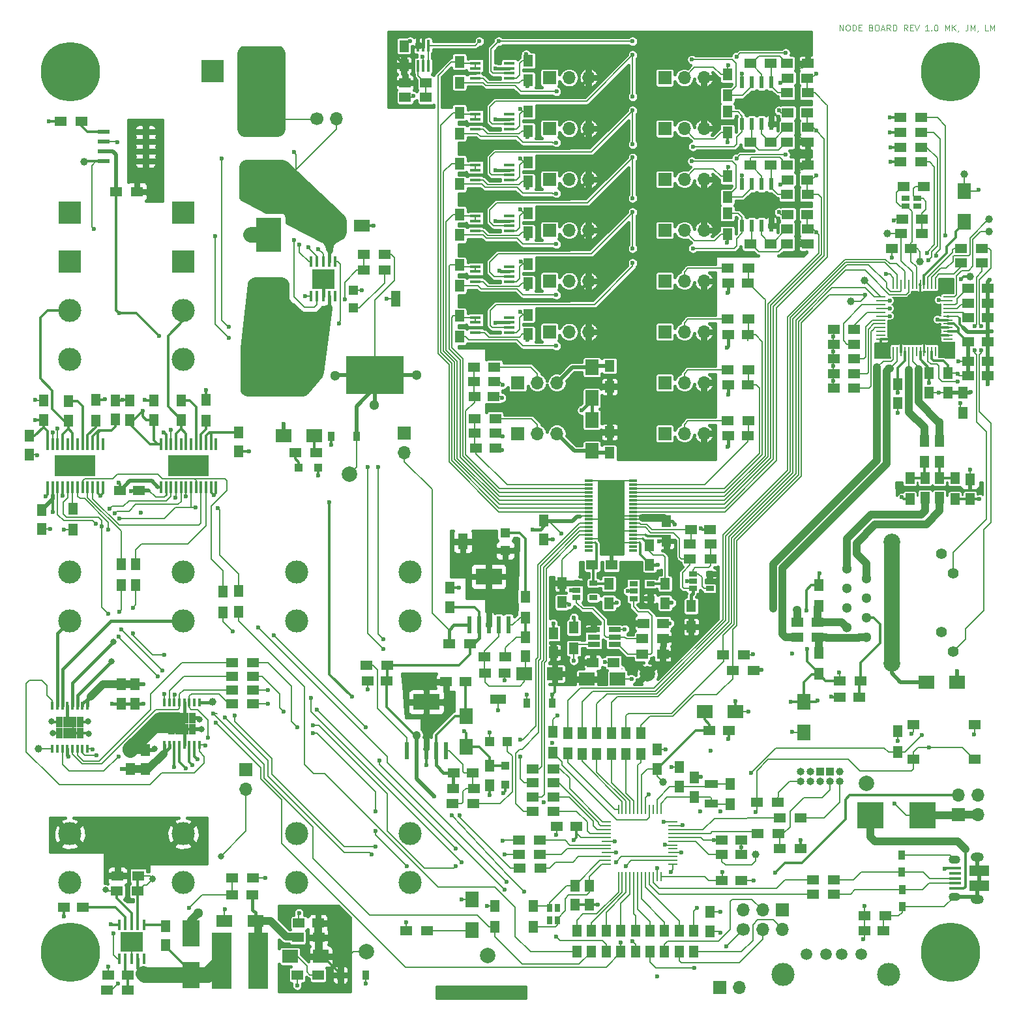
<source format=gtl>
G04 #@! TF.GenerationSoftware,KiCad,Pcbnew,(5.0.0)*
G04 #@! TF.CreationDate,2018-10-14T16:13:09-02:30*
G04 #@! TF.ProjectId,node,6E6F64652E6B696361645F7063620000,rev?*
G04 #@! TF.SameCoordinates,Original*
G04 #@! TF.FileFunction,Copper,L1,Top,Signal*
G04 #@! TF.FilePolarity,Positive*
%FSLAX46Y46*%
G04 Gerber Fmt 4.6, Leading zero omitted, Abs format (unit mm)*
G04 Created by KiCad (PCBNEW (5.0.0)) date 10/14/18 16:13:09*
%MOMM*%
%LPD*%
G01*
G04 APERTURE LIST*
G04 #@! TA.AperFunction,NonConductor*
%ADD10C,0.100000*%
G04 #@! TD*
G04 #@! TA.AperFunction,ComponentPad*
%ADD11C,3.000000*%
G04 #@! TD*
G04 #@! TA.AperFunction,ComponentPad*
%ADD12R,1.700000X1.700000*%
G04 #@! TD*
G04 #@! TA.AperFunction,ComponentPad*
%ADD13O,1.700000X1.700000*%
G04 #@! TD*
G04 #@! TA.AperFunction,SMDPad,CuDef*
%ADD14R,1.250000X1.500000*%
G04 #@! TD*
G04 #@! TA.AperFunction,SMDPad,CuDef*
%ADD15R,1.500000X1.250000*%
G04 #@! TD*
G04 #@! TA.AperFunction,SMDPad,CuDef*
%ADD16R,1.500000X1.300000*%
G04 #@! TD*
G04 #@! TA.AperFunction,SMDPad,CuDef*
%ADD17R,0.600000X1.550000*%
G04 #@! TD*
G04 #@! TA.AperFunction,SMDPad,CuDef*
%ADD18R,1.300000X1.500000*%
G04 #@! TD*
G04 #@! TA.AperFunction,SMDPad,CuDef*
%ADD19R,1.450000X0.450000*%
G04 #@! TD*
G04 #@! TA.AperFunction,SMDPad,CuDef*
%ADD20R,2.000000X1.600000*%
G04 #@! TD*
G04 #@! TA.AperFunction,SMDPad,CuDef*
%ADD21R,3.300000X4.500000*%
G04 #@! TD*
G04 #@! TA.AperFunction,SMDPad,CuDef*
%ADD22R,2.000000X1.700000*%
G04 #@! TD*
G04 #@! TA.AperFunction,SMDPad,CuDef*
%ADD23R,0.900000X1.200000*%
G04 #@! TD*
G04 #@! TA.AperFunction,SMDPad,CuDef*
%ADD24R,1.000000X1.000000*%
G04 #@! TD*
G04 #@! TA.AperFunction,SMDPad,CuDef*
%ADD25R,1.700000X2.000000*%
G04 #@! TD*
G04 #@! TA.AperFunction,SMDPad,CuDef*
%ADD26R,3.500000X3.500000*%
G04 #@! TD*
G04 #@! TA.AperFunction,ComponentPad*
%ADD27C,1.700000*%
G04 #@! TD*
G04 #@! TA.AperFunction,SMDPad,CuDef*
%ADD28R,1.650000X0.400000*%
G04 #@! TD*
G04 #@! TA.AperFunction,ComponentPad*
%ADD29O,1.500000X1.100000*%
G04 #@! TD*
G04 #@! TA.AperFunction,ComponentPad*
%ADD30O,1.700000X1.200000*%
G04 #@! TD*
G04 #@! TA.AperFunction,SMDPad,CuDef*
%ADD31R,2.500000X1.430000*%
G04 #@! TD*
G04 #@! TA.AperFunction,SMDPad,CuDef*
%ADD32R,7.500000X5.000000*%
G04 #@! TD*
G04 #@! TA.AperFunction,SMDPad,CuDef*
%ADD33R,3.200000X2.700000*%
G04 #@! TD*
G04 #@! TA.AperFunction,SMDPad,CuDef*
%ADD34R,0.250000X1.300000*%
G04 #@! TD*
G04 #@! TA.AperFunction,SMDPad,CuDef*
%ADD35R,1.300000X0.250000*%
G04 #@! TD*
G04 #@! TA.AperFunction,ComponentPad*
%ADD36R,0.500000X0.500000*%
G04 #@! TD*
G04 #@! TA.AperFunction,SMDPad,CuDef*
%ADD37R,3.000000X2.600000*%
G04 #@! TD*
G04 #@! TA.AperFunction,SMDPad,CuDef*
%ADD38R,0.350000X1.350000*%
G04 #@! TD*
G04 #@! TA.AperFunction,SMDPad,CuDef*
%ADD39R,0.600000X2.200000*%
G04 #@! TD*
G04 #@! TA.AperFunction,SMDPad,CuDef*
%ADD40R,3.450000X2.150000*%
G04 #@! TD*
G04 #@! TA.AperFunction,SMDPad,CuDef*
%ADD41R,1.060000X0.650000*%
G04 #@! TD*
G04 #@! TA.AperFunction,SMDPad,CuDef*
%ADD42R,1.560000X0.650000*%
G04 #@! TD*
G04 #@! TA.AperFunction,SMDPad,CuDef*
%ADD43R,0.450000X1.050000*%
G04 #@! TD*
G04 #@! TA.AperFunction,SMDPad,CuDef*
%ADD44R,0.895000X1.470000*%
G04 #@! TD*
G04 #@! TA.AperFunction,SMDPad,CuDef*
%ADD45R,0.400000X1.500000*%
G04 #@! TD*
G04 #@! TA.AperFunction,ComponentPad*
%ADD46C,1.000000*%
G04 #@! TD*
G04 #@! TA.AperFunction,ComponentPad*
%ADD47O,1.000000X1.000000*%
G04 #@! TD*
G04 #@! TA.AperFunction,ComponentPad*
%ADD48R,1.000000X1.000000*%
G04 #@! TD*
G04 #@! TA.AperFunction,SMDPad,CuDef*
%ADD49R,1.300000X1.300000*%
G04 #@! TD*
G04 #@! TA.AperFunction,SMDPad,CuDef*
%ADD50R,1.300000X2.000000*%
G04 #@! TD*
G04 #@! TA.AperFunction,SMDPad,CuDef*
%ADD51R,1.000000X0.700000*%
G04 #@! TD*
G04 #@! TA.AperFunction,SMDPad,CuDef*
%ADD52R,1.800000X1.000000*%
G04 #@! TD*
G04 #@! TA.AperFunction,SMDPad,CuDef*
%ADD53R,0.700000X1.000000*%
G04 #@! TD*
G04 #@! TA.AperFunction,ComponentPad*
%ADD54C,7.700000*%
G04 #@! TD*
G04 #@! TA.AperFunction,ComponentPad*
%ADD55C,0.700000*%
G04 #@! TD*
G04 #@! TA.AperFunction,ComponentPad*
%ADD56R,3.000000X3.000000*%
G04 #@! TD*
G04 #@! TA.AperFunction,SMDPad,CuDef*
%ADD57R,0.300000X1.600000*%
G04 #@! TD*
G04 #@! TA.AperFunction,SMDPad,CuDef*
%ADD58R,5.260000X2.750000*%
G04 #@! TD*
G04 #@! TA.AperFunction,ComponentPad*
%ADD59C,0.400000*%
G04 #@! TD*
G04 #@! TA.AperFunction,SMDPad,CuDef*
%ADD60R,1.100000X0.300000*%
G04 #@! TD*
G04 #@! TA.AperFunction,ComponentPad*
%ADD61C,1.300000*%
G04 #@! TD*
G04 #@! TA.AperFunction,ComponentPad*
%ADD62C,2.184400*%
G04 #@! TD*
G04 #@! TA.AperFunction,ComponentPad*
%ADD63C,1.408000*%
G04 #@! TD*
G04 #@! TA.AperFunction,SMDPad,CuDef*
%ADD64R,2.600000X7.300000*%
G04 #@! TD*
G04 #@! TA.AperFunction,SMDPad,CuDef*
%ADD65R,2.300000X3.500000*%
G04 #@! TD*
G04 #@! TA.AperFunction,BGAPad,CuDef*
%ADD66C,1.000000*%
G04 #@! TD*
G04 #@! TA.AperFunction,SMDPad,CuDef*
%ADD67R,2.000000X1.300000*%
G04 #@! TD*
G04 #@! TA.AperFunction,SMDPad,CuDef*
%ADD68R,1.550000X1.300000*%
G04 #@! TD*
G04 #@! TA.AperFunction,SMDPad,CuDef*
%ADD69R,1.550000X0.600000*%
G04 #@! TD*
G04 #@! TA.AperFunction,ComponentPad*
%ADD70C,1.501140*%
G04 #@! TD*
G04 #@! TA.AperFunction,ComponentPad*
%ADD71C,2.999740*%
G04 #@! TD*
G04 #@! TA.AperFunction,ComponentPad*
%ADD72C,2.000000*%
G04 #@! TD*
G04 #@! TA.AperFunction,ViaPad*
%ADD73C,0.600000*%
G04 #@! TD*
G04 #@! TA.AperFunction,ViaPad*
%ADD74C,0.800000*%
G04 #@! TD*
G04 #@! TA.AperFunction,ViaPad*
%ADD75C,1.300000*%
G04 #@! TD*
G04 #@! TA.AperFunction,Conductor*
%ADD76C,0.200000*%
G04 #@! TD*
G04 #@! TA.AperFunction,Conductor*
%ADD77C,0.160000*%
G04 #@! TD*
G04 #@! TA.AperFunction,Conductor*
%ADD78C,0.400000*%
G04 #@! TD*
G04 #@! TA.AperFunction,Conductor*
%ADD79C,0.300000*%
G04 #@! TD*
G04 #@! TA.AperFunction,Conductor*
%ADD80C,0.500000*%
G04 #@! TD*
G04 #@! TA.AperFunction,Conductor*
%ADD81C,1.000000*%
G04 #@! TD*
G04 #@! TA.AperFunction,Conductor*
%ADD82C,2.000000*%
G04 #@! TD*
G04 #@! TA.AperFunction,Conductor*
%ADD83C,0.250000*%
G04 #@! TD*
G04 #@! TA.AperFunction,Conductor*
%ADD84C,0.254000*%
G04 #@! TD*
G04 #@! TA.AperFunction,Conductor*
%ADD85C,0.150000*%
G04 #@! TD*
G04 #@! TA.AperFunction,NonConductor*
%ADD86C,0.254000*%
G04 #@! TD*
G04 APERTURE END LIST*
D10*
X106293904Y-1073104D02*
X106293904Y-273104D01*
X106751047Y-1073104D01*
X106751047Y-273104D01*
X107284380Y-273104D02*
X107436761Y-273104D01*
X107512952Y-311200D01*
X107589142Y-387390D01*
X107627238Y-539771D01*
X107627238Y-806438D01*
X107589142Y-958819D01*
X107512952Y-1035009D01*
X107436761Y-1073104D01*
X107284380Y-1073104D01*
X107208190Y-1035009D01*
X107132000Y-958819D01*
X107093904Y-806438D01*
X107093904Y-539771D01*
X107132000Y-387390D01*
X107208190Y-311200D01*
X107284380Y-273104D01*
X107970095Y-1073104D02*
X107970095Y-273104D01*
X108160571Y-273104D01*
X108274857Y-311200D01*
X108351047Y-387390D01*
X108389142Y-463580D01*
X108427238Y-615961D01*
X108427238Y-730247D01*
X108389142Y-882628D01*
X108351047Y-958819D01*
X108274857Y-1035009D01*
X108160571Y-1073104D01*
X107970095Y-1073104D01*
X108770095Y-654057D02*
X109036761Y-654057D01*
X109151047Y-1073104D02*
X108770095Y-1073104D01*
X108770095Y-273104D01*
X109151047Y-273104D01*
X110370095Y-654057D02*
X110484380Y-692152D01*
X110522476Y-730247D01*
X110560571Y-806438D01*
X110560571Y-920723D01*
X110522476Y-996914D01*
X110484380Y-1035009D01*
X110408190Y-1073104D01*
X110103428Y-1073104D01*
X110103428Y-273104D01*
X110370095Y-273104D01*
X110446285Y-311200D01*
X110484380Y-349295D01*
X110522476Y-425485D01*
X110522476Y-501676D01*
X110484380Y-577866D01*
X110446285Y-615961D01*
X110370095Y-654057D01*
X110103428Y-654057D01*
X111055809Y-273104D02*
X111208190Y-273104D01*
X111284380Y-311200D01*
X111360571Y-387390D01*
X111398666Y-539771D01*
X111398666Y-806438D01*
X111360571Y-958819D01*
X111284380Y-1035009D01*
X111208190Y-1073104D01*
X111055809Y-1073104D01*
X110979619Y-1035009D01*
X110903428Y-958819D01*
X110865333Y-806438D01*
X110865333Y-539771D01*
X110903428Y-387390D01*
X110979619Y-311200D01*
X111055809Y-273104D01*
X111703428Y-844533D02*
X112084380Y-844533D01*
X111627238Y-1073104D02*
X111893904Y-273104D01*
X112160571Y-1073104D01*
X112884380Y-1073104D02*
X112617714Y-692152D01*
X112427238Y-1073104D02*
X112427238Y-273104D01*
X112732000Y-273104D01*
X112808190Y-311200D01*
X112846285Y-349295D01*
X112884380Y-425485D01*
X112884380Y-539771D01*
X112846285Y-615961D01*
X112808190Y-654057D01*
X112732000Y-692152D01*
X112427238Y-692152D01*
X113227238Y-1073104D02*
X113227238Y-273104D01*
X113417714Y-273104D01*
X113532000Y-311200D01*
X113608190Y-387390D01*
X113646285Y-463580D01*
X113684380Y-615961D01*
X113684380Y-730247D01*
X113646285Y-882628D01*
X113608190Y-958819D01*
X113532000Y-1035009D01*
X113417714Y-1073104D01*
X113227238Y-1073104D01*
X115093904Y-1073104D02*
X114827238Y-692152D01*
X114636761Y-1073104D02*
X114636761Y-273104D01*
X114941523Y-273104D01*
X115017714Y-311200D01*
X115055809Y-349295D01*
X115093904Y-425485D01*
X115093904Y-539771D01*
X115055809Y-615961D01*
X115017714Y-654057D01*
X114941523Y-692152D01*
X114636761Y-692152D01*
X115436761Y-654057D02*
X115703428Y-654057D01*
X115817714Y-1073104D02*
X115436761Y-1073104D01*
X115436761Y-273104D01*
X115817714Y-273104D01*
X116046285Y-273104D02*
X116312952Y-1073104D01*
X116579619Y-273104D01*
X117874857Y-1073104D02*
X117417714Y-1073104D01*
X117646285Y-1073104D02*
X117646285Y-273104D01*
X117570095Y-387390D01*
X117493904Y-463580D01*
X117417714Y-501676D01*
X118217714Y-996914D02*
X118255809Y-1035009D01*
X118217714Y-1073104D01*
X118179619Y-1035009D01*
X118217714Y-996914D01*
X118217714Y-1073104D01*
X118751047Y-273104D02*
X118827238Y-273104D01*
X118903428Y-311200D01*
X118941523Y-349295D01*
X118979619Y-425485D01*
X119017714Y-577866D01*
X119017714Y-768342D01*
X118979619Y-920723D01*
X118941523Y-996914D01*
X118903428Y-1035009D01*
X118827238Y-1073104D01*
X118751047Y-1073104D01*
X118674857Y-1035009D01*
X118636761Y-996914D01*
X118598666Y-920723D01*
X118560571Y-768342D01*
X118560571Y-577866D01*
X118598666Y-425485D01*
X118636761Y-349295D01*
X118674857Y-311200D01*
X118751047Y-273104D01*
X119970095Y-1073104D02*
X119970095Y-273104D01*
X120236761Y-844533D01*
X120503428Y-273104D01*
X120503428Y-1073104D01*
X120884380Y-1073104D02*
X120884380Y-273104D01*
X121341523Y-1073104D02*
X120998666Y-615961D01*
X121341523Y-273104D02*
X120884380Y-730247D01*
X121722476Y-1035009D02*
X121722476Y-1073104D01*
X121684380Y-1149295D01*
X121646285Y-1187390D01*
X122903428Y-273104D02*
X122903428Y-844533D01*
X122865333Y-958819D01*
X122789142Y-1035009D01*
X122674857Y-1073104D01*
X122598666Y-1073104D01*
X123284380Y-1073104D02*
X123284380Y-273104D01*
X123551047Y-844533D01*
X123817714Y-273104D01*
X123817714Y-1073104D01*
X124236761Y-1035009D02*
X124236761Y-1073104D01*
X124198666Y-1149295D01*
X124160571Y-1187390D01*
X125570095Y-1073104D02*
X125189142Y-1073104D01*
X125189142Y-273104D01*
X125836761Y-1073104D02*
X125836761Y-273104D01*
X126103428Y-844533D01*
X126370095Y-273104D01*
X126370095Y-1073104D01*
D11*
G04 #@! TO.P,J1502,1*
G04 #@! TO.N,+24V*
X35770000Y-71325000D03*
G04 #@! TO.P,J1502,2*
G04 #@! TO.N,/Actuator Interface/SOL1_OUT2*
X35770000Y-77675000D03*
G04 #@! TD*
G04 #@! TO.P,J1507,1*
G04 #@! TO.N,+24V*
X35770000Y-105295000D03*
G04 #@! TO.P,J1507,2*
G04 #@! TO.N,/Actuator Interface/SOL2_OUT3*
X35770000Y-111645000D03*
G04 #@! TD*
D12*
G04 #@! TO.P,J303,1*
G04 #@! TO.N,GND*
X90683080Y-125227080D03*
D13*
G04 #@! TO.P,J303,2*
G04 #@! TO.N,+5V*
X93223080Y-125227080D03*
G04 #@! TD*
D11*
G04 #@! TO.P,J1506,1*
G04 #@! TO.N,+24V*
X21040000Y-105295000D03*
G04 #@! TO.P,J1506,2*
G04 #@! TO.N,/Actuator Interface/SOL2_OUT2*
X21040000Y-111645000D03*
G04 #@! TD*
D14*
G04 #@! TO.P,C904,1*
G04 #@! TO.N,+5V*
X83800000Y-67250000D03*
G04 #@! TO.P,C904,2*
G04 #@! TO.N,GND*
X83800000Y-64750000D03*
G04 #@! TD*
D15*
G04 #@! TO.P,C1003,1*
G04 #@! TO.N,/Sensors/ADC/ADC_CH13*
X102050000Y-20400000D03*
G04 #@! TO.P,C1003,2*
G04 #@! TO.N,GND*
X99550000Y-20400000D03*
G04 #@! TD*
G04 #@! TO.P,C1004,1*
G04 #@! TO.N,/Sensors/ADC/ADC_CH12*
X102050000Y-24900000D03*
G04 #@! TO.P,C1004,2*
G04 #@! TO.N,GND*
X99550000Y-24900000D03*
G04 #@! TD*
D16*
G04 #@! TO.P,R1015,1*
G04 #@! TO.N,Net-(R1015-Pad1)*
X99450000Y-18500000D03*
G04 #@! TO.P,R1015,2*
G04 #@! TO.N,+5V*
X102150000Y-18500000D03*
G04 #@! TD*
D17*
G04 #@! TO.P,U1002,1*
G04 #@! TO.N,Net-(R1019-Pad1)*
X97405000Y-20950000D03*
G04 #@! TO.P,U1002,2*
G04 #@! TO.N,Net-(R1015-Pad1)*
X96135000Y-20950000D03*
G04 #@! TO.P,U1002,3*
G04 #@! TO.N,Net-(R1003-Pad1)*
X94865000Y-20950000D03*
G04 #@! TO.P,U1002,4*
G04 #@! TO.N,GND*
X93595000Y-20950000D03*
G04 #@! TO.P,U1002,5*
G04 #@! TO.N,Net-(R1004-Pad1)*
X93595000Y-26350000D03*
G04 #@! TO.P,U1002,6*
G04 #@! TO.N,Net-(R1016-Pad1)*
X94865000Y-26350000D03*
G04 #@! TO.P,U1002,7*
G04 #@! TO.N,Net-(R1020-Pad1)*
X96135000Y-26350000D03*
G04 #@! TO.P,U1002,8*
G04 #@! TO.N,+5V*
X97405000Y-26350000D03*
G04 #@! TD*
D16*
G04 #@! TO.P,R1020,1*
G04 #@! TO.N,Net-(R1020-Pad1)*
X97350000Y-28700000D03*
G04 #@! TO.P,R1020,2*
G04 #@! TO.N,Net-(R1016-Pad1)*
X94650000Y-28700000D03*
G04 #@! TD*
G04 #@! TO.P,R1024,1*
G04 #@! TO.N,/Sensors/ADC/ADC_CH12*
X102150000Y-26800000D03*
G04 #@! TO.P,R1024,2*
G04 #@! TO.N,Net-(R1020-Pad1)*
X99450000Y-26800000D03*
G04 #@! TD*
G04 #@! TO.P,R1019,1*
G04 #@! TO.N,Net-(R1019-Pad1)*
X97350000Y-18500000D03*
G04 #@! TO.P,R1019,2*
G04 #@! TO.N,Net-(R1015-Pad1)*
X94650000Y-18500000D03*
G04 #@! TD*
G04 #@! TO.P,R1023,1*
G04 #@! TO.N,/Sensors/ADC/ADC_CH13*
X102150000Y-22300000D03*
G04 #@! TO.P,R1023,2*
G04 #@! TO.N,Net-(R1019-Pad1)*
X99450000Y-22300000D03*
G04 #@! TD*
G04 #@! TO.P,R1016,1*
G04 #@! TO.N,Net-(R1016-Pad1)*
X99450000Y-28700000D03*
G04 #@! TO.P,R1016,2*
G04 #@! TO.N,+5V*
X102150000Y-28700000D03*
G04 #@! TD*
D12*
G04 #@! TO.P,J1004,1*
G04 #@! TO.N,GND*
X83560000Y-26950000D03*
D13*
G04 #@! TO.P,J1004,2*
G04 #@! TO.N,Net-(J1004-Pad2)*
X86100000Y-26950000D03*
G04 #@! TO.P,J1004,3*
G04 #@! TO.N,+5V*
X88640000Y-26950000D03*
G04 #@! TD*
D12*
G04 #@! TO.P,J1003,1*
G04 #@! TO.N,GND*
X83560000Y-20350000D03*
D13*
G04 #@! TO.P,J1003,2*
G04 #@! TO.N,Net-(J1003-Pad2)*
X86100000Y-20350000D03*
G04 #@! TO.P,J1003,3*
G04 #@! TO.N,+5V*
X88640000Y-20350000D03*
G04 #@! TD*
D18*
G04 #@! TO.P,R1004,1*
G04 #@! TO.N,Net-(R1004-Pad1)*
X91700000Y-24750000D03*
G04 #@! TO.P,R1004,2*
G04 #@! TO.N,Net-(J1004-Pad2)*
X91700000Y-27450000D03*
G04 #@! TD*
G04 #@! TO.P,R1003,1*
G04 #@! TO.N,Net-(R1003-Pad1)*
X91700000Y-22650000D03*
G04 #@! TO.P,R1003,2*
G04 #@! TO.N,Net-(J1003-Pad2)*
X91700000Y-19950000D03*
G04 #@! TD*
D14*
G04 #@! TO.P,C1802,1*
G04 #@! TO.N,Net-(C1802-Pad1)*
X65830000Y-40440000D03*
G04 #@! TO.P,C1802,2*
G04 #@! TO.N,Net-(C1801-Pad2)*
X65830000Y-37940000D03*
G04 #@! TD*
G04 #@! TO.P,C1709,1*
G04 #@! TO.N,Net-(C1709-Pad1)*
X65830000Y-33840000D03*
G04 #@! TO.P,C1709,2*
G04 #@! TO.N,Net-(C1708-Pad2)*
X65830000Y-31340000D03*
G04 #@! TD*
G04 #@! TO.P,C1602,1*
G04 #@! TO.N,Net-(C1602-Pad1)*
X65830000Y-27240000D03*
G04 #@! TO.P,C1602,2*
G04 #@! TO.N,Net-(C1601-Pad2)*
X65830000Y-24740000D03*
G04 #@! TD*
G04 #@! TO.P,C1519,1*
G04 #@! TO.N,Net-(C1519-Pad1)*
X65830000Y-20640000D03*
G04 #@! TO.P,C1519,2*
G04 #@! TO.N,Net-(C1518-Pad2)*
X65830000Y-18140000D03*
G04 #@! TD*
D18*
G04 #@! TO.P,R1804,1*
G04 #@! TO.N,/Sensors/ADC/ADC_CH5*
X56910000Y-38080000D03*
G04 #@! TO.P,R1804,2*
G04 #@! TO.N,/Sensors/ADC/TC_to_Volt/tc_to_v_5/+IN*
X56910000Y-40780000D03*
G04 #@! TD*
G04 #@! TO.P,R1706,1*
G04 #@! TO.N,/Sensors/ADC/ADC_CH4*
X56910000Y-31480000D03*
G04 #@! TO.P,R1706,2*
G04 #@! TO.N,/Sensors/ADC/TC_to_Volt/tc_to_v_4/+IN*
X56910000Y-34180000D03*
G04 #@! TD*
G04 #@! TO.P,R1604,1*
G04 #@! TO.N,/Sensors/ADC/ADC_CH3*
X56910000Y-24880000D03*
G04 #@! TO.P,R1604,2*
G04 #@! TO.N,/Sensors/ADC/TC_to_Volt/tc_to_v_3/+IN*
X56910000Y-27580000D03*
G04 #@! TD*
G04 #@! TO.P,R1513,1*
G04 #@! TO.N,/Sensors/ADC/ADC_CH2*
X56910000Y-18280000D03*
G04 #@! TO.P,R1513,2*
G04 #@! TO.N,/Sensors/ADC/TC_to_Volt/tc_to_v_2/+IN*
X56910000Y-20980000D03*
G04 #@! TD*
D19*
G04 #@! TO.P,U1801,1*
G04 #@! TO.N,Net-(C1801-Pad2)*
X63390000Y-40225000D03*
G04 #@! TO.P,U1801,2*
G04 #@! TO.N,/Sensors/ADC/TC_to_Volt/tc_vref*
X63390000Y-39575000D03*
G04 #@! TO.P,U1801,3*
G04 #@! TO.N,GND*
X63390000Y-38925000D03*
G04 #@! TO.P,U1801,4*
G04 #@! TO.N,Net-(U1801-Pad4)*
X63390000Y-38275000D03*
G04 #@! TO.P,U1801,5*
G04 #@! TO.N,/Sensors/ADC/ADC_CH5*
X58990000Y-38275000D03*
G04 #@! TO.P,U1801,6*
X58990000Y-38925000D03*
G04 #@! TO.P,U1801,7*
G04 #@! TO.N,+5V*
X58990000Y-39575000D03*
G04 #@! TO.P,U1801,8*
G04 #@! TO.N,Net-(C1802-Pad1)*
X58990000Y-40225000D03*
G04 #@! TD*
G04 #@! TO.P,U1702,1*
G04 #@! TO.N,Net-(C1708-Pad2)*
X63390000Y-33625000D03*
G04 #@! TO.P,U1702,2*
G04 #@! TO.N,/Sensors/ADC/TC_to_Volt/tc_vref*
X63390000Y-32975000D03*
G04 #@! TO.P,U1702,3*
G04 #@! TO.N,GND*
X63390000Y-32325000D03*
G04 #@! TO.P,U1702,4*
G04 #@! TO.N,Net-(U1702-Pad4)*
X63390000Y-31675000D03*
G04 #@! TO.P,U1702,5*
G04 #@! TO.N,/Sensors/ADC/ADC_CH4*
X58990000Y-31675000D03*
G04 #@! TO.P,U1702,6*
X58990000Y-32325000D03*
G04 #@! TO.P,U1702,7*
G04 #@! TO.N,+5V*
X58990000Y-32975000D03*
G04 #@! TO.P,U1702,8*
G04 #@! TO.N,Net-(C1709-Pad1)*
X58990000Y-33625000D03*
G04 #@! TD*
G04 #@! TO.P,U1601,1*
G04 #@! TO.N,Net-(C1601-Pad2)*
X63390000Y-27025000D03*
G04 #@! TO.P,U1601,2*
G04 #@! TO.N,/Sensors/ADC/TC_to_Volt/tc_vref*
X63390000Y-26375000D03*
G04 #@! TO.P,U1601,3*
G04 #@! TO.N,GND*
X63390000Y-25725000D03*
G04 #@! TO.P,U1601,4*
G04 #@! TO.N,Net-(U1601-Pad4)*
X63390000Y-25075000D03*
G04 #@! TO.P,U1601,5*
G04 #@! TO.N,/Sensors/ADC/ADC_CH3*
X58990000Y-25075000D03*
G04 #@! TO.P,U1601,6*
X58990000Y-25725000D03*
G04 #@! TO.P,U1601,7*
G04 #@! TO.N,+5V*
X58990000Y-26375000D03*
G04 #@! TO.P,U1601,8*
G04 #@! TO.N,Net-(C1602-Pad1)*
X58990000Y-27025000D03*
G04 #@! TD*
G04 #@! TO.P,U1508,1*
G04 #@! TO.N,Net-(C1518-Pad2)*
X63390000Y-20425000D03*
G04 #@! TO.P,U1508,2*
G04 #@! TO.N,/Sensors/ADC/TC_to_Volt/tc_vref*
X63390000Y-19775000D03*
G04 #@! TO.P,U1508,3*
G04 #@! TO.N,GND*
X63390000Y-19125000D03*
G04 #@! TO.P,U1508,4*
G04 #@! TO.N,Net-(U1508-Pad4)*
X63390000Y-18475000D03*
G04 #@! TO.P,U1508,5*
G04 #@! TO.N,/Sensors/ADC/ADC_CH2*
X58990000Y-18475000D03*
G04 #@! TO.P,U1508,6*
X58990000Y-19125000D03*
G04 #@! TO.P,U1508,7*
G04 #@! TO.N,+5V*
X58990000Y-19775000D03*
G04 #@! TO.P,U1508,8*
G04 #@! TO.N,Net-(C1519-Pad1)*
X58990000Y-20425000D03*
G04 #@! TD*
D12*
G04 #@! TO.P,J1206,1*
G04 #@! TO.N,/Sensors/ADC/TC_to_Volt/tc_to_v_5/-IN*
X68590000Y-40150000D03*
D13*
G04 #@! TO.P,J1206,2*
G04 #@! TO.N,/Sensors/ADC/TC_to_Volt/tc_to_v_5/+IN*
X71130000Y-40150000D03*
G04 #@! TO.P,J1206,3*
G04 #@! TO.N,+5V*
X73670000Y-40150000D03*
G04 #@! TD*
D12*
G04 #@! TO.P,J1205,1*
G04 #@! TO.N,/Sensors/ADC/TC_to_Volt/tc_to_v_4/-IN*
X68590000Y-33550000D03*
D13*
G04 #@! TO.P,J1205,2*
G04 #@! TO.N,/Sensors/ADC/TC_to_Volt/tc_to_v_4/+IN*
X71130000Y-33550000D03*
G04 #@! TO.P,J1205,3*
G04 #@! TO.N,+5V*
X73670000Y-33550000D03*
G04 #@! TD*
D12*
G04 #@! TO.P,J1204,1*
G04 #@! TO.N,/Sensors/ADC/TC_to_Volt/tc_to_v_3/-IN*
X68590000Y-26950000D03*
D13*
G04 #@! TO.P,J1204,2*
G04 #@! TO.N,/Sensors/ADC/TC_to_Volt/tc_to_v_3/+IN*
X71130000Y-26950000D03*
G04 #@! TO.P,J1204,3*
G04 #@! TO.N,+5V*
X73670000Y-26950000D03*
G04 #@! TD*
D12*
G04 #@! TO.P,J1203,1*
G04 #@! TO.N,/Sensors/ADC/TC_to_Volt/tc_to_v_2/-IN*
X68590000Y-20350000D03*
D13*
G04 #@! TO.P,J1203,2*
G04 #@! TO.N,/Sensors/ADC/TC_to_Volt/tc_to_v_2/+IN*
X71130000Y-20350000D03*
G04 #@! TO.P,J1203,3*
G04 #@! TO.N,+5V*
X73670000Y-20350000D03*
G04 #@! TD*
D19*
G04 #@! TO.P,U1401,1*
G04 #@! TO.N,Net-(C1401-Pad2)*
X63390000Y-13825000D03*
G04 #@! TO.P,U1401,2*
G04 #@! TO.N,/Sensors/ADC/TC_to_Volt/tc_vref*
X63390000Y-13175000D03*
G04 #@! TO.P,U1401,3*
G04 #@! TO.N,GND*
X63390000Y-12525000D03*
G04 #@! TO.P,U1401,4*
G04 #@! TO.N,Net-(U1401-Pad4)*
X63390000Y-11875000D03*
G04 #@! TO.P,U1401,5*
G04 #@! TO.N,/Sensors/ADC/ADC_CH1*
X58990000Y-11875000D03*
G04 #@! TO.P,U1401,6*
X58990000Y-12525000D03*
G04 #@! TO.P,U1401,7*
G04 #@! TO.N,+5V*
X58990000Y-13175000D03*
G04 #@! TO.P,U1401,8*
G04 #@! TO.N,Net-(C1402-Pad1)*
X58990000Y-13825000D03*
G04 #@! TD*
D18*
G04 #@! TO.P,R1404,1*
G04 #@! TO.N,/Sensors/ADC/ADC_CH1*
X56910000Y-11680000D03*
G04 #@! TO.P,R1404,2*
G04 #@! TO.N,/Sensors/ADC/TC_to_Volt/tc_to_v_1/+IN*
X56910000Y-14380000D03*
G04 #@! TD*
D12*
G04 #@! TO.P,J1202,1*
G04 #@! TO.N,/Sensors/ADC/TC_to_Volt/tc_to_v_1/-IN*
X68590000Y-13750000D03*
D13*
G04 #@! TO.P,J1202,2*
G04 #@! TO.N,/Sensors/ADC/TC_to_Volt/tc_to_v_1/+IN*
X71130000Y-13750000D03*
G04 #@! TO.P,J1202,3*
G04 #@! TO.N,+5V*
X73670000Y-13750000D03*
G04 #@! TD*
D14*
G04 #@! TO.P,C1402,1*
G04 #@! TO.N,Net-(C1402-Pad1)*
X65830000Y-14040000D03*
G04 #@! TO.P,C1402,2*
G04 #@! TO.N,Net-(C1401-Pad2)*
X65830000Y-11540000D03*
G04 #@! TD*
D15*
G04 #@! TO.P,C211,1*
G04 #@! TO.N,/Network_Interface/REF_CAP*
X123000000Y-38300000D03*
G04 #@! TO.P,C211,2*
G04 #@! TO.N,GND*
X125500000Y-38300000D03*
G04 #@! TD*
G04 #@! TO.P,C202,1*
G04 #@! TO.N,GND*
X113050000Y-29350000D03*
G04 #@! TO.P,C202,2*
G04 #@! TO.N,/Network_Interface/XTAL_IN*
X115550000Y-29350000D03*
G04 #@! TD*
G04 #@! TO.P,C203,1*
G04 #@! TO.N,GND*
X114450000Y-25550000D03*
G04 #@! TO.P,C203,2*
G04 #@! TO.N,Net-(C203-Pad2)*
X116950000Y-25550000D03*
G04 #@! TD*
G04 #@! TO.P,C205,1*
G04 #@! TO.N,/Network_Interface/TCT_RCT*
X108800000Y-87550000D03*
G04 #@! TO.P,C205,2*
G04 #@! TO.N,GND*
X106300000Y-87550000D03*
G04 #@! TD*
D14*
G04 #@! TO.P,C207,1*
G04 #@! TO.N,Net-(C207-Pad1)*
X117350000Y-59150000D03*
G04 #@! TO.P,C207,2*
G04 #@! TO.N,/Network_Interface/RX_C_N*
X117350000Y-61650000D03*
G04 #@! TD*
G04 #@! TO.P,C208,1*
G04 #@! TO.N,Net-(C208-Pad1)*
X119250000Y-59150000D03*
G04 #@! TO.P,C208,2*
G04 #@! TO.N,/Network_Interface/RX_C_P*
X119250000Y-61650000D03*
G04 #@! TD*
G04 #@! TO.P,C209,1*
G04 #@! TO.N,Net-(C209-Pad1)*
X123200000Y-61800000D03*
G04 #@! TO.P,C209,2*
G04 #@! TO.N,GND*
X123200000Y-59300000D03*
G04 #@! TD*
D15*
G04 #@! TO.P,C210,1*
G04 #@! TO.N,/Network_Interface/1V20*
X123000000Y-34500000D03*
G04 #@! TO.P,C210,2*
G04 #@! TO.N,GND*
X125500000Y-34500000D03*
G04 #@! TD*
D14*
G04 #@! TO.P,C218,1*
G04 #@! TO.N,3V3A_W5500*
X120350000Y-45500000D03*
G04 #@! TO.P,C218,2*
G04 #@! TO.N,GND*
X120350000Y-48000000D03*
G04 #@! TD*
D15*
G04 #@! TO.P,C219,1*
G04 #@! TO.N,3V3A_W5500*
X123000000Y-36400000D03*
G04 #@! TO.P,C219,2*
G04 #@! TO.N,GND*
X125500000Y-36400000D03*
G04 #@! TD*
G04 #@! TO.P,C220,1*
G04 #@! TO.N,3V3A_W5500*
X123000000Y-41400000D03*
G04 #@! TO.P,C220,2*
G04 #@! TO.N,GND*
X125500000Y-41400000D03*
G04 #@! TD*
G04 #@! TO.P,C221,1*
G04 #@! TO.N,3V3A_W5500*
X123000000Y-43950000D03*
G04 #@! TO.P,C221,2*
G04 #@! TO.N,GND*
X125500000Y-43950000D03*
G04 #@! TD*
D14*
G04 #@! TO.P,C222,1*
G04 #@! TO.N,3V3A_W5500*
X117900000Y-45500000D03*
G04 #@! TO.P,C222,2*
G04 #@! TO.N,GND*
X117900000Y-48000000D03*
G04 #@! TD*
G04 #@! TO.P,C223,1*
G04 #@! TO.N,3V3A_W5500*
X113800000Y-46900000D03*
G04 #@! TO.P,C223,2*
G04 #@! TO.N,GND*
X113800000Y-49400000D03*
G04 #@! TD*
D15*
G04 #@! TO.P,C224,1*
G04 #@! TO.N,3V3A_W5500*
X123000000Y-45800000D03*
G04 #@! TO.P,C224,2*
G04 #@! TO.N,GND*
X125500000Y-45800000D03*
G04 #@! TD*
D20*
G04 #@! TO.P,C401,1*
G04 #@! TO.N,/Power/ISENSE_N*
X40250000Y-26350000D03*
G04 #@! TO.P,C401,2*
G04 #@! TO.N,GND*
X44250000Y-26350000D03*
G04 #@! TD*
D15*
G04 #@! TO.P,C503,1*
G04 #@! TO.N,/Power/5.5V (Noisy) Supply/SS*
X8000000Y-114850000D03*
G04 #@! TO.P,C503,2*
G04 #@! TO.N,GND*
X5500000Y-114850000D03*
G04 #@! TD*
G04 #@! TO.P,C504,1*
G04 #@! TO.N,/Power/5.5V (Noisy) Supply/COMP*
X13800000Y-123650000D03*
G04 #@! TO.P,C504,2*
G04 #@! TO.N,GND*
X11300000Y-123650000D03*
G04 #@! TD*
D14*
G04 #@! TO.P,C506,1*
G04 #@! TO.N,/Power/5.5V (Noisy) Supply/SW*
X18729960Y-119771480D03*
G04 #@! TO.P,C506,2*
G04 #@! TO.N,Net-(C506-Pad2)*
X18729960Y-117271480D03*
G04 #@! TD*
D20*
G04 #@! TO.P,C507,1*
G04 #@! TO.N,/Power/5.5V (Noisy) Supply/5V5_UNFILT*
X30400000Y-116650000D03*
G04 #@! TO.P,C507,2*
G04 #@! TO.N,GND*
X26400000Y-116650000D03*
G04 #@! TD*
D14*
G04 #@! TO.P,C601,1*
G04 #@! TO.N,/Power/3.3V (Clean) Supply/5V5*
X55631080Y-75875200D03*
G04 #@! TO.P,C601,2*
G04 #@! TO.N,GND*
X55631080Y-73375200D03*
G04 #@! TD*
G04 #@! TO.P,C602,1*
G04 #@! TO.N,/Power/5V (Clean) Supply/5V0_UNFILT*
X65506600Y-82255680D03*
G04 #@! TO.P,C602,2*
G04 #@! TO.N,Net-(C602-Pad2)*
X65506600Y-79755680D03*
G04 #@! TD*
D15*
G04 #@! TO.P,C603,1*
G04 #@! TO.N,/Power/5V (Clean) Supply/5V0_UNFILT*
X60243400Y-84399120D03*
G04 #@! TO.P,C603,2*
G04 #@! TO.N,GND*
X62743400Y-84399120D03*
G04 #@! TD*
D14*
G04 #@! TO.P,C604,1*
G04 #@! TO.N,+5V*
X69088000Y-81768000D03*
G04 #@! TO.P,C604,2*
G04 #@! TO.N,GND*
X69088000Y-79268000D03*
G04 #@! TD*
D15*
G04 #@! TO.P,C701,1*
G04 #@! TO.N,/Power/3.3V (Clean) Supply/5V5*
X47462760Y-85468460D03*
G04 #@! TO.P,C701,2*
G04 #@! TO.N,GND*
X44962760Y-85468460D03*
G04 #@! TD*
G04 #@! TO.P,C702,1*
G04 #@! TO.N,/Power/3.3V (Clean) Supply/3V3_UNFILT*
X56133680Y-97353120D03*
G04 #@! TO.P,C702,2*
G04 #@! TO.N,Net-(C702-Pad2)*
X58633680Y-97353120D03*
G04 #@! TD*
G04 #@! TO.P,C703,1*
G04 #@! TO.N,/Power/3.3V (Clean) Supply/3V3_UNFILT*
X57688800Y-85580220D03*
G04 #@! TO.P,C703,2*
G04 #@! TO.N,GND*
X55188800Y-85580220D03*
G04 #@! TD*
D14*
G04 #@! TO.P,C704,1*
G04 #@! TO.N,+3V3*
X60838080Y-96489200D03*
G04 #@! TO.P,C704,2*
G04 #@! TO.N,GND*
X60838080Y-98989200D03*
G04 #@! TD*
D15*
G04 #@! TO.P,C901,1*
G04 #@! TO.N,ADC_3V3*
X74150000Y-70400000D03*
G04 #@! TO.P,C901,2*
G04 #@! TO.N,GND*
X76650000Y-70400000D03*
G04 #@! TD*
D14*
G04 #@! TO.P,C902,1*
G04 #@! TO.N,ADC_2V5_REF*
X81600000Y-67850000D03*
G04 #@! TO.P,C902,2*
G04 #@! TO.N,GND*
X81600000Y-70350000D03*
G04 #@! TD*
G04 #@! TO.P,C903,1*
G04 #@! TO.N,+5V*
X67871680Y-64623000D03*
G04 #@! TO.P,C903,2*
G04 #@! TO.N,GND*
X67871680Y-67123000D03*
G04 #@! TD*
D15*
G04 #@! TO.P,C905,1*
G04 #@! TO.N,/Sensors/ADC/AINP*
X86950000Y-65800000D03*
G04 #@! TO.P,C905,2*
G04 #@! TO.N,GND*
X89450000Y-65800000D03*
G04 #@! TD*
D14*
G04 #@! TO.P,C906,1*
G04 #@! TO.N,+5V*
X70215760Y-72747820D03*
G04 #@! TO.P,C906,2*
G04 #@! TO.N,GND*
X70215760Y-75247820D03*
G04 #@! TD*
D15*
G04 #@! TO.P,C907,1*
G04 #@! TO.N,+5V*
X80817840Y-77973000D03*
G04 #@! TO.P,C907,2*
G04 #@! TO.N,GND*
X83317840Y-77973000D03*
G04 #@! TD*
D14*
G04 #@! TO.P,C908,1*
G04 #@! TO.N,ADC_3V3*
X76300000Y-72850000D03*
G04 #@! TO.P,C908,2*
G04 #@! TO.N,GND*
X76300000Y-75350000D03*
G04 #@! TD*
G04 #@! TO.P,C909,1*
G04 #@! TO.N,GND*
X83600000Y-75350000D03*
G04 #@! TO.P,C909,2*
G04 #@! TO.N,ADC_2V5_REF*
X83600000Y-72850000D03*
G04 #@! TD*
D15*
G04 #@! TO.P,C1001,1*
G04 #@! TO.N,/Sensors/ADC/ADC_CH15*
X102050000Y-7200000D03*
G04 #@! TO.P,C1001,2*
G04 #@! TO.N,GND*
X99550000Y-7200000D03*
G04 #@! TD*
G04 #@! TO.P,C1002,1*
G04 #@! TO.N,/Sensors/ADC/ADC_CH14*
X102050000Y-11700000D03*
G04 #@! TO.P,C1002,2*
G04 #@! TO.N,GND*
X99550000Y-11700000D03*
G04 #@! TD*
G04 #@! TO.P,C1101,1*
G04 #@! TO.N,/Sensors/ADC/ADC_CH6*
X58850000Y-48500000D03*
G04 #@! TO.P,C1101,2*
G04 #@! TO.N,GND*
X61350000Y-48500000D03*
G04 #@! TD*
G04 #@! TO.P,C1102,1*
G04 #@! TO.N,/Sensors/ADC/ADC_CH7*
X59050000Y-55200000D03*
G04 #@! TO.P,C1102,2*
G04 #@! TO.N,GND*
X61550000Y-55200000D03*
G04 #@! TD*
D14*
G04 #@! TO.P,C1201,1*
G04 #@! TO.N,GND*
X49700000Y-3050000D03*
G04 #@! TO.P,C1201,2*
G04 #@! TO.N,+5V*
X49700000Y-5550000D03*
G04 #@! TD*
D15*
G04 #@! TO.P,C1301,1*
G04 #@! TO.N,/Sensors/ADC/ADC_CH11*
X94350000Y-33800000D03*
G04 #@! TO.P,C1301,2*
G04 #@! TO.N,GND*
X91850000Y-33800000D03*
G04 #@! TD*
G04 #@! TO.P,C1302,1*
G04 #@! TO.N,/Sensors/ADC/ADC_CH10*
X94350000Y-40500000D03*
G04 #@! TO.P,C1302,2*
G04 #@! TO.N,GND*
X91850000Y-40500000D03*
G04 #@! TD*
G04 #@! TO.P,C1303,1*
G04 #@! TO.N,/Sensors/ADC/ADC_CH9*
X94350000Y-47000000D03*
G04 #@! TO.P,C1303,2*
G04 #@! TO.N,GND*
X91850000Y-47000000D03*
G04 #@! TD*
G04 #@! TO.P,C1304,1*
G04 #@! TO.N,/Sensors/ADC/ADC_CH8*
X94350000Y-53600000D03*
G04 #@! TO.P,C1304,2*
G04 #@! TO.N,GND*
X91850000Y-53600000D03*
G04 #@! TD*
D14*
G04 #@! TO.P,C1306,1*
G04 #@! TO.N,Net-(C1306-Pad1)*
X65830000Y-7440000D03*
G04 #@! TO.P,C1306,2*
G04 #@! TO.N,Net-(C1305-Pad2)*
X65830000Y-4940000D03*
G04 #@! TD*
G04 #@! TO.P,C1502,1*
G04 #@! TO.N,GND*
X14800000Y-88400000D03*
G04 #@! TO.P,C1502,2*
G04 #@! TO.N,+24V*
X14800000Y-85900000D03*
G04 #@! TD*
G04 #@! TO.P,C1503,1*
G04 #@! TO.N,GND*
X12950000Y-88400000D03*
G04 #@! TO.P,C1503,2*
G04 #@! TO.N,+24V*
X12950000Y-85900000D03*
G04 #@! TD*
G04 #@! TO.P,C1505,1*
G04 #@! TO.N,GND*
X14200000Y-94400000D03*
G04 #@! TO.P,C1505,2*
G04 #@! TO.N,+24V*
X14200000Y-96900000D03*
G04 #@! TD*
G04 #@! TO.P,C1506,1*
G04 #@! TO.N,GND*
X16100000Y-94400000D03*
G04 #@! TO.P,C1506,2*
G04 #@! TO.N,+24V*
X16100000Y-96900000D03*
G04 #@! TD*
G04 #@! TO.P,C1507,1*
G04 #@! TO.N,GND*
X17230000Y-49050000D03*
G04 #@! TO.P,C1507,2*
G04 #@! TO.N,/Actuator Interface/24V0_DAC*
X17230000Y-51550000D03*
G04 #@! TD*
G04 #@! TO.P,C1508,1*
G04 #@! TO.N,GND*
X14127480Y-49054700D03*
G04 #@! TO.P,C1508,2*
G04 #@! TO.N,/Actuator Interface/24V0_DAC*
X14127480Y-51554700D03*
G04 #@! TD*
G04 #@! TO.P,C1509,1*
G04 #@! TO.N,GND*
X2890000Y-49050000D03*
G04 #@! TO.P,C1509,2*
G04 #@! TO.N,/Actuator Interface/24V0_DAC*
X2890000Y-51550000D03*
G04 #@! TD*
G04 #@! TO.P,C1510,1*
G04 #@! TO.N,GND*
X1016000Y-56114000D03*
G04 #@! TO.P,C1510,2*
G04 #@! TO.N,/Actuator Interface/24V0_DAC*
X1016000Y-53614000D03*
G04 #@! TD*
G04 #@! TO.P,C1511,1*
G04 #@! TO.N,/Actuator Interface/DAC2_VIOUT*
X20750000Y-51550000D03*
G04 #@! TO.P,C1511,2*
G04 #@! TO.N,Net-(C1511-Pad2)*
X20750000Y-49050000D03*
G04 #@! TD*
D15*
G04 #@! TO.P,C1512,1*
G04 #@! TO.N,GND*
X12800000Y-60700000D03*
G04 #@! TO.P,C1512,2*
G04 #@! TO.N,+3V3*
X15300000Y-60700000D03*
G04 #@! TD*
D14*
G04 #@! TO.P,C1513,1*
G04 #@! TO.N,GND*
X28239720Y-55672040D03*
G04 #@! TO.P,C1513,2*
G04 #@! TO.N,/Actuator Interface/DAC2_VREF*
X28239720Y-53172040D03*
G04 #@! TD*
G04 #@! TO.P,C1514,1*
G04 #@! TO.N,/Actuator Interface/DAC1_VIOUT*
X6106160Y-51648680D03*
G04 #@! TO.P,C1514,2*
G04 #@! TO.N,Net-(C1514-Pad2)*
X6106160Y-49148680D03*
G04 #@! TD*
G04 #@! TO.P,C1515,1*
G04 #@! TO.N,GND*
X2670000Y-65750000D03*
G04 #@! TO.P,C1515,2*
G04 #@! TO.N,+3V3*
X2670000Y-63250000D03*
G04 #@! TD*
G04 #@! TO.P,C1516,1*
G04 #@! TO.N,GND*
X12192000Y-49042000D03*
G04 #@! TO.P,C1516,2*
G04 #@! TO.N,/Actuator Interface/DAC1_VREF*
X12192000Y-51542000D03*
G04 #@! TD*
D15*
G04 #@! TO.P,C1707,1*
G04 #@! TO.N,GND*
X93500000Y-107950000D03*
G04 #@! TO.P,C1707,2*
G04 #@! TO.N,/Microcontroller/VDDCORE_1V2*
X91000000Y-107950000D03*
G04 #@! TD*
D21*
G04 #@! TO.P,D401,1*
G04 #@! TO.N,/Power/Motor Supply/SW*
X32100000Y-36350000D03*
G04 #@! TO.P,D401,2*
G04 #@! TO.N,GND*
X32100000Y-27550000D03*
G04 #@! TD*
D22*
G04 #@! TO.P,D402,1*
G04 #@! TO.N,Net-(D402-Pad1)*
X38050000Y-53600000D03*
G04 #@! TO.P,D402,2*
G04 #@! TO.N,+24V*
X34050000Y-53600000D03*
G04 #@! TD*
D23*
G04 #@! TO.P,D403,1*
G04 #@! TO.N,+24V*
X43550000Y-53700000D03*
G04 #@! TO.P,D403,2*
G04 #@! TO.N,GND*
X40250000Y-53700000D03*
G04 #@! TD*
D24*
G04 #@! TO.P,D404,1*
G04 #@! TO.N,Net-(D404-Pad1)*
X36050000Y-57750000D03*
G04 #@! TO.P,D404,2*
G04 #@! TO.N,GND*
X38550000Y-57750000D03*
G04 #@! TD*
D22*
G04 #@! TO.P,D502,1*
G04 #@! TO.N,Net-(D502-Pad1)*
X34900000Y-121200000D03*
G04 #@! TO.P,D502,2*
G04 #@! TO.N,/Power/3.3V (Clean) Supply/5V5*
X38900000Y-121200000D03*
G04 #@! TD*
D23*
G04 #@! TO.P,D503,1*
G04 #@! TO.N,/Power/3.3V (Clean) Supply/5V5*
X41460960Y-123634760D03*
G04 #@! TO.P,D503,2*
G04 #@! TO.N,GND*
X44760960Y-123634760D03*
G04 #@! TD*
D22*
G04 #@! TO.P,D601,1*
G04 #@! TO.N,Net-(D601-Pad1)*
X77438000Y-85217000D03*
G04 #@! TO.P,D601,2*
G04 #@! TO.N,+5V*
X73438000Y-85217000D03*
G04 #@! TD*
D23*
G04 #@! TO.P,D602,1*
G04 #@! TO.N,+5V*
X68949840Y-88300560D03*
G04 #@! TO.P,D602,2*
G04 #@! TO.N,GND*
X65649840Y-88300560D03*
G04 #@! TD*
D25*
G04 #@! TO.P,D701,1*
G04 #@! TO.N,Net-(D701-Pad1)*
X58552080Y-117824000D03*
G04 #@! TO.P,D701,2*
G04 #@! TO.N,+3V3*
X58552080Y-113824000D03*
G04 #@! TD*
D24*
G04 #@! TO.P,D702,1*
G04 #@! TO.N,+3V3*
X62829440Y-96448560D03*
G04 #@! TO.P,D702,2*
G04 #@! TO.N,GND*
X62829440Y-98948560D03*
G04 #@! TD*
D25*
G04 #@! TO.P,F1101,1*
G04 #@! TO.N,+24V*
X74100000Y-48750000D03*
G04 #@! TO.P,F1101,2*
G04 #@! TO.N,Net-(F1101-Pad2)*
X74100000Y-44750000D03*
G04 #@! TD*
G04 #@! TO.P,F1102,1*
G04 #@! TO.N,+24V*
X74100000Y-51600000D03*
G04 #@! TO.P,F1102,2*
G04 #@! TO.N,Net-(F1102-Pad2)*
X74100000Y-55600000D03*
G04 #@! TD*
D26*
G04 #@! TO.P,F1601,1*
G04 #@! TO.N,Net-(F1601-Pad1)*
X110250000Y-102900000D03*
G04 #@! TO.P,F1601,2*
G04 #@! TO.N,/Power/5V0_USB*
X117050000Y-102900000D03*
G04 #@! TD*
D27*
G04 #@! TO.P,J302,1*
G04 #@! TO.N,/Power/ISENSE_P*
X38410000Y-12450000D03*
D13*
G04 #@! TO.P,J302,2*
G04 #@! TO.N,/Power/ISENSE_N*
X40950000Y-12450000D03*
G04 #@! TD*
D27*
G04 #@! TO.P,J1601,1*
G04 #@! TO.N,/Microcontroller/ISP_MISO*
X93726000Y-117729000D03*
D13*
G04 #@! TO.P,J1601,2*
G04 #@! TO.N,+5V*
X93726000Y-115189000D03*
G04 #@! TO.P,J1601,3*
G04 #@! TO.N,/Microcontroller/ISP_S1*
X96266000Y-117729000D03*
G04 #@! TO.P,J1601,4*
G04 #@! TO.N,/Microcontroller/ISP_MOSI*
X96266000Y-115189000D03*
G04 #@! TO.P,J1601,5*
G04 #@! TO.N,/Microcontroller/ISP_RESET_L*
X98806000Y-117729000D03*
D12*
G04 #@! TO.P,J1601,6*
G04 #@! TO.N,GND*
X98806000Y-115189000D03*
G04 #@! TD*
D28*
G04 #@! TO.P,J1602,1*
G04 #@! TO.N,Net-(F1601-Pad1)*
X121270000Y-112380000D03*
G04 #@! TO.P,J1602,2*
G04 #@! TO.N,/Microcontroller/USB_D-*
X121270000Y-111730000D03*
G04 #@! TO.P,J1602,3*
G04 #@! TO.N,/Microcontroller/USB_D+*
X121270000Y-111080000D03*
G04 #@! TO.P,J1602,4*
G04 #@! TO.N,Net-(J1602-Pad4)*
X121270000Y-110430000D03*
G04 #@! TO.P,J1602,5*
G04 #@! TO.N,GND*
X121270000Y-109780000D03*
D29*
G04 #@! TO.P,J1602,6*
G04 #@! TO.N,/USB Interface/USB_SHLD*
X121150000Y-113500000D03*
X121150000Y-108660000D03*
D30*
X124150000Y-113810000D03*
X124150000Y-108350000D03*
D31*
X124390000Y-112040000D03*
X124390000Y-110120000D03*
G04 #@! TD*
D25*
G04 #@! TO.P,L201,1*
G04 #@! TO.N,+3V3*
X101600000Y-92170000D03*
G04 #@! TO.P,L201,2*
G04 #@! TO.N,3V3A_W5500*
X101600000Y-88170000D03*
G04 #@! TD*
D32*
G04 #@! TO.P,L401,1*
G04 #@! TO.N,/Power/Motor Supply/SW*
X32450000Y-45775000D03*
G04 #@! TO.P,L401,2*
G04 #@! TO.N,+24V*
X45950000Y-45775000D03*
G04 #@! TD*
D22*
G04 #@! TO.P,L601,1*
G04 #@! TO.N,/Power/5V (Clean) Supply/5V0_UNFILT*
X65294760Y-84526120D03*
G04 #@! TO.P,L601,2*
G04 #@! TO.N,+5V*
X69294760Y-84526120D03*
G04 #@! TD*
D25*
G04 #@! TO.P,L701,1*
G04 #@! TO.N,/Power/3.3V (Clean) Supply/3V3_UNFILT*
X57807860Y-90006420D03*
G04 #@! TO.P,L701,2*
G04 #@! TO.N,+3V3*
X57807860Y-94006420D03*
G04 #@! TD*
D16*
G04 #@! TO.P,R202,1*
G04 #@! TO.N,Net-(C203-Pad2)*
X116950000Y-27400000D03*
G04 #@! TO.P,R202,2*
G04 #@! TO.N,/Network_Interface/XTAL_OUT*
X114250000Y-27400000D03*
G04 #@! TD*
G04 #@! TO.P,R203,1*
G04 #@! TO.N,Net-(C203-Pad2)*
X117250000Y-21250000D03*
G04 #@! TO.P,R203,2*
G04 #@! TO.N,/Network_Interface/XTAL_IN*
X114550000Y-21250000D03*
G04 #@! TD*
G04 #@! TO.P,R204,1*
G04 #@! TO.N,/Network_Interface/TCT_RCT*
X109000000Y-85450000D03*
G04 #@! TO.P,R204,2*
G04 #@! TO.N,3V3A_W5500*
X106300000Y-85450000D03*
G04 #@! TD*
D18*
G04 #@! TO.P,R205,1*
G04 #@! TO.N,3V3A_W5500*
X103550000Y-84550000D03*
G04 #@! TO.P,R205,2*
G04 #@! TO.N,/Network_Interface/TX_R_P*
X103550000Y-81850000D03*
G04 #@! TD*
G04 #@! TO.P,R206,1*
G04 #@! TO.N,3V3A_W5500*
X103550000Y-73050000D03*
G04 #@! TO.P,R206,2*
G04 #@! TO.N,/Network_Interface/TX_R_N*
X103550000Y-75750000D03*
G04 #@! TD*
D16*
G04 #@! TO.P,R207,1*
G04 #@! TO.N,/Network_Interface/TX_R_P*
X103450000Y-79750000D03*
G04 #@! TO.P,R207,2*
G04 #@! TO.N,/Network_Interface/TX_P*
X100750000Y-79750000D03*
G04 #@! TD*
G04 #@! TO.P,R208,1*
G04 #@! TO.N,/Network_Interface/TX_R_N*
X103450000Y-77800000D03*
G04 #@! TO.P,R208,2*
G04 #@! TO.N,/Network_Interface/TX_N*
X100750000Y-77800000D03*
G04 #@! TD*
G04 #@! TO.P,R209,1*
G04 #@! TO.N,/Network_Interface/ACT_LED_R*
X124750000Y-29300000D03*
G04 #@! TO.P,R209,2*
G04 #@! TO.N,/Network_Interface/ACT_LED*
X122050000Y-29300000D03*
G04 #@! TD*
G04 #@! TO.P,R210,1*
G04 #@! TO.N,/Microcontroller/NETW_C0*
X92376000Y-84074000D03*
G04 #@! TO.P,R210,2*
G04 #@! TO.N,3V3A_W5500*
X95076000Y-84074000D03*
G04 #@! TD*
G04 #@! TO.P,R211,1*
G04 #@! TO.N,/Network_Interface/LINK_LED*
X122050000Y-31200000D03*
G04 #@! TO.P,R211,2*
G04 #@! TO.N,/Network_Interface/LINK_LED_R*
X124750000Y-31200000D03*
G04 #@! TD*
D18*
G04 #@! TO.P,R212,1*
G04 #@! TO.N,Net-(C207-Pad1)*
X115400000Y-59150000D03*
G04 #@! TO.P,R212,2*
G04 #@! TO.N,Net-(C209-Pad1)*
X115400000Y-61850000D03*
G04 #@! TD*
G04 #@! TO.P,R213,1*
G04 #@! TO.N,Net-(C208-Pad1)*
X121250000Y-59150000D03*
G04 #@! TO.P,R213,2*
G04 #@! TO.N,Net-(C209-Pad1)*
X121250000Y-61850000D03*
G04 #@! TD*
D16*
G04 #@! TO.P,R214,1*
G04 #@! TO.N,/Network_Interface/RSVD1*
X116868000Y-18077000D03*
G04 #@! TO.P,R214,2*
G04 #@! TO.N,GND*
X114168000Y-18077000D03*
G04 #@! TD*
G04 #@! TO.P,R215,1*
G04 #@! TO.N,/Network_Interface/RSVD2*
X108192800Y-41743320D03*
G04 #@! TO.P,R215,2*
G04 #@! TO.N,GND*
X105492800Y-41743320D03*
G04 #@! TD*
G04 #@! TO.P,R216,1*
G04 #@! TO.N,/Network_Interface/RSVD3*
X116868000Y-16177000D03*
G04 #@! TO.P,R216,2*
G04 #@! TO.N,GND*
X114168000Y-16177000D03*
G04 #@! TD*
G04 #@! TO.P,R217,1*
G04 #@! TO.N,/Network_Interface/RSVD4*
X108192800Y-39843320D03*
G04 #@! TO.P,R217,2*
G04 #@! TO.N,GND*
X105492800Y-39843320D03*
G04 #@! TD*
G04 #@! TO.P,R218,1*
G04 #@! TO.N,/Network_Interface/RSVD5*
X116868000Y-14277000D03*
G04 #@! TO.P,R218,2*
G04 #@! TO.N,GND*
X114168000Y-14277000D03*
G04 #@! TD*
G04 #@! TO.P,R219,1*
G04 #@! TO.N,/Microcontroller/NETW_C1*
X91106000Y-82042000D03*
G04 #@! TO.P,R219,2*
G04 #@! TO.N,3V3A_W5500*
X93806000Y-82042000D03*
G04 #@! TD*
D18*
G04 #@! TO.P,R220,1*
G04 #@! TO.N,Net-(C208-Pad1)*
X119250000Y-57000000D03*
G04 #@! TO.P,R220,2*
G04 #@! TO.N,/Network_Interface/RX_P*
X119250000Y-54300000D03*
G04 #@! TD*
D16*
G04 #@! TO.P,R221,1*
G04 #@! TO.N,GND*
X114168000Y-12327000D03*
G04 #@! TO.P,R221,2*
G04 #@! TO.N,/Network_Interface/RSVD0*
X116868000Y-12327000D03*
G04 #@! TD*
G04 #@! TO.P,R222,1*
G04 #@! TO.N,GND*
X105492800Y-47443320D03*
G04 #@! TO.P,R222,2*
G04 #@! TO.N,/Network_Interface/PMODE0*
X108192800Y-47443320D03*
G04 #@! TD*
G04 #@! TO.P,R223,1*
G04 #@! TO.N,GND*
X105492800Y-45543320D03*
G04 #@! TO.P,R223,2*
G04 #@! TO.N,/Network_Interface/PMODE1*
X108192800Y-45543320D03*
G04 #@! TD*
G04 #@! TO.P,R224,1*
G04 #@! TO.N,GND*
X105492800Y-43643320D03*
G04 #@! TO.P,R224,2*
G04 #@! TO.N,/Network_Interface/PMODE2*
X108192800Y-43643320D03*
G04 #@! TD*
D18*
G04 #@! TO.P,R225,1*
G04 #@! TO.N,Net-(C207-Pad1)*
X117300000Y-57000000D03*
G04 #@! TO.P,R225,2*
G04 #@! TO.N,/Network_Interface/RX_N*
X117300000Y-54300000D03*
G04 #@! TD*
G04 #@! TO.P,R228,1*
G04 #@! TO.N,GND*
X122300000Y-48000000D03*
G04 #@! TO.P,R228,2*
G04 #@! TO.N,/Network_Interface/REF_RES*
X122300000Y-50700000D03*
G04 #@! TD*
D33*
G04 #@! TO.P,R301,1*
G04 #@! TO.N,/Power/ISENSE_N*
X31175000Y-20425000D03*
G04 #@! TO.P,R301,2*
G04 #@! TO.N,/Power/ISENSE_P*
X31175000Y-12525000D03*
G04 #@! TD*
D16*
G04 #@! TO.P,R405,1*
G04 #@! TO.N,+24V*
X47180000Y-30100000D03*
G04 #@! TO.P,R405,2*
G04 #@! TO.N,/Power/Motor Supply/FB*
X44480000Y-30100000D03*
G04 #@! TD*
G04 #@! TO.P,R406,1*
G04 #@! TO.N,Net-(D402-Pad1)*
X38300000Y-55800000D03*
G04 #@! TO.P,R406,2*
G04 #@! TO.N,Net-(D404-Pad1)*
X35600000Y-55800000D03*
G04 #@! TD*
G04 #@! TO.P,R503,1*
G04 #@! TO.N,/Power/5.5V (Noisy) Supply/ENABLE*
X12434580Y-112727740D03*
G04 #@! TO.P,R503,2*
G04 #@! TO.N,/Power/5.5V (Noisy) Supply/24V0_R*
X15134580Y-112727740D03*
G04 #@! TD*
G04 #@! TO.P,R504,1*
G04 #@! TO.N,/Power/5.5V (Noisy) Supply/COMP*
X13850000Y-125600000D03*
G04 #@! TO.P,R504,2*
G04 #@! TO.N,Net-(C505-Pad1)*
X11150000Y-125600000D03*
G04 #@! TD*
G04 #@! TO.P,R505,1*
G04 #@! TO.N,/Power/5.5V (Noisy) Supply/5V5_UNFILT*
X30041840Y-113223040D03*
G04 #@! TO.P,R505,2*
G04 #@! TO.N,/Power/5.5V (Noisy) Supply/FB*
X27341840Y-113223040D03*
G04 #@! TD*
G04 #@! TO.P,R507,1*
G04 #@! TO.N,Net-(D502-Pad1)*
X38550000Y-123600000D03*
G04 #@! TO.P,R507,2*
G04 #@! TO.N,GND*
X35850000Y-123600000D03*
G04 #@! TD*
G04 #@! TO.P,R601,1*
G04 #@! TO.N,/Power/3.3V (Clean) Supply/5V5*
X58246000Y-80645000D03*
G04 #@! TO.P,R601,2*
G04 #@! TO.N,/Power/5V (Clean) Supply/ENABLE*
X55546000Y-80645000D03*
G04 #@! TD*
G04 #@! TO.P,R602,1*
G04 #@! TO.N,/Power/5V (Clean) Supply/5V0_UNFILT*
X60173880Y-82296000D03*
G04 #@! TO.P,R602,2*
G04 #@! TO.N,Net-(C602-Pad2)*
X62873880Y-82296000D03*
G04 #@! TD*
G04 #@! TO.P,R701,1*
G04 #@! TO.N,/Power/3.3V (Clean) Supply/5V5*
X47506880Y-83428840D03*
G04 #@! TO.P,R701,2*
G04 #@! TO.N,Net-(R701-Pad2)*
X44806880Y-83428840D03*
G04 #@! TD*
G04 #@! TO.P,R702,1*
G04 #@! TO.N,/Power/3.3V (Clean) Supply/3V3_UNFILT*
X56074320Y-99395280D03*
G04 #@! TO.P,R702,2*
G04 #@! TO.N,Net-(C702-Pad2)*
X58774320Y-99395280D03*
G04 #@! TD*
G04 #@! TO.P,R704,1*
G04 #@! TO.N,Net-(D701-Pad1)*
X52698640Y-117896640D03*
G04 #@! TO.P,R704,2*
G04 #@! TO.N,GND*
X49998640Y-117896640D03*
G04 #@! TD*
D18*
G04 #@! TO.P,R901,1*
G04 #@! TO.N,/Sensors/ADC/POWER_SEQ_ADC*
X71755000Y-81233000D03*
G04 #@! TO.P,R901,2*
G04 #@! TO.N,GND*
X71755000Y-78533000D03*
G04 #@! TD*
D16*
G04 #@! TO.P,R902,1*
G04 #@! TO.N,/Sensors/ADC/MXO*
X86850000Y-69600000D03*
G04 #@! TO.P,R902,2*
G04 #@! TO.N,Net-(R902-Pad2)*
X89550000Y-69600000D03*
G04 #@! TD*
G04 #@! TO.P,R903,1*
G04 #@! TO.N,+5V*
X74215000Y-83058000D03*
G04 #@! TO.P,R903,2*
G04 #@! TO.N,Net-(R903-Pad2)*
X76915000Y-83058000D03*
G04 #@! TD*
G04 #@! TO.P,R904,1*
G04 #@! TO.N,/Sensors/ADC/AINP*
X86850000Y-67700000D03*
G04 #@! TO.P,R904,2*
G04 #@! TO.N,Net-(R902-Pad2)*
X89550000Y-67700000D03*
G04 #@! TD*
G04 #@! TO.P,R905,1*
G04 #@! TO.N,+5V*
X83367840Y-79973000D03*
G04 #@! TO.P,R905,2*
G04 #@! TO.N,/Sensors/ADC/3V3_EN*
X80667840Y-79973000D03*
G04 #@! TD*
G04 #@! TO.P,R906,1*
G04 #@! TO.N,+5V*
X83317840Y-81973000D03*
G04 #@! TO.P,R906,2*
G04 #@! TO.N,/Sensors/ADC/VREF_EN*
X80617840Y-81973000D03*
G04 #@! TD*
D18*
G04 #@! TO.P,R1001,1*
G04 #@! TO.N,Net-(R1001-Pad1)*
X91700000Y-9450000D03*
G04 #@! TO.P,R1001,2*
G04 #@! TO.N,Net-(J1001-Pad2)*
X91700000Y-6750000D03*
G04 #@! TD*
G04 #@! TO.P,R1002,1*
G04 #@! TO.N,Net-(R1002-Pad1)*
X91700000Y-11550000D03*
G04 #@! TO.P,R1002,2*
G04 #@! TO.N,Net-(J1002-Pad2)*
X91700000Y-14250000D03*
G04 #@! TD*
D16*
G04 #@! TO.P,R1013,1*
G04 #@! TO.N,Net-(R1013-Pad1)*
X99450000Y-5300000D03*
G04 #@! TO.P,R1013,2*
G04 #@! TO.N,+5V*
X102150000Y-5300000D03*
G04 #@! TD*
G04 #@! TO.P,R1014,1*
G04 #@! TO.N,Net-(R1014-Pad1)*
X99450000Y-15500000D03*
G04 #@! TO.P,R1014,2*
G04 #@! TO.N,+5V*
X102150000Y-15500000D03*
G04 #@! TD*
G04 #@! TO.P,R1017,1*
G04 #@! TO.N,Net-(R1017-Pad1)*
X97350000Y-5300000D03*
G04 #@! TO.P,R1017,2*
G04 #@! TO.N,Net-(R1013-Pad1)*
X94650000Y-5300000D03*
G04 #@! TD*
G04 #@! TO.P,R1018,1*
G04 #@! TO.N,Net-(R1018-Pad1)*
X97350000Y-15500000D03*
G04 #@! TO.P,R1018,2*
G04 #@! TO.N,Net-(R1014-Pad1)*
X94650000Y-15500000D03*
G04 #@! TD*
G04 #@! TO.P,R1021,1*
G04 #@! TO.N,/Sensors/ADC/ADC_CH15*
X102150000Y-9100000D03*
G04 #@! TO.P,R1021,2*
G04 #@! TO.N,Net-(R1017-Pad1)*
X99450000Y-9100000D03*
G04 #@! TD*
G04 #@! TO.P,R1022,1*
G04 #@! TO.N,/Sensors/ADC/ADC_CH14*
X102150000Y-13600000D03*
G04 #@! TO.P,R1022,2*
G04 #@! TO.N,Net-(R1018-Pad1)*
X99450000Y-13600000D03*
G04 #@! TD*
D18*
G04 #@! TO.P,R1101,1*
G04 #@! TO.N,+5V*
X76400000Y-47250000D03*
G04 #@! TO.P,R1101,2*
G04 #@! TO.N,Net-(F1101-Pad2)*
X76400000Y-44550000D03*
G04 #@! TD*
G04 #@! TO.P,R1102,1*
G04 #@! TO.N,+5V*
X76400000Y-53150000D03*
G04 #@! TO.P,R1102,2*
G04 #@! TO.N,Net-(F1102-Pad2)*
X76400000Y-55850000D03*
G04 #@! TD*
D16*
G04 #@! TO.P,R1103,1*
G04 #@! TO.N,Net-(J1101-Pad2)*
X61450000Y-44700000D03*
G04 #@! TO.P,R1103,2*
G04 #@! TO.N,/Sensors/ADC/ADC_CH6*
X58750000Y-44700000D03*
G04 #@! TD*
G04 #@! TO.P,R1104,1*
G04 #@! TO.N,/Sensors/ADC/ADC_CH6*
X58750000Y-46600000D03*
G04 #@! TO.P,R1104,2*
G04 #@! TO.N,GND*
X61450000Y-46600000D03*
G04 #@! TD*
G04 #@! TO.P,R1105,1*
G04 #@! TO.N,Net-(J1102-Pad2)*
X61550000Y-51400000D03*
G04 #@! TO.P,R1105,2*
G04 #@! TO.N,/Sensors/ADC/ADC_CH7*
X58850000Y-51400000D03*
G04 #@! TD*
G04 #@! TO.P,R1106,1*
G04 #@! TO.N,/Sensors/ADC/ADC_CH7*
X58850000Y-53300000D03*
G04 #@! TO.P,R1106,2*
G04 #@! TO.N,GND*
X61550000Y-53300000D03*
G04 #@! TD*
G04 #@! TO.P,R1201,1*
G04 #@! TO.N,+5V*
X49838120Y-7808294D03*
G04 #@! TO.P,R1201,2*
G04 #@! TO.N,Net-(R1201-Pad2)*
X52538120Y-7808294D03*
G04 #@! TD*
G04 #@! TO.P,R1202,1*
G04 #@! TO.N,Net-(R1201-Pad2)*
X52548120Y-9668294D03*
G04 #@! TO.P,R1202,2*
G04 #@! TO.N,GND*
X49848120Y-9668294D03*
G04 #@! TD*
G04 #@! TO.P,R1301,1*
G04 #@! TO.N,/Sensors/ADC/ADC_CH11*
X94450000Y-31900000D03*
G04 #@! TO.P,R1301,2*
G04 #@! TO.N,Net-(J1900-Pad2)*
X91750000Y-31900000D03*
G04 #@! TD*
G04 #@! TO.P,R1302,1*
G04 #@! TO.N,/Sensors/ADC/ADC_CH10*
X94450000Y-38500000D03*
G04 #@! TO.P,R1302,2*
G04 #@! TO.N,Net-(J1901-Pad2)*
X91750000Y-38500000D03*
G04 #@! TD*
G04 #@! TO.P,R1303,1*
G04 #@! TO.N,/Sensors/ADC/ADC_CH9*
X94450000Y-45100000D03*
G04 #@! TO.P,R1303,2*
G04 #@! TO.N,Net-(J1902-Pad2)*
X91750000Y-45100000D03*
G04 #@! TD*
G04 #@! TO.P,R1304,1*
G04 #@! TO.N,/Sensors/ADC/ADC_CH8*
X94450000Y-51700000D03*
G04 #@! TO.P,R1304,2*
G04 #@! TO.N,Net-(J1903-Pad2)*
X91750000Y-51700000D03*
G04 #@! TD*
D18*
G04 #@! TO.P,R1308,1*
G04 #@! TO.N,/Sensors/ADC/ADC_CH0*
X56910000Y-5080000D03*
G04 #@! TO.P,R1308,2*
G04 #@! TO.N,/Sensors/ADC/TC_to_Volt/tc_to_v_0/+IN*
X56910000Y-7780000D03*
G04 #@! TD*
G04 #@! TO.P,R1501,1*
G04 #@! TO.N,+3V3*
X61493400Y-114702600D03*
G04 #@! TO.P,R1501,2*
G04 #@! TO.N,/Actuator Interface/SOL_DAC_C0*
X61493400Y-117402600D03*
G04 #@! TD*
G04 #@! TO.P,R1503,1*
G04 #@! TO.N,GND*
X24018240Y-49002960D03*
G04 #@! TO.P,R1503,2*
G04 #@! TO.N,/Actuator Interface/DAC2_DVDD_EN_L*
X24018240Y-51702960D03*
G04 #@! TD*
G04 #@! TO.P,R1504,1*
G04 #@! TO.N,GND*
X6700000Y-65800000D03*
G04 #@! TO.P,R1504,2*
G04 #@! TO.N,/Actuator Interface/DAC1_CLR_SEL*
X6700000Y-63100000D03*
G04 #@! TD*
G04 #@! TO.P,R1505,1*
G04 #@! TO.N,GND*
X9660000Y-48950000D03*
G04 #@! TO.P,R1505,2*
G04 #@! TO.N,/Actuator Interface/DAC1_DVDD_EN_L*
X9660000Y-51650000D03*
G04 #@! TD*
G04 #@! TO.P,R1701,1*
G04 #@! TO.N,/Microcontroller/RESET_L*
X113800000Y-94700000D03*
G04 #@! TO.P,R1701,2*
G04 #@! TO.N,+3V3*
X113800000Y-92000000D03*
G04 #@! TD*
D34*
G04 #@! TO.P,U201,1*
G04 #@! TO.N,/Network_Interface/TX_N*
X113250000Y-42700000D03*
G04 #@! TO.P,U201,2*
G04 #@! TO.N,/Network_Interface/TX_P*
X113750000Y-42700000D03*
G04 #@! TO.P,U201,3*
G04 #@! TO.N,GND*
X114250000Y-42700000D03*
G04 #@! TO.P,U201,4*
G04 #@! TO.N,3V3A_W5500*
X114750000Y-42700000D03*
G04 #@! TO.P,U201,5*
G04 #@! TO.N,/Network_Interface/RX_N*
X115250000Y-42700000D03*
G04 #@! TO.P,U201,6*
G04 #@! TO.N,/Network_Interface/RX_P*
X115750000Y-42700000D03*
G04 #@! TO.P,U201,7*
G04 #@! TO.N,Net-(U201-Pad7)*
X116250000Y-42700000D03*
G04 #@! TO.P,U201,8*
G04 #@! TO.N,3V3A_W5500*
X116750000Y-42700000D03*
G04 #@! TO.P,U201,9*
G04 #@! TO.N,GND*
X117250000Y-42700000D03*
G04 #@! TO.P,U201,10*
G04 #@! TO.N,/Network_Interface/REF_RES*
X117750000Y-42700000D03*
G04 #@! TO.P,U201,11*
G04 #@! TO.N,3V3A_W5500*
X118250000Y-42700000D03*
G04 #@! TO.P,U201,12*
G04 #@! TO.N,Net-(U201-Pad12)*
X118750000Y-42700000D03*
D35*
G04 #@! TO.P,U201,13*
G04 #@! TO.N,Net-(U201-Pad13)*
X120350000Y-41100000D03*
G04 #@! TO.P,U201,14*
G04 #@! TO.N,GND*
X120350000Y-40600000D03*
G04 #@! TO.P,U201,15*
G04 #@! TO.N,3V3A_W5500*
X120350000Y-40100000D03*
G04 #@! TO.P,U201,16*
G04 #@! TO.N,GND*
X120350000Y-39600000D03*
G04 #@! TO.P,U201,17*
G04 #@! TO.N,3V3A_W5500*
X120350000Y-39100000D03*
G04 #@! TO.P,U201,18*
G04 #@! TO.N,/Network_Interface/1V2_VBG_NC*
X120350000Y-38600000D03*
G04 #@! TO.P,U201,19*
G04 #@! TO.N,GND*
X120350000Y-38100000D03*
G04 #@! TO.P,U201,20*
G04 #@! TO.N,/Network_Interface/REF_CAP*
X120350000Y-37600000D03*
G04 #@! TO.P,U201,21*
G04 #@! TO.N,3V3A_W5500*
X120350000Y-37100000D03*
G04 #@! TO.P,U201,22*
G04 #@! TO.N,/Network_Interface/1V20*
X120350000Y-36600000D03*
G04 #@! TO.P,U201,23*
G04 #@! TO.N,/Network_Interface/RSVD0*
X120350000Y-36100000D03*
G04 #@! TO.P,U201,24*
G04 #@! TO.N,/Network_Interface/SPD_LED_NC*
X120350000Y-35600000D03*
D34*
G04 #@! TO.P,U201,25*
G04 #@! TO.N,/Network_Interface/LINK_LED*
X118750000Y-34000000D03*
G04 #@! TO.P,U201,26*
G04 #@! TO.N,/Network_Interface/DUP_LED_NC*
X118250000Y-34000000D03*
G04 #@! TO.P,U201,27*
G04 #@! TO.N,/Network_Interface/ACT_LED*
X117750000Y-34000000D03*
G04 #@! TO.P,U201,28*
G04 #@! TO.N,/Network_Interface/3V3D_W5500*
X117250000Y-34000000D03*
G04 #@! TO.P,U201,29*
G04 #@! TO.N,GND*
X116750000Y-34000000D03*
G04 #@! TO.P,U201,30*
G04 #@! TO.N,/Network_Interface/XTAL_IN*
X116250000Y-34000000D03*
G04 #@! TO.P,U201,31*
G04 #@! TO.N,/Network_Interface/XTAL_OUT*
X115750000Y-34000000D03*
G04 #@! TO.P,U201,32*
G04 #@! TO.N,/Microcontroller/NETW_CS*
X115250000Y-34000000D03*
G04 #@! TO.P,U201,33*
G04 #@! TO.N,/Microcontroller/NETW_S1*
X114750000Y-34000000D03*
G04 #@! TO.P,U201,34*
G04 #@! TO.N,/Microcontroller/NETW_MISO*
X114250000Y-34000000D03*
G04 #@! TO.P,U201,35*
G04 #@! TO.N,/Microcontroller/NETW_MOSI*
X113750000Y-34000000D03*
G04 #@! TO.P,U201,36*
G04 #@! TO.N,/Microcontroller/NETW_C0*
X113250000Y-34000000D03*
D35*
G04 #@! TO.P,U201,37*
G04 #@! TO.N,/Microcontroller/NETW_C1*
X111650000Y-35600000D03*
G04 #@! TO.P,U201,38*
G04 #@! TO.N,/Network_Interface/RSVD1*
X111650000Y-36100000D03*
G04 #@! TO.P,U201,39*
G04 #@! TO.N,/Network_Interface/RSVD2*
X111650000Y-36600000D03*
G04 #@! TO.P,U201,40*
G04 #@! TO.N,/Network_Interface/RSVD3*
X111650000Y-37100000D03*
G04 #@! TO.P,U201,41*
G04 #@! TO.N,/Network_Interface/RSVD4*
X111650000Y-37600000D03*
G04 #@! TO.P,U201,42*
G04 #@! TO.N,/Network_Interface/RSVD5*
X111650000Y-38100000D03*
G04 #@! TO.P,U201,43*
G04 #@! TO.N,/Network_Interface/PMODE2*
X111650000Y-38600000D03*
G04 #@! TO.P,U201,44*
G04 #@! TO.N,/Network_Interface/PMODE1*
X111650000Y-39100000D03*
G04 #@! TO.P,U201,45*
G04 #@! TO.N,/Network_Interface/PMODE0*
X111650000Y-39600000D03*
G04 #@! TO.P,U201,46*
G04 #@! TO.N,Net-(U201-Pad46)*
X111650000Y-40100000D03*
G04 #@! TO.P,U201,47*
G04 #@! TO.N,Net-(U201-Pad47)*
X111650000Y-40600000D03*
G04 #@! TO.P,U201,48*
G04 #@! TO.N,GND*
X111650000Y-41100000D03*
G04 #@! TD*
D36*
G04 #@! TO.P,U401,11*
G04 #@! TO.N,GND*
X39200000Y-33275000D03*
X38450000Y-34025000D03*
X39950000Y-34025000D03*
X39950000Y-32525000D03*
X38450000Y-32525000D03*
D37*
X39200000Y-33275000D03*
D38*
G04 #@! TO.P,U401,3*
G04 #@! TO.N,/Power/Motor Supply/EN*
X39200000Y-31050000D03*
G04 #@! TO.P,U401,1*
G04 #@! TO.N,Net-(C405-Pad2)*
X40800000Y-31050000D03*
G04 #@! TO.P,U401,2*
G04 #@! TO.N,/Power/ISENSE_N*
X40000000Y-31050000D03*
G04 #@! TO.P,U401,4*
G04 #@! TO.N,/Power/Motor Supply/SS*
X38400000Y-31050000D03*
G04 #@! TO.P,U401,5*
G04 #@! TO.N,/Power/Motor Supply/RT*
X37600000Y-31050000D03*
G04 #@! TO.P,U401,6*
G04 #@! TO.N,/Power/Motor Supply/FB*
X37600000Y-35500000D03*
G04 #@! TO.P,U401,7*
G04 #@! TO.N,/Power/Motor Supply/COMP*
X38400000Y-35500000D03*
G04 #@! TO.P,U401,8*
G04 #@! TO.N,GND*
X39200000Y-35500000D03*
G04 #@! TO.P,U401,9*
G04 #@! TO.N,/Power/Motor Supply/SW*
X40000000Y-35500000D03*
G04 #@! TO.P,U401,10*
G04 #@! TO.N,Net-(U401-Pad10)*
X40800000Y-35500000D03*
G04 #@! TD*
D36*
G04 #@! TO.P,U501,11*
G04 #@! TO.N,GND*
X14325600Y-119331740D03*
X13575600Y-120081740D03*
X15075600Y-120081740D03*
X15075600Y-118581740D03*
X13575600Y-118581740D03*
D37*
X14325600Y-119331740D03*
D38*
G04 #@! TO.P,U501,3*
G04 #@! TO.N,/Power/5.5V (Noisy) Supply/ENABLE*
X14325600Y-117106740D03*
G04 #@! TO.P,U501,1*
G04 #@! TO.N,Net-(C506-Pad2)*
X15925600Y-117106740D03*
G04 #@! TO.P,U501,2*
G04 #@! TO.N,/Power/5.5V (Noisy) Supply/24V0_R*
X15125600Y-117106740D03*
G04 #@! TO.P,U501,4*
G04 #@! TO.N,/Power/5.5V (Noisy) Supply/SS*
X13525600Y-117106740D03*
G04 #@! TO.P,U501,5*
G04 #@! TO.N,/Power/5.5V (Noisy) Supply/RT*
X12725600Y-117106740D03*
G04 #@! TO.P,U501,6*
G04 #@! TO.N,/Power/5.5V (Noisy) Supply/FB*
X12725600Y-121556740D03*
G04 #@! TO.P,U501,7*
G04 #@! TO.N,/Power/5.5V (Noisy) Supply/COMP*
X13525600Y-121556740D03*
G04 #@! TO.P,U501,8*
G04 #@! TO.N,GND*
X14325600Y-121556740D03*
G04 #@! TO.P,U501,9*
G04 #@! TO.N,/Power/5.5V (Noisy) Supply/SW*
X15125600Y-121556740D03*
G04 #@! TO.P,U501,10*
G04 #@! TO.N,Net-(U501-Pad10)*
X15925600Y-121556740D03*
G04 #@! TD*
D39*
G04 #@! TO.P,U601,4*
G04 #@! TO.N,/Power/5V (Clean) Supply/5V0_UNFILT*
X61991680Y-78210500D03*
G04 #@! TO.P,U601,2*
G04 #@! TO.N,/Power/3.3V (Clean) Supply/5V5*
X59451680Y-78210500D03*
D40*
G04 #@! TO.P,U601,6*
G04 #@! TO.N,GND*
X60721680Y-71910500D03*
D39*
G04 #@! TO.P,U601,3*
X60721680Y-78210500D03*
G04 #@! TO.P,U601,5*
G04 #@! TO.N,Net-(C602-Pad2)*
X63261680Y-78210500D03*
G04 #@! TO.P,U601,1*
G04 #@! TO.N,/Power/5V (Clean) Supply/ENABLE*
X58181680Y-78210500D03*
G04 #@! TD*
G04 #@! TO.P,U701,4*
G04 #@! TO.N,/Power/3.3V (Clean) Supply/3V3_UNFILT*
X53870000Y-94487500D03*
G04 #@! TO.P,U701,2*
G04 #@! TO.N,/Power/3.3V (Clean) Supply/5V5*
X51330000Y-94487500D03*
D40*
G04 #@! TO.P,U701,6*
G04 #@! TO.N,GND*
X52600000Y-88187500D03*
D39*
G04 #@! TO.P,U701,3*
X52600000Y-94487500D03*
G04 #@! TO.P,U701,5*
G04 #@! TO.N,Net-(C702-Pad2)*
X55140000Y-94487500D03*
G04 #@! TO.P,U701,1*
G04 #@! TO.N,Net-(R701-Pad2)*
X50060000Y-94487500D03*
G04 #@! TD*
D41*
G04 #@! TO.P,U902,1*
G04 #@! TO.N,Net-(R902-Pad2)*
X87200000Y-71550000D03*
G04 #@! TO.P,U902,2*
G04 #@! TO.N,GND*
X87200000Y-72500000D03*
G04 #@! TO.P,U902,3*
G04 #@! TO.N,/Sensors/ADC/MXO*
X87200000Y-73450000D03*
G04 #@! TO.P,U902,4*
G04 #@! TO.N,Net-(R902-Pad2)*
X89400000Y-73450000D03*
G04 #@! TO.P,U902,5*
G04 #@! TO.N,+5V*
X89400000Y-71550000D03*
G04 #@! TD*
D42*
G04 #@! TO.P,U903,1*
G04 #@! TO.N,+5V*
X74342000Y-78806000D03*
G04 #@! TO.P,U903,2*
G04 #@! TO.N,GND*
X74342000Y-79756000D03*
G04 #@! TO.P,U903,3*
G04 #@! TO.N,/Sensors/ADC/POWER_SEQ_ADC*
X74342000Y-80706000D03*
G04 #@! TO.P,U903,4*
G04 #@! TO.N,/Sensors/ADC/VREF_EN*
X77042000Y-80706000D03*
G04 #@! TO.P,U903,6*
G04 #@! TO.N,Net-(R903-Pad2)*
X77042000Y-78806000D03*
G04 #@! TO.P,U903,5*
G04 #@! TO.N,/Sensors/ADC/3V3_EN*
X77042000Y-79756000D03*
G04 #@! TD*
D41*
G04 #@! TO.P,U904,1*
G04 #@! TO.N,Net-(U904-Pad1)*
X79500000Y-72850000D03*
G04 #@! TO.P,U904,2*
G04 #@! TO.N,GND*
X79500000Y-73800000D03*
G04 #@! TO.P,U904,3*
G04 #@! TO.N,/Sensors/ADC/VREF_EN*
X79500000Y-74750000D03*
G04 #@! TO.P,U904,4*
G04 #@! TO.N,+5V*
X81700000Y-74750000D03*
G04 #@! TO.P,U904,5*
G04 #@! TO.N,ADC_2V5_REF*
X81700000Y-72850000D03*
G04 #@! TD*
G04 #@! TO.P,U905,1*
G04 #@! TO.N,+5V*
X72100000Y-72750000D03*
G04 #@! TO.P,U905,2*
G04 #@! TO.N,GND*
X72100000Y-73700000D03*
G04 #@! TO.P,U905,3*
G04 #@! TO.N,/Sensors/ADC/3V3_EN*
X72100000Y-74650000D03*
G04 #@! TO.P,U905,4*
G04 #@! TO.N,Net-(U905-Pad4)*
X74300000Y-74650000D03*
G04 #@! TO.P,U905,5*
G04 #@! TO.N,ADC_3V3*
X74300000Y-72750000D03*
G04 #@! TD*
D17*
G04 #@! TO.P,U1001,1*
G04 #@! TO.N,Net-(R1017-Pad1)*
X97405000Y-7750000D03*
G04 #@! TO.P,U1001,2*
G04 #@! TO.N,Net-(R1013-Pad1)*
X96135000Y-7750000D03*
G04 #@! TO.P,U1001,3*
G04 #@! TO.N,Net-(R1001-Pad1)*
X94865000Y-7750000D03*
G04 #@! TO.P,U1001,4*
G04 #@! TO.N,GND*
X93595000Y-7750000D03*
G04 #@! TO.P,U1001,5*
G04 #@! TO.N,Net-(R1002-Pad1)*
X93595000Y-13150000D03*
G04 #@! TO.P,U1001,6*
G04 #@! TO.N,Net-(R1014-Pad1)*
X94865000Y-13150000D03*
G04 #@! TO.P,U1001,7*
G04 #@! TO.N,Net-(R1018-Pad1)*
X96135000Y-13150000D03*
G04 #@! TO.P,U1001,8*
G04 #@! TO.N,+5V*
X97405000Y-13150000D03*
G04 #@! TD*
D19*
G04 #@! TO.P,U1301,1*
G04 #@! TO.N,Net-(C1305-Pad2)*
X63390000Y-7225000D03*
G04 #@! TO.P,U1301,2*
G04 #@! TO.N,/Sensors/ADC/TC_to_Volt/tc_vref*
X63390000Y-6575000D03*
G04 #@! TO.P,U1301,3*
G04 #@! TO.N,GND*
X63390000Y-5925000D03*
G04 #@! TO.P,U1301,4*
G04 #@! TO.N,Net-(U1301-Pad4)*
X63390000Y-5275000D03*
G04 #@! TO.P,U1301,5*
G04 #@! TO.N,/Sensors/ADC/ADC_CH0*
X58990000Y-5275000D03*
G04 #@! TO.P,U1301,6*
X58990000Y-5925000D03*
G04 #@! TO.P,U1301,7*
G04 #@! TO.N,+5V*
X58990000Y-6575000D03*
G04 #@! TO.P,U1301,8*
G04 #@! TO.N,Net-(C1306-Pad1)*
X58990000Y-7225000D03*
G04 #@! TD*
D43*
G04 #@! TO.P,U1501,1*
G04 #@! TO.N,+24V*
X8585000Y-88710000D03*
G04 #@! TO.P,U1501,2*
X7935000Y-88710000D03*
G04 #@! TO.P,U1501,3*
G04 #@! TO.N,/Actuator Interface/SOL1_OUT1*
X7285000Y-88710000D03*
G04 #@! TO.P,U1501,4*
G04 #@! TO.N,/Actuator Interface/SOL1_OUT2*
X6635000Y-88710000D03*
G04 #@! TO.P,U1501,5*
G04 #@! TO.N,GND*
X5985000Y-88710000D03*
G04 #@! TO.P,U1501,6*
G04 #@! TO.N,/Actuator Interface/SOL1_OUT3*
X5335000Y-88710000D03*
G04 #@! TO.P,U1501,7*
G04 #@! TO.N,/Actuator Interface/SOL1_OUT4*
X4685000Y-88710000D03*
G04 #@! TO.P,U1501,8*
G04 #@! TO.N,/Actuator Interface/SOL_DAC_C1*
X4035000Y-88710000D03*
G04 #@! TO.P,U1501,9*
G04 #@! TO.N,/Actuator Interface/SOL1_RST*
X4035000Y-94260000D03*
G04 #@! TO.P,U1501,10*
G04 #@! TO.N,Net-(U1501-Pad10)*
X4685000Y-94260000D03*
G04 #@! TO.P,U1501,11*
G04 #@! TO.N,/Actuator Interface/Q0*
X5335000Y-94260000D03*
G04 #@! TO.P,U1501,12*
G04 #@! TO.N,GND*
X5985000Y-94260000D03*
G04 #@! TO.P,U1501,13*
G04 #@! TO.N,/Actuator Interface/SOL_SCLK*
X6635000Y-94260000D03*
G04 #@! TO.P,U1501,14*
G04 #@! TO.N,/Actuator Interface/SOL1_DATAIN*
X7285000Y-94260000D03*
G04 #@! TO.P,U1501,15*
G04 #@! TO.N,/Actuator Interface/SOL1_DATAOUT*
X7935000Y-94260000D03*
G04 #@! TO.P,U1501,16*
G04 #@! TO.N,/Actuator Interface/SOL_DAC_C0*
X8585000Y-94260000D03*
D44*
G04 #@! TO.P,U1501,17*
G04 #@! TO.N,GND*
X4967500Y-92220000D03*
X5862500Y-92220000D03*
X6757500Y-92220000D03*
X7652500Y-92220000D03*
X4967500Y-90750000D03*
X5862500Y-90750000D03*
X6757500Y-90750000D03*
X7652500Y-90750000D03*
G04 #@! TD*
D43*
G04 #@! TO.P,U1502,1*
G04 #@! TO.N,+24V*
X18572500Y-93760000D03*
G04 #@! TO.P,U1502,2*
X19222500Y-93760000D03*
G04 #@! TO.P,U1502,3*
G04 #@! TO.N,/Actuator Interface/SOL2_OUT1*
X19872500Y-93760000D03*
G04 #@! TO.P,U1502,4*
G04 #@! TO.N,/Actuator Interface/SOL2_OUT2*
X20522500Y-93760000D03*
G04 #@! TO.P,U1502,5*
G04 #@! TO.N,GND*
X21172500Y-93760000D03*
G04 #@! TO.P,U1502,6*
G04 #@! TO.N,/Actuator Interface/SOL2_OUT3*
X21822500Y-93760000D03*
G04 #@! TO.P,U1502,7*
G04 #@! TO.N,/Actuator Interface/SOL2_OUT4*
X22472500Y-93760000D03*
G04 #@! TO.P,U1502,8*
G04 #@! TO.N,/Actuator Interface/SOL_DAC_C1*
X23122500Y-93760000D03*
G04 #@! TO.P,U1502,9*
G04 #@! TO.N,/Actuator Interface/SOL2_RST*
X23122500Y-88210000D03*
G04 #@! TO.P,U1502,10*
G04 #@! TO.N,Net-(U1502-Pad10)*
X22472500Y-88210000D03*
G04 #@! TO.P,U1502,11*
G04 #@! TO.N,/Actuator Interface/Q0*
X21822500Y-88210000D03*
G04 #@! TO.P,U1502,12*
G04 #@! TO.N,GND*
X21172500Y-88210000D03*
G04 #@! TO.P,U1502,13*
G04 #@! TO.N,/Actuator Interface/SOL_SCLK*
X20522500Y-88210000D03*
G04 #@! TO.P,U1502,14*
G04 #@! TO.N,/Actuator Interface/SOL1_DATAOUT*
X19872500Y-88210000D03*
G04 #@! TO.P,U1502,15*
G04 #@! TO.N,/Actuator Interface/SOL2_DATAOUT*
X19222500Y-88210000D03*
G04 #@! TO.P,U1502,16*
G04 #@! TO.N,/Actuator Interface/SOL_DAC_C0*
X18572500Y-88210000D03*
D44*
G04 #@! TO.P,U1502,17*
G04 #@! TO.N,GND*
X22190000Y-90250000D03*
X21295000Y-90250000D03*
X20400000Y-90250000D03*
X19505000Y-90250000D03*
X22190000Y-91720000D03*
X21295000Y-91720000D03*
X20400000Y-91720000D03*
X19505000Y-91720000D03*
G04 #@! TD*
D34*
G04 #@! TO.P,U1701,1*
G04 #@! TO.N,/Microcontroller/XTAL32K_IN*
X83050000Y-102150000D03*
G04 #@! TO.P,U1701,2*
G04 #@! TO.N,/Microcontroller/XTAL32K_OUT*
X82550000Y-102150000D03*
G04 #@! TO.P,U1701,3*
G04 #@! TO.N,/Microcontroller/PA02*
X82050000Y-102150000D03*
G04 #@! TO.P,U1701,4*
G04 #@! TO.N,/Microcontroller/PA03*
X81550000Y-102150000D03*
G04 #@! TO.P,U1701,5*
G04 #@! TO.N,GND*
X81050000Y-102150000D03*
G04 #@! TO.P,U1701,6*
G04 #@! TO.N,3V3A_SAMD*
X80550000Y-102150000D03*
G04 #@! TO.P,U1701,7*
G04 #@! TO.N,/Microcontroller/PB08*
X80050000Y-102150000D03*
G04 #@! TO.P,U1701,8*
G04 #@! TO.N,/Microcontroller/PB09*
X79550000Y-102150000D03*
G04 #@! TO.P,U1701,9*
G04 #@! TO.N,/Microcontroller/PA04*
X79050000Y-102150000D03*
G04 #@! TO.P,U1701,10*
G04 #@! TO.N,/Microcontroller/PA05*
X78550000Y-102150000D03*
G04 #@! TO.P,U1701,11*
G04 #@! TO.N,/Microcontroller/PA06*
X78050000Y-102150000D03*
G04 #@! TO.P,U1701,12*
G04 #@! TO.N,/Microcontroller/PA07*
X77550000Y-102150000D03*
D35*
G04 #@! TO.P,U1701,13*
G04 #@! TO.N,/Microcontroller/PA08*
X75950000Y-103750000D03*
G04 #@! TO.P,U1701,14*
G04 #@! TO.N,/Microcontroller/PA09*
X75950000Y-104250000D03*
G04 #@! TO.P,U1701,15*
G04 #@! TO.N,/Microcontroller/PA10*
X75950000Y-104750000D03*
G04 #@! TO.P,U1701,16*
G04 #@! TO.N,/Microcontroller/PA11*
X75950000Y-105250000D03*
G04 #@! TO.P,U1701,17*
G04 #@! TO.N,+3V3*
X75950000Y-105750000D03*
G04 #@! TO.P,U1701,18*
G04 #@! TO.N,GND*
X75950000Y-106250000D03*
G04 #@! TO.P,U1701,19*
G04 #@! TO.N,/Microcontroller/PB10*
X75950000Y-106750000D03*
G04 #@! TO.P,U1701,20*
G04 #@! TO.N,/Microcontroller/PB11*
X75950000Y-107250000D03*
G04 #@! TO.P,U1701,21*
G04 #@! TO.N,/Microcontroller/PA12*
X75950000Y-107750000D03*
G04 #@! TO.P,U1701,22*
G04 #@! TO.N,/Microcontroller/PA13*
X75950000Y-108250000D03*
G04 #@! TO.P,U1701,23*
G04 #@! TO.N,/Microcontroller/PA14*
X75950000Y-108750000D03*
G04 #@! TO.P,U1701,24*
G04 #@! TO.N,/Microcontroller/PA15*
X75950000Y-109250000D03*
D34*
G04 #@! TO.P,U1701,25*
G04 #@! TO.N,/Microcontroller/PA16*
X77550000Y-110850000D03*
G04 #@! TO.P,U1701,26*
G04 #@! TO.N,/Microcontroller/PA17*
X78050000Y-110850000D03*
G04 #@! TO.P,U1701,27*
G04 #@! TO.N,/Microcontroller/PA18*
X78550000Y-110850000D03*
G04 #@! TO.P,U1701,28*
G04 #@! TO.N,/Microcontroller/PA19*
X79050000Y-110850000D03*
G04 #@! TO.P,U1701,29*
G04 #@! TO.N,/Microcontroller/PA20*
X79550000Y-110850000D03*
G04 #@! TO.P,U1701,30*
G04 #@! TO.N,/Microcontroller/PA21*
X80050000Y-110850000D03*
G04 #@! TO.P,U1701,31*
G04 #@! TO.N,/Microcontroller/PA22*
X80550000Y-110850000D03*
G04 #@! TO.P,U1701,32*
G04 #@! TO.N,/Microcontroller/PA23*
X81050000Y-110850000D03*
G04 #@! TO.P,U1701,33*
G04 #@! TO.N,/Microcontroller/USB_R_D-*
X81550000Y-110850000D03*
G04 #@! TO.P,U1701,34*
G04 #@! TO.N,/Microcontroller/USB_R_D+*
X82050000Y-110850000D03*
G04 #@! TO.P,U1701,35*
G04 #@! TO.N,GND*
X82550000Y-110850000D03*
G04 #@! TO.P,U1701,36*
G04 #@! TO.N,+3V3*
X83050000Y-110850000D03*
D35*
G04 #@! TO.P,U1701,37*
G04 #@! TO.N,/Microcontroller/PB12*
X84650000Y-109250000D03*
G04 #@! TO.P,U1701,38*
G04 #@! TO.N,/Microcontroller/PB13*
X84650000Y-108750000D03*
G04 #@! TO.P,U1701,39*
G04 #@! TO.N,/Microcontroller/PA27*
X84650000Y-108250000D03*
G04 #@! TO.P,U1701,40*
G04 #@! TO.N,/Microcontroller/RESET_L*
X84650000Y-107750000D03*
G04 #@! TO.P,U1701,41*
G04 #@! TO.N,/Microcontroller/PA28*
X84650000Y-107250000D03*
G04 #@! TO.P,U1701,42*
G04 #@! TO.N,GND*
X84650000Y-106750000D03*
G04 #@! TO.P,U1701,43*
G04 #@! TO.N,/Microcontroller/VDDCORE_1V2*
X84650000Y-106250000D03*
G04 #@! TO.P,U1701,44*
G04 #@! TO.N,+3V3*
X84650000Y-105750000D03*
G04 #@! TO.P,U1701,45*
G04 #@! TO.N,/Microcontroller/PA30*
X84650000Y-105250000D03*
G04 #@! TO.P,U1701,46*
G04 #@! TO.N,/Microcontroller/PA31*
X84650000Y-104750000D03*
G04 #@! TO.P,U1701,47*
G04 #@! TO.N,/Microcontroller/PB02*
X84650000Y-104250000D03*
G04 #@! TO.P,U1701,48*
G04 #@! TO.N,/Microcontroller/PB03*
X84650000Y-103750000D03*
G04 #@! TD*
D23*
G04 #@! TO.P,VR1601,1*
G04 #@! TO.N,/Microcontroller/USB_D+*
X114360960Y-110279360D03*
G04 #@! TO.P,VR1601,2*
G04 #@! TO.N,/USB Interface/USB_SHLD*
X114360960Y-108079360D03*
G04 #@! TD*
G04 #@! TO.P,VR1602,1*
G04 #@! TO.N,/Microcontroller/USB_D-*
X114386360Y-112575160D03*
G04 #@! TO.P,VR1602,2*
G04 #@! TO.N,/USB Interface/USB_SHLD*
X114386360Y-114775160D03*
G04 #@! TD*
D45*
G04 #@! TO.P,U1201,1*
G04 #@! TO.N,Net-(R1201-Pad2)*
X51550000Y-5630000D03*
G04 #@! TO.P,U1201,2*
G04 #@! TO.N,GND*
X52200000Y-5630000D03*
G04 #@! TO.P,U1201,3*
G04 #@! TO.N,/Sensors/ADC/TC_to_Volt/tc_vref*
X52850000Y-5630000D03*
G04 #@! TO.P,U1201,4*
X52850000Y-2970000D03*
G04 #@! TO.P,U1201,5*
G04 #@! TO.N,+5V*
X52200000Y-2970000D03*
G04 #@! TO.P,U1201,6*
X51550000Y-2970000D03*
G04 #@! TD*
D14*
G04 #@! TO.P,C2301,1*
G04 #@! TO.N,/Microcontroller/XTAL32K_IN*
X87435900Y-100515860D03*
G04 #@! TO.P,C2301,2*
G04 #@! TO.N,GND*
X87435900Y-98015860D03*
G04 #@! TD*
G04 #@! TO.P,C2302,1*
G04 #@! TO.N,+3V3*
X89408000Y-115463000D03*
G04 #@! TO.P,C2302,2*
G04 #@! TO.N,GND*
X89408000Y-117963000D03*
G04 #@! TD*
G04 #@! TO.P,C2303,1*
G04 #@! TO.N,/Microcontroller/PA14*
X71900000Y-112000000D03*
G04 #@! TO.P,C2303,2*
G04 #@! TO.N,GND*
X71900000Y-114500000D03*
G04 #@! TD*
D15*
G04 #@! TO.P,C2304,1*
G04 #@! TO.N,+3V3*
X72049960Y-104373680D03*
G04 #@! TO.P,C2304,2*
G04 #@! TO.N,GND*
X69549960Y-104373680D03*
G04 #@! TD*
G04 #@! TO.P,C2305,1*
G04 #@! TO.N,+3V3*
X91007880Y-111368840D03*
G04 #@! TO.P,C2305,2*
G04 #@! TO.N,GND*
X93507880Y-111368840D03*
G04 #@! TD*
D14*
G04 #@! TO.P,C2306,1*
G04 #@! TO.N,/Microcontroller/XTAL32K_OUT*
X85435900Y-99165860D03*
G04 #@! TO.P,C2306,2*
G04 #@! TO.N,GND*
X85435900Y-96665860D03*
G04 #@! TD*
G04 #@! TO.P,C2307,1*
G04 #@! TO.N,/Microcontroller/PA15*
X73800000Y-112000000D03*
G04 #@! TO.P,C2307,2*
G04 #@! TO.N,GND*
X73800000Y-114500000D03*
G04 #@! TD*
D15*
G04 #@! TO.P,C2308,1*
G04 #@! TO.N,+3V3*
X91000000Y-106100000D03*
G04 #@! TO.P,C2308,2*
G04 #@! TO.N,GND*
X93500000Y-106100000D03*
G04 #@! TD*
G04 #@! TO.P,C2309,1*
G04 #@! TO.N,3V3A_SAMD*
X89387360Y-91866720D03*
G04 #@! TO.P,C2309,2*
G04 #@! TO.N,GND*
X91887360Y-91866720D03*
G04 #@! TD*
D14*
G04 #@! TO.P,C2310,1*
G04 #@! TO.N,3V3A_SAMD*
X82550000Y-96881000D03*
G04 #@! TO.P,C2310,2*
G04 #@! TO.N,GND*
X82550000Y-94381000D03*
G04 #@! TD*
D46*
G04 #@! TO.P,J2201,1*
G04 #@! TO.N,+3V3*
X106290000Y-97230000D03*
D47*
G04 #@! TO.P,J2201,2*
G04 #@! TO.N,/Microcontroller/SWDIO*
X106290000Y-98500000D03*
D48*
G04 #@! TO.P,J2201,3*
G04 #@! TO.N,GND*
X105020000Y-97230000D03*
D47*
G04 #@! TO.P,J2201,4*
G04 #@! TO.N,/Microcontroller/SWDCLK*
X105020000Y-98500000D03*
D48*
G04 #@! TO.P,J2201,5*
G04 #@! TO.N,GND*
X103750000Y-97230000D03*
D47*
G04 #@! TO.P,J2201,6*
G04 #@! TO.N,Net-(J2201-Pad6)*
X103750000Y-98500000D03*
G04 #@! TO.P,J2201,7*
G04 #@! TO.N,Net-(J2201-Pad7)*
X102480000Y-97230000D03*
G04 #@! TO.P,J2201,8*
G04 #@! TO.N,Net-(J2201-Pad8)*
X102480000Y-98500000D03*
G04 #@! TO.P,J2201,9*
G04 #@! TO.N,Net-(J2201-Pad9)*
X101210000Y-97230000D03*
G04 #@! TO.P,J2201,10*
G04 #@! TO.N,/Microcontroller/SWD_RESET_L*
X101210000Y-98500000D03*
G04 #@! TD*
D22*
G04 #@! TO.P,L2301,1*
G04 #@! TO.N,3V3A_SAMD*
X88749120Y-89435940D03*
G04 #@! TO.P,L2301,2*
G04 #@! TO.N,+3V3*
X92749120Y-89435940D03*
G04 #@! TD*
D25*
G04 #@! TO.P,R201,1*
G04 #@! TO.N,/Network_Interface/3V3D_W5500*
X122500000Y-25850000D03*
G04 #@! TO.P,R201,2*
G04 #@! TO.N,3V3A_W5500*
X122500000Y-21850000D03*
G04 #@! TD*
D16*
G04 #@! TO.P,R401,1*
G04 #@! TO.N,/Power/Motor Supply/FB*
X44480000Y-32100000D03*
G04 #@! TO.P,R401,2*
G04 #@! TO.N,Net-(R401-Pad2)*
X47180000Y-32100000D03*
G04 #@! TD*
G04 #@! TO.P,R508,1*
G04 #@! TO.N,/Power/5.5V (Noisy) Supply/FB*
X27362160Y-111008160D03*
G04 #@! TO.P,R508,2*
G04 #@! TO.N,GND*
X30062160Y-111008160D03*
G04 #@! TD*
D18*
G04 #@! TO.P,R2301,1*
G04 #@! TO.N,/Microcontroller/XTAL32K_OUT*
X92024200Y-98799660D03*
G04 #@! TO.P,R2301,2*
G04 #@! TO.N,/Microcontroller/XTAL32K_IN*
X92024200Y-101499660D03*
G04 #@! TD*
G04 #@! TO.P,R2302,1*
G04 #@! TO.N,/Microcontroller/PA15*
X66500000Y-117400000D03*
G04 #@! TO.P,R2302,2*
G04 #@! TO.N,/Microcontroller/PA14*
X66500000Y-114700000D03*
G04 #@! TD*
D16*
G04 #@! TO.P,R2307,1*
G04 #@! TO.N,/Microcontroller/SWDCLK*
X98500000Y-107200000D03*
G04 #@! TO.P,R2307,2*
G04 #@! TO.N,+3V3*
X101200000Y-107200000D03*
G04 #@! TD*
D49*
G04 #@! TO.P,VR401,1*
G04 #@! TO.N,Net-(R401-Pad2)*
X43130000Y-37025000D03*
G04 #@! TO.P,VR401,3*
G04 #@! TO.N,GND*
X43130000Y-34725000D03*
D50*
G04 #@! TO.P,VR401,2*
X48630000Y-35875000D03*
G04 #@! TD*
D51*
G04 #@! TO.P,Y201,1*
G04 #@! TO.N,Net-(C203-Pad2)*
X116400000Y-22800000D03*
G04 #@! TO.P,Y201,2*
G04 #@! TO.N,/Network_Interface/XTAL_IN*
X114800000Y-23800000D03*
G04 #@! TO.P,Y201,*
G04 #@! TO.N,*
X116400000Y-23800000D03*
X114800000Y-22800000D03*
G04 #@! TD*
D52*
G04 #@! TO.P,Y2301,1*
G04 #@! TO.N,/Microcontroller/XTAL32K_IN*
X89635900Y-101365860D03*
G04 #@! TO.P,Y2301,2*
G04 #@! TO.N,/Microcontroller/XTAL32K_OUT*
X89635900Y-98865860D03*
G04 #@! TD*
D53*
G04 #@! TO.P,Y2302,1*
G04 #@! TO.N,/Microcontroller/PA15*
X69600000Y-116500000D03*
G04 #@! TO.P,Y2302,2*
G04 #@! TO.N,/Microcontroller/PA14*
X68600000Y-114900000D03*
G04 #@! TO.P,Y2302,*
G04 #@! TO.N,*
X68600000Y-116500000D03*
X69600000Y-114900000D03*
G04 #@! TD*
D15*
G04 #@! TO.P,C2201,1*
G04 #@! TO.N,/USB Interface/USB_SHLD*
X111994000Y-117856000D03*
G04 #@! TO.P,C2201,2*
G04 #@! TO.N,GND*
X109494000Y-117856000D03*
G04 #@! TD*
D16*
G04 #@! TO.P,R2201,1*
G04 #@! TO.N,/USB Interface/USB_SHLD*
X112221000Y-115951000D03*
G04 #@! TO.P,R2201,2*
G04 #@! TO.N,GND*
X109521000Y-115951000D03*
G04 #@! TD*
G04 #@! TO.P,R2309,1*
G04 #@! TO.N,/Microcontroller/PA13*
X67395080Y-109733080D03*
G04 #@! TO.P,R2309,2*
G04 #@! TO.N,/Actuator Interface/SOL_DAC_S1*
X64695080Y-109733080D03*
G04 #@! TD*
G04 #@! TO.P,R2310,1*
G04 #@! TO.N,/Microcontroller/PB10*
X67350000Y-106150000D03*
G04 #@! TO.P,R2310,2*
G04 #@! TO.N,/Actuator Interface/SOL_DAC_MISO*
X64650000Y-106150000D03*
G04 #@! TD*
G04 #@! TO.P,R2311,1*
G04 #@! TO.N,/Microcontroller/PB11*
X67350000Y-108000000D03*
G04 #@! TO.P,R2311,2*
G04 #@! TO.N,/Actuator Interface/SOL_DAC_MOSI*
X64650000Y-108000000D03*
G04 #@! TD*
D18*
G04 #@! TO.P,R2312,1*
G04 #@! TO.N,/Microcontroller/PA06*
X72850000Y-94900000D03*
G04 #@! TO.P,R2312,2*
G04 #@! TO.N,/Microcontroller/NETW_MOSI*
X72850000Y-92200000D03*
G04 #@! TD*
G04 #@! TO.P,R2313,1*
G04 #@! TO.N,/Microcontroller/PA07*
X70972400Y-94888840D03*
G04 #@! TO.P,R2313,2*
G04 #@! TO.N,/Microcontroller/NETW_S1*
X70972400Y-92188840D03*
G04 #@! TD*
G04 #@! TO.P,R2314,1*
G04 #@! TO.N,/Microcontroller/PA04*
X76650000Y-94900000D03*
G04 #@! TO.P,R2314,2*
G04 #@! TO.N,/Microcontroller/NETW_CS*
X76650000Y-92200000D03*
G04 #@! TD*
G04 #@! TO.P,R2315,1*
G04 #@! TO.N,/Microcontroller/PA05*
X74750000Y-94900000D03*
G04 #@! TO.P,R2315,2*
G04 #@! TO.N,/Microcontroller/NETW_MISO*
X74750000Y-92200000D03*
G04 #@! TD*
D16*
G04 #@! TO.P,R2316,1*
G04 #@! TO.N,/Microcontroller/PA09*
X69100000Y-98700000D03*
G04 #@! TO.P,R2316,2*
G04 #@! TO.N,/Microcontroller/ADC_CS*
X66400000Y-98700000D03*
G04 #@! TD*
G04 #@! TO.P,R2317,1*
G04 #@! TO.N,/Microcontroller/PA11*
X69100000Y-102400000D03*
G04 #@! TO.P,R2317,2*
G04 #@! TO.N,/Microcontroller/ADC_S1*
X66400000Y-102400000D03*
G04 #@! TD*
G04 #@! TO.P,R2318,1*
G04 #@! TO.N,/Microcontroller/PA08*
X69100000Y-96850000D03*
G04 #@! TO.P,R2318,2*
G04 #@! TO.N,/Microcontroller/ADC_MISO*
X66400000Y-96850000D03*
G04 #@! TD*
G04 #@! TO.P,R2319,1*
G04 #@! TO.N,/Microcontroller/PA10*
X69100000Y-100550000D03*
G04 #@! TO.P,R2319,2*
G04 #@! TO.N,/Microcontroller/ADC_MOSI*
X66400000Y-100550000D03*
G04 #@! TD*
D18*
G04 #@! TO.P,R2320,1*
G04 #@! TO.N,/Microcontroller/EXT_RESET_L*
X87350000Y-117900000D03*
G04 #@! TO.P,R2320,2*
G04 #@! TO.N,/Microcontroller/ISP_RESET_L*
X87350000Y-120600000D03*
G04 #@! TD*
G04 #@! TO.P,R2321,1*
G04 #@! TO.N,/Microcontroller/PA23*
X85450000Y-117900000D03*
G04 #@! TO.P,R2321,2*
G04 #@! TO.N,/Microcontroller/ISP_S1*
X85450000Y-120600000D03*
G04 #@! TD*
G04 #@! TO.P,R2322,1*
G04 #@! TO.N,/Microcontroller/PA21*
X81650000Y-117900000D03*
G04 #@! TO.P,R2322,2*
G04 #@! TO.N,/Microcontroller/ISP_MISO*
X81650000Y-120600000D03*
G04 #@! TD*
G04 #@! TO.P,R2323,1*
G04 #@! TO.N,/Microcontroller/PA22*
X83550000Y-117900000D03*
G04 #@! TO.P,R2323,2*
G04 #@! TO.N,/Microcontroller/ISP_MOSI*
X83550000Y-120600000D03*
G04 #@! TD*
D16*
G04 #@! TO.P,R2324,1*
G04 #@! TO.N,/Microcontroller/USB_R_D+*
X102790000Y-111252000D03*
G04 #@! TO.P,R2324,2*
G04 #@! TO.N,/Microcontroller/USB_D+*
X105490000Y-111252000D03*
G04 #@! TD*
G04 #@! TO.P,R2325,1*
G04 #@! TO.N,/Microcontroller/USB_R_D-*
X102790000Y-113157000D03*
G04 #@! TO.P,R2325,2*
G04 #@! TO.N,/Microcontroller/USB_D-*
X105490000Y-113157000D03*
G04 #@! TD*
G04 #@! TO.P,R2326,1*
G04 #@! TO.N,/Microcontroller/PA30*
X95600000Y-105250000D03*
G04 #@! TO.P,R2326,2*
G04 #@! TO.N,/Microcontroller/SWDCLK*
X98300000Y-105250000D03*
G04 #@! TD*
G04 #@! TO.P,R2327,1*
G04 #@! TO.N,/Microcontroller/PA31*
X98472000Y-103251000D03*
G04 #@! TO.P,R2327,2*
G04 #@! TO.N,/Microcontroller/SWDIO*
X101172000Y-103251000D03*
G04 #@! TD*
G04 #@! TO.P,R2328,1*
G04 #@! TO.N,/Microcontroller/EXT_RESET_L*
X95551000Y-101219000D03*
G04 #@! TO.P,R2328,2*
G04 #@! TO.N,/Microcontroller/SWD_RESET_L*
X98251000Y-101219000D03*
G04 #@! TD*
D54*
G04 #@! TO.P,MK301,1*
G04 #@! TO.N,GND*
X120650000Y-120650000D03*
D55*
G04 #@! TO.P,MK301,*
G04 #@! TO.N,*
X117850000Y-120650000D03*
X122629890Y-122629890D03*
X120650000Y-123450000D03*
X118670110Y-122629890D03*
X123450000Y-120650000D03*
X118670110Y-118670110D03*
X120650000Y-117850000D03*
X122629890Y-118670110D03*
G04 #@! TD*
D54*
G04 #@! TO.P,MK302,1*
G04 #@! TO.N,GND*
X6350000Y-120650000D03*
D55*
G04 #@! TO.P,MK302,*
G04 #@! TO.N,*
X3550000Y-120650000D03*
X8329890Y-122629890D03*
X6350000Y-123450000D03*
X4370110Y-122629890D03*
X9150000Y-120650000D03*
X4370110Y-118670110D03*
X6350000Y-117850000D03*
X8329890Y-118670110D03*
G04 #@! TD*
D54*
G04 #@! TO.P,MK303,1*
G04 #@! TO.N,GND*
X120650000Y-6350000D03*
D55*
G04 #@! TO.P,MK303,*
G04 #@! TO.N,*
X117850000Y-6350000D03*
X122629890Y-8329890D03*
X120650000Y-9150000D03*
X118670110Y-8329890D03*
X123450000Y-6350000D03*
X118670110Y-4370110D03*
X120650000Y-3550000D03*
X122629890Y-4370110D03*
G04 #@! TD*
D54*
G04 #@! TO.P,MK304,1*
G04 #@! TO.N,GND*
X6350000Y-6350000D03*
D55*
G04 #@! TO.P,MK304,*
G04 #@! TO.N,*
X3550000Y-6350000D03*
X8329890Y-8329890D03*
X6350000Y-9150000D03*
X4370110Y-8329890D03*
X9150000Y-6350000D03*
X4370110Y-4370110D03*
X6350000Y-3550000D03*
X8329890Y-4370110D03*
G04 #@! TD*
D16*
G04 #@! TO.P,R501,1*
G04 #@! TO.N,/Power/5.5V (Noisy) Supply/24V0_R*
X15200000Y-110750000D03*
G04 #@! TO.P,R501,2*
G04 #@! TO.N,+24V*
X12500000Y-110750000D03*
G04 #@! TD*
G04 #@! TO.P,R506,1*
G04 #@! TO.N,/Power/3.3V (Clean) Supply/5V5*
X38600000Y-118750000D03*
G04 #@! TO.P,R506,2*
G04 #@! TO.N,/Power/5.5V (Noisy) Supply/5V5_UNFILT*
X35900000Y-118750000D03*
G04 #@! TD*
D11*
G04 #@! TO.P,J2101,2*
G04 #@! TO.N,/Actuator Interface/DAC1_VIOUT*
X6310000Y-37375000D03*
D56*
G04 #@! TO.P,J2101,3*
G04 #@! TO.N,GND*
X6310000Y-31025000D03*
D11*
G04 #@! TO.P,J2101,1*
G04 #@! TO.N,+24V*
X6310000Y-43725000D03*
D56*
G04 #@! TO.P,J2101,4*
G04 #@! TO.N,GND*
X6310000Y-24675000D03*
G04 #@! TD*
D11*
G04 #@! TO.P,J2102,2*
G04 #@! TO.N,/Actuator Interface/DAC2_VIOUT*
X21040000Y-37375000D03*
D56*
G04 #@! TO.P,J2102,3*
G04 #@! TO.N,GND*
X21040000Y-31025000D03*
D11*
G04 #@! TO.P,J2102,1*
G04 #@! TO.N,+24V*
X21040000Y-43725000D03*
D56*
G04 #@! TO.P,J2102,4*
G04 #@! TO.N,GND*
X21040000Y-24675000D03*
G04 #@! TD*
D11*
G04 #@! TO.P,J1503,1*
G04 #@! TO.N,+24V*
X21040000Y-71325000D03*
G04 #@! TO.P,J1503,2*
G04 #@! TO.N,/Actuator Interface/SOL1_OUT3*
X21040000Y-77675000D03*
G04 #@! TD*
G04 #@! TO.P,J1501,1*
G04 #@! TO.N,+24V*
X50500000Y-71325000D03*
G04 #@! TO.P,J1501,2*
G04 #@! TO.N,/Actuator Interface/SOL1_OUT1*
X50500000Y-77675000D03*
G04 #@! TD*
G04 #@! TO.P,J1504,1*
G04 #@! TO.N,+24V*
X6310000Y-71325000D03*
G04 #@! TO.P,J1504,2*
G04 #@! TO.N,/Actuator Interface/SOL1_OUT4*
X6310000Y-77675000D03*
G04 #@! TD*
G04 #@! TO.P,J301,1*
G04 #@! TO.N,/Power/ISENSE_P*
X31175000Y-6310000D03*
D56*
G04 #@! TO.P,J301,2*
G04 #@! TO.N,GND*
X24825000Y-6310000D03*
G04 #@! TD*
D11*
G04 #@! TO.P,J1508,1*
G04 #@! TO.N,+24V*
X50500000Y-105295000D03*
G04 #@! TO.P,J1508,2*
G04 #@! TO.N,/Actuator Interface/SOL2_OUT4*
X50500000Y-111645000D03*
G04 #@! TD*
G04 #@! TO.P,J1505,1*
G04 #@! TO.N,+24V*
X6310000Y-105295000D03*
G04 #@! TO.P,J1505,2*
G04 #@! TO.N,/Actuator Interface/SOL2_OUT1*
X6310000Y-111645000D03*
G04 #@! TD*
D57*
G04 #@! TO.P,U1504,1*
G04 #@! TO.N,GND*
X18155000Y-60315000D03*
G04 #@! TO.P,U1504,2*
G04 #@! TO.N,+3V3*
X18805000Y-60315000D03*
G04 #@! TO.P,U1504,3*
G04 #@! TO.N,/Actuator Interface/DAC_ALARM_L*
X19455000Y-60315000D03*
G04 #@! TO.P,U1504,4*
G04 #@! TO.N,GND*
X20105000Y-60315000D03*
G04 #@! TO.P,U1504,5*
G04 #@! TO.N,/Actuator Interface/DAC_CLR*
X20755000Y-60315000D03*
G04 #@! TO.P,U1504,6*
G04 #@! TO.N,/Actuator Interface/DAC2_CLR_SEL*
X21405000Y-60315000D03*
G04 #@! TO.P,U1504,7*
G04 #@! TO.N,/Actuator Interface/DAC_CS*
X22055000Y-60315000D03*
G04 #@! TO.P,U1504,8*
G04 #@! TO.N,/Actuator Interface/DAC_SCLK*
X22705000Y-60315000D03*
G04 #@! TO.P,U1504,9*
G04 #@! TO.N,/Actuator Interface/DAC1_DATAOUT*
X23355000Y-60315000D03*
G04 #@! TO.P,U1504,10*
G04 #@! TO.N,/Actuator Interface/DAC2_DATAOUT*
X24005000Y-60315000D03*
G04 #@! TO.P,U1504,11*
G04 #@! TO.N,GND*
X24655000Y-60315000D03*
G04 #@! TO.P,U1504,12*
X25305000Y-60315000D03*
G04 #@! TO.P,U1504,13*
G04 #@! TO.N,Net-(U1504-Pad13)*
X25305000Y-54715000D03*
G04 #@! TO.P,U1504,14*
G04 #@! TO.N,/Actuator Interface/DAC2_VREF*
X24655000Y-54715000D03*
G04 #@! TO.P,U1504,15*
X24005000Y-54715000D03*
G04 #@! TO.P,U1504,16*
G04 #@! TO.N,/Actuator Interface/DAC2_DVDD_EN_L*
X23355000Y-54715000D03*
G04 #@! TO.P,U1504,17*
G04 #@! TO.N,Net-(C1511-Pad2)*
X22705000Y-54715000D03*
G04 #@! TO.P,U1504,18*
G04 #@! TO.N,Net-(U1504-Pad18)*
X22055000Y-54715000D03*
G04 #@! TO.P,U1504,19*
G04 #@! TO.N,/Actuator Interface/DAC2_VIOUT*
X21405000Y-54715000D03*
G04 #@! TO.P,U1504,20*
G04 #@! TO.N,Net-(U1504-Pad20)*
X20755000Y-54715000D03*
G04 #@! TO.P,U1504,21*
G04 #@! TO.N,/Actuator Interface/DAC2_VIOUT*
X20105000Y-54715000D03*
G04 #@! TO.P,U1504,22*
G04 #@! TO.N,/Actuator Interface/DAC2_VSENSE+*
X19455000Y-54715000D03*
G04 #@! TO.P,U1504,23*
G04 #@! TO.N,GND*
X18805000Y-54715000D03*
G04 #@! TO.P,U1504,24*
G04 #@! TO.N,/Actuator Interface/24V0_DAC*
X18155000Y-54715000D03*
D58*
G04 #@! TO.P,U1504,1*
G04 #@! TO.N,GND*
X21730000Y-57515000D03*
D59*
X21730000Y-57515000D03*
X23680000Y-57515000D03*
X19780000Y-57515000D03*
X22380000Y-58415000D03*
X21080000Y-58415000D03*
X22380000Y-56615000D03*
X21080000Y-56615000D03*
G04 #@! TD*
D57*
G04 #@! TO.P,U1503,1*
G04 #@! TO.N,GND*
X3425000Y-60315000D03*
G04 #@! TO.P,U1503,2*
G04 #@! TO.N,+3V3*
X4075000Y-60315000D03*
G04 #@! TO.P,U1503,3*
G04 #@! TO.N,/Actuator Interface/DAC_ALARM_L*
X4725000Y-60315000D03*
G04 #@! TO.P,U1503,4*
G04 #@! TO.N,GND*
X5375000Y-60315000D03*
G04 #@! TO.P,U1503,5*
G04 #@! TO.N,/Actuator Interface/DAC_CLR*
X6025000Y-60315000D03*
G04 #@! TO.P,U1503,6*
G04 #@! TO.N,/Actuator Interface/DAC1_CLR_SEL*
X6675000Y-60315000D03*
G04 #@! TO.P,U1503,7*
G04 #@! TO.N,/Actuator Interface/DAC_CS*
X7325000Y-60315000D03*
G04 #@! TO.P,U1503,8*
G04 #@! TO.N,/Actuator Interface/DAC_SCLK*
X7975000Y-60315000D03*
G04 #@! TO.P,U1503,9*
G04 #@! TO.N,/Actuator Interface/DAC1_DATAIN*
X8625000Y-60315000D03*
G04 #@! TO.P,U1503,10*
G04 #@! TO.N,/Actuator Interface/DAC1_DATAOUT*
X9275000Y-60315000D03*
G04 #@! TO.P,U1503,11*
G04 #@! TO.N,GND*
X9925000Y-60315000D03*
G04 #@! TO.P,U1503,12*
X10575000Y-60315000D03*
G04 #@! TO.P,U1503,13*
G04 #@! TO.N,Net-(U1503-Pad13)*
X10575000Y-54715000D03*
G04 #@! TO.P,U1503,14*
G04 #@! TO.N,/Actuator Interface/DAC1_VREF*
X9925000Y-54715000D03*
G04 #@! TO.P,U1503,15*
X9275000Y-54715000D03*
G04 #@! TO.P,U1503,16*
G04 #@! TO.N,/Actuator Interface/DAC1_DVDD_EN_L*
X8625000Y-54715000D03*
G04 #@! TO.P,U1503,17*
G04 #@! TO.N,Net-(C1514-Pad2)*
X7975000Y-54715000D03*
G04 #@! TO.P,U1503,18*
G04 #@! TO.N,Net-(U1503-Pad18)*
X7325000Y-54715000D03*
G04 #@! TO.P,U1503,19*
G04 #@! TO.N,/Actuator Interface/DAC1_VIOUT*
X6675000Y-54715000D03*
G04 #@! TO.P,U1503,20*
G04 #@! TO.N,Net-(U1503-Pad20)*
X6025000Y-54715000D03*
G04 #@! TO.P,U1503,21*
G04 #@! TO.N,/Actuator Interface/DAC1_VIOUT*
X5375000Y-54715000D03*
G04 #@! TO.P,U1503,22*
G04 #@! TO.N,/Actuator Interface/DAC1_VSENSE+*
X4725000Y-54715000D03*
G04 #@! TO.P,U1503,23*
G04 #@! TO.N,GND*
X4075000Y-54715000D03*
G04 #@! TO.P,U1503,24*
G04 #@! TO.N,/Actuator Interface/24V0_DAC*
X3425000Y-54715000D03*
D58*
G04 #@! TO.P,U1503,1*
G04 #@! TO.N,GND*
X7000000Y-57515000D03*
D59*
X7000000Y-57515000D03*
X8950000Y-57515000D03*
X5050000Y-57515000D03*
X7650000Y-58415000D03*
X6350000Y-58415000D03*
X7650000Y-56615000D03*
X6350000Y-56615000D03*
G04 #@! TD*
D60*
G04 #@! TO.P,U901,1*
G04 #@! TO.N,Net-(U901-Pad1)*
X79415000Y-68500000D03*
G04 #@! TO.P,U901,2*
G04 #@! TO.N,Net-(U901-Pad2)*
X79415000Y-68000000D03*
G04 #@! TO.P,U901,3*
G04 #@! TO.N,GND*
X79415000Y-67500000D03*
G04 #@! TO.P,U901,4*
G04 #@! TO.N,ADC_2V5_REF*
X79415000Y-67000000D03*
G04 #@! TO.P,U901,5*
G04 #@! TO.N,+5V*
X79415000Y-66500000D03*
G04 #@! TO.P,U901,6*
G04 #@! TO.N,GND*
X79415000Y-66000000D03*
G04 #@! TO.P,U901,7*
G04 #@! TO.N,/Sensors/ADC/MXO*
X79415000Y-65500000D03*
G04 #@! TO.P,U901,8*
G04 #@! TO.N,/Sensors/ADC/AINP*
X79415000Y-65000000D03*
G04 #@! TO.P,U901,9*
G04 #@! TO.N,GND*
X79415000Y-64500000D03*
G04 #@! TO.P,U901,10*
X79415000Y-64000000D03*
G04 #@! TO.P,U901,11*
G04 #@! TO.N,/Sensors/ADC/ADC_CH15*
X79415000Y-63500000D03*
G04 #@! TO.P,U901,12*
G04 #@! TO.N,/Sensors/ADC/ADC_CH14*
X79415000Y-63000000D03*
G04 #@! TO.P,U901,13*
G04 #@! TO.N,/Sensors/ADC/ADC_CH13*
X79415000Y-62500000D03*
G04 #@! TO.P,U901,14*
G04 #@! TO.N,/Sensors/ADC/ADC_CH12*
X79415000Y-62000000D03*
G04 #@! TO.P,U901,15*
G04 #@! TO.N,/Sensors/ADC/ADC_CH11*
X79415000Y-61500000D03*
G04 #@! TO.P,U901,16*
G04 #@! TO.N,/Sensors/ADC/ADC_CH10*
X79415000Y-61000000D03*
G04 #@! TO.P,U901,17*
G04 #@! TO.N,/Sensors/ADC/ADC_CH9*
X79415000Y-60500000D03*
G04 #@! TO.P,U901,18*
G04 #@! TO.N,/Sensors/ADC/ADC_CH8*
X79415000Y-60000000D03*
G04 #@! TO.P,U901,19*
G04 #@! TO.N,GND*
X79415000Y-59500000D03*
G04 #@! TO.P,U901,20*
X73715000Y-59500000D03*
G04 #@! TO.P,U901,21*
G04 #@! TO.N,/Sensors/ADC/ADC_CH7*
X73715000Y-60000000D03*
G04 #@! TO.P,U901,22*
G04 #@! TO.N,/Sensors/ADC/ADC_CH6*
X73715000Y-60500000D03*
G04 #@! TO.P,U901,23*
G04 #@! TO.N,/Sensors/ADC/ADC_CH5*
X73715000Y-61000000D03*
G04 #@! TO.P,U901,24*
G04 #@! TO.N,/Sensors/ADC/ADC_CH4*
X73715000Y-61500000D03*
G04 #@! TO.P,U901,25*
G04 #@! TO.N,/Sensors/ADC/ADC_CH3*
X73715000Y-62000000D03*
G04 #@! TO.P,U901,26*
G04 #@! TO.N,/Sensors/ADC/ADC_CH2*
X73715000Y-62500000D03*
G04 #@! TO.P,U901,27*
G04 #@! TO.N,/Sensors/ADC/ADC_CH1*
X73715000Y-63000000D03*
G04 #@! TO.P,U901,28*
G04 #@! TO.N,/Sensors/ADC/ADC_CH0*
X73715000Y-63500000D03*
G04 #@! TO.P,U901,29*
G04 #@! TO.N,+5V*
X73715000Y-64000000D03*
G04 #@! TO.P,U901,30*
G04 #@! TO.N,GND*
X73715000Y-64500000D03*
G04 #@! TO.P,U901,31*
G04 #@! TO.N,/Microcontroller/ADC_CS*
X73715000Y-65000000D03*
G04 #@! TO.P,U901,32*
G04 #@! TO.N,/Microcontroller/ADC_S1*
X73715000Y-65500000D03*
G04 #@! TO.P,U901,33*
G04 #@! TO.N,/Microcontroller/ADC_MISO*
X73715000Y-66000000D03*
G04 #@! TO.P,U901,34*
G04 #@! TO.N,/Microcontroller/ADC_MOSI*
X73715000Y-66500000D03*
G04 #@! TO.P,U901,35*
G04 #@! TO.N,GND*
X73715000Y-67000000D03*
G04 #@! TO.P,U901,36*
G04 #@! TO.N,ADC_3V3*
X73715000Y-67500000D03*
G04 #@! TO.P,U901,37*
G04 #@! TO.N,Net-(U901-Pad37)*
X73715000Y-68000000D03*
G04 #@! TO.P,U901,38*
G04 #@! TO.N,Net-(U901-Pad38)*
X73715000Y-68500000D03*
G04 #@! TD*
D12*
G04 #@! TO.P,J1001,1*
G04 #@! TO.N,GND*
X83560000Y-7150000D03*
D13*
G04 #@! TO.P,J1001,2*
G04 #@! TO.N,Net-(J1001-Pad2)*
X86100000Y-7150000D03*
G04 #@! TO.P,J1001,3*
G04 #@! TO.N,+5V*
X88640000Y-7150000D03*
G04 #@! TD*
D12*
G04 #@! TO.P,J1002,1*
G04 #@! TO.N,GND*
X83560000Y-13750000D03*
D13*
G04 #@! TO.P,J1002,2*
G04 #@! TO.N,Net-(J1002-Pad2)*
X86100000Y-13750000D03*
G04 #@! TO.P,J1002,3*
G04 #@! TO.N,+5V*
X88640000Y-13750000D03*
G04 #@! TD*
D12*
G04 #@! TO.P,J1101,1*
G04 #@! TO.N,GND*
X64490000Y-46750000D03*
D13*
G04 #@! TO.P,J1101,2*
G04 #@! TO.N,Net-(J1101-Pad2)*
X67030000Y-46750000D03*
G04 #@! TO.P,J1101,3*
G04 #@! TO.N,Net-(F1101-Pad2)*
X69570000Y-46750000D03*
G04 #@! TD*
D12*
G04 #@! TO.P,J1102,1*
G04 #@! TO.N,GND*
X64490000Y-53350000D03*
D13*
G04 #@! TO.P,J1102,2*
G04 #@! TO.N,Net-(J1102-Pad2)*
X67030000Y-53350000D03*
G04 #@! TO.P,J1102,3*
G04 #@! TO.N,Net-(F1102-Pad2)*
X69570000Y-53350000D03*
G04 #@! TD*
D12*
G04 #@! TO.P,J1201,1*
G04 #@! TO.N,/Sensors/ADC/TC_to_Volt/tc_to_v_0/-IN*
X68590000Y-7150000D03*
D13*
G04 #@! TO.P,J1201,2*
G04 #@! TO.N,/Sensors/ADC/TC_to_Volt/tc_to_v_0/+IN*
X71130000Y-7150000D03*
G04 #@! TO.P,J1201,3*
G04 #@! TO.N,+5V*
X73670000Y-7150000D03*
G04 #@! TD*
D12*
G04 #@! TO.P,J1900,1*
G04 #@! TO.N,GND*
X83560000Y-33550000D03*
D13*
G04 #@! TO.P,J1900,2*
G04 #@! TO.N,Net-(J1900-Pad2)*
X86100000Y-33550000D03*
G04 #@! TO.P,J1900,3*
G04 #@! TO.N,+5V*
X88640000Y-33550000D03*
G04 #@! TD*
D12*
G04 #@! TO.P,J1901,1*
G04 #@! TO.N,GND*
X83560000Y-40150000D03*
D13*
G04 #@! TO.P,J1901,2*
G04 #@! TO.N,Net-(J1901-Pad2)*
X86100000Y-40150000D03*
G04 #@! TO.P,J1901,3*
G04 #@! TO.N,+5V*
X88640000Y-40150000D03*
G04 #@! TD*
D12*
G04 #@! TO.P,J1902,1*
G04 #@! TO.N,GND*
X83560000Y-46750000D03*
D13*
G04 #@! TO.P,J1902,2*
G04 #@! TO.N,Net-(J1902-Pad2)*
X86100000Y-46750000D03*
G04 #@! TO.P,J1902,3*
G04 #@! TO.N,+5V*
X88640000Y-46750000D03*
G04 #@! TD*
D12*
G04 #@! TO.P,J1903,1*
G04 #@! TO.N,GND*
X83560000Y-53350000D03*
D13*
G04 #@! TO.P,J1903,2*
G04 #@! TO.N,Net-(J1903-Pad2)*
X86100000Y-53350000D03*
G04 #@! TO.P,J1903,3*
G04 #@! TO.N,+5V*
X88640000Y-53350000D03*
G04 #@! TD*
D22*
G04 #@! TO.P,L202,1*
G04 #@! TO.N,GND*
X121550000Y-85600000D03*
G04 #@! TO.P,L202,2*
G04 #@! TO.N,Net-(J201-PadSH)*
X117550000Y-85600000D03*
G04 #@! TD*
D61*
G04 #@! TO.P,J201,R8*
G04 #@! TO.N,/Network_Interface/RX_C_N*
X107211910Y-70855790D03*
G04 #@! TO.P,J201,R7*
G04 #@! TO.N,/Network_Interface/RX_C_P*
X109751910Y-72125790D03*
G04 #@! TO.P,J201,R6*
G04 #@! TO.N,Net-(J201-PadR6)*
X107211910Y-73395790D03*
G04 #@! TO.P,J201,R5*
G04 #@! TO.N,Net-(J201-PadR5)*
X109751910Y-74665791D03*
G04 #@! TO.P,J201,R4*
G04 #@! TO.N,Net-(J201-PadR4)*
X107211910Y-75935791D03*
G04 #@! TO.P,J201,R3*
G04 #@! TO.N,/Network_Interface/TCT_RCT*
X109751910Y-77205790D03*
G04 #@! TO.P,J201,R2*
G04 #@! TO.N,/Network_Interface/TX_R_N*
X107211910Y-78475790D03*
G04 #@! TO.P,J201,R1*
G04 #@! TO.N,/Network_Interface/TX_R_P*
X109751910Y-79745790D03*
D62*
G04 #@! TO.P,J201,SH*
G04 #@! TO.N,Net-(J201-PadSH)*
X113051910Y-83175790D03*
X113051910Y-67425790D03*
D63*
G04 #@! TO.P,J201,L1*
G04 #@! TO.N,3V3A_W5500*
X119480500Y-68974530D03*
G04 #@! TO.P,J201,L4*
G04 #@! TO.N,/Network_Interface/ACT_LED_R*
X121000500Y-81624530D03*
G04 #@! TO.P,J201,L3*
G04 #@! TO.N,3V3A_W5500*
X119480000Y-79086380D03*
G04 #@! TO.P,J201,L2*
G04 #@! TO.N,/Network_Interface/LINK_LED_R*
X121000000Y-71516380D03*
G04 #@! TD*
D64*
G04 #@! TO.P,L501,1*
G04 #@! TO.N,/Power/5.5V (Noisy) Supply/SW*
X26060000Y-121800000D03*
G04 #@! TO.P,L501,2*
G04 #@! TO.N,/Power/5.5V (Noisy) Supply/5V5_UNFILT*
X30760000Y-121800000D03*
G04 #@! TD*
D65*
G04 #@! TO.P,D501,1*
G04 #@! TO.N,/Power/5.5V (Noisy) Supply/SW*
X22050000Y-123600000D03*
G04 #@! TO.P,D501,2*
G04 #@! TO.N,GND*
X22050000Y-118200000D03*
G04 #@! TD*
D15*
G04 #@! TO.P,C508,1*
G04 #@! TO.N,/Power/3.3V (Clean) Supply/5V5*
X38550000Y-116900000D03*
G04 #@! TO.P,C508,2*
G04 #@! TO.N,GND*
X36050000Y-116900000D03*
G04 #@! TD*
D66*
G04 #@! TO.P,TP201,1*
G04 #@! TO.N,/Network_Interface/DUP_LED_NC*
X125650000Y-25550000D03*
G04 #@! TD*
G04 #@! TO.P,TP202,1*
G04 #@! TO.N,/Network_Interface/XTAL_OUT*
X112458500Y-27368500D03*
G04 #@! TD*
G04 #@! TO.P,TP203,1*
G04 #@! TO.N,/Network_Interface/XTAL_IN*
X116713000Y-30988000D03*
G04 #@! TD*
G04 #@! TO.P,TP204,1*
G04 #@! TO.N,/Microcontroller/NETW_C1*
X109537500Y-33464500D03*
G04 #@! TD*
G04 #@! TO.P,TP205,1*
G04 #@! TO.N,/Microcontroller/NETW_C0*
X107759500Y-36195000D03*
G04 #@! TD*
G04 #@! TO.P,TP206,1*
G04 #@! TO.N,/Network_Interface/SPD_LED_NC*
X125700000Y-27100000D03*
G04 #@! TD*
G04 #@! TO.P,TP207,1*
G04 #@! TO.N,/Network_Interface/1V2_VBG_NC*
X123190000Y-32969200D03*
G04 #@! TD*
G04 #@! TO.P,TP208,1*
G04 #@! TO.N,3V3A_W5500*
X122491500Y-19685000D03*
G04 #@! TD*
G04 #@! TO.P,TP2101,1*
G04 #@! TO.N,/Actuator Interface/SOL2_RST*
X24800000Y-88200000D03*
G04 #@! TD*
G04 #@! TO.P,TP2102,1*
G04 #@! TO.N,/Actuator Interface/SOL1_RST*
X2200000Y-94250000D03*
G04 #@! TD*
G04 #@! TO.P,TP2301,1*
G04 #@! TO.N,3V3A_SAMD*
X83312000Y-98615500D03*
G04 #@! TD*
D18*
G04 #@! TO.P,R603,1*
G04 #@! TO.N,Net-(C602-Pad2)*
X65491360Y-77204560D03*
G04 #@! TO.P,R603,2*
G04 #@! TO.N,Net-(R603-Pad2)*
X65491360Y-74504560D03*
G04 #@! TD*
D16*
G04 #@! TO.P,R703,1*
G04 #@! TO.N,Net-(C702-Pad2)*
X56018440Y-101384100D03*
G04 #@! TO.P,R703,2*
G04 #@! TO.N,Net-(R703-Pad2)*
X58718440Y-101384100D03*
G04 #@! TD*
D49*
G04 #@! TO.P,VR601,1*
G04 #@! TO.N,Net-(R603-Pad2)*
X62851480Y-66215880D03*
G04 #@! TO.P,VR601,3*
G04 #@! TO.N,GND*
X62851480Y-68515880D03*
D50*
G04 #@! TO.P,VR601,2*
X57351480Y-67365880D03*
G04 #@! TD*
D49*
G04 #@! TO.P,VR701,1*
G04 #@! TO.N,Net-(R703-Pad2)*
X63105680Y-93356880D03*
G04 #@! TO.P,VR701,3*
G04 #@! TO.N,GND*
X60805680Y-93356880D03*
D67*
G04 #@! TO.P,VR701,2*
X61955680Y-87856880D03*
G04 #@! TD*
D68*
G04 #@! TO.P,SW1701,1*
G04 #@! TO.N,GND*
X115825000Y-91150000D03*
X123775000Y-91150000D03*
G04 #@! TO.P,SW1701,2*
G04 #@! TO.N,/Microcontroller/EXT_RESET_L*
X115825000Y-95650000D03*
X123775000Y-95650000D03*
G04 #@! TD*
D66*
G04 #@! TO.P,TP2201,1*
G04 #@! TO.N,/Microcontroller/VDDCORE_1V2*
X95377000Y-107950000D03*
G04 #@! TD*
D18*
G04 #@! TO.P,R2202,1*
G04 #@! TO.N,/Microcontroller/PA16*
X72150000Y-117900000D03*
G04 #@! TO.P,R2202,2*
G04 #@! TO.N,/Actuator Interface/SOL_DAC_CS2*
X72150000Y-120600000D03*
G04 #@! TD*
G04 #@! TO.P,R2203,1*
G04 #@! TO.N,/Microcontroller/PA03*
X69037200Y-94791520D03*
G04 #@! TO.P,R2203,2*
G04 #@! TO.N,/Sensors/ADC/POWER_SEQ_ADC*
X69037200Y-92091520D03*
G04 #@! TD*
G04 #@! TO.P,R2204,1*
G04 #@! TO.N,/Microcontroller/PA17*
X74050000Y-117900000D03*
G04 #@! TO.P,R2204,2*
G04 #@! TO.N,/Actuator Interface/SOL_DAC_C0*
X74050000Y-120600000D03*
G04 #@! TD*
G04 #@! TO.P,R2205,1*
G04 #@! TO.N,/Microcontroller/PA18*
X75950000Y-117900000D03*
G04 #@! TO.P,R2205,2*
G04 #@! TO.N,/Actuator Interface/SOL_DAC_C1*
X75950000Y-120600000D03*
G04 #@! TD*
G04 #@! TO.P,R2206,1*
G04 #@! TO.N,/Microcontroller/PA19*
X77850000Y-117900000D03*
G04 #@! TO.P,R2206,2*
G04 #@! TO.N,/Actuator Interface/DAC_CLR*
X77850000Y-120600000D03*
G04 #@! TD*
G04 #@! TO.P,R2207,1*
G04 #@! TO.N,/Microcontroller/PA20*
X79750000Y-117900000D03*
G04 #@! TO.P,R2207,2*
G04 #@! TO.N,/Actuator Interface/DAC_ALARM_L*
X79750000Y-120600000D03*
G04 #@! TD*
G04 #@! TO.P,R2208,1*
G04 #@! TO.N,/Microcontroller/PB08*
X80450000Y-94900000D03*
G04 #@! TO.P,R2208,2*
G04 #@! TO.N,/Microcontroller/NETW_C0*
X80450000Y-92200000D03*
G04 #@! TD*
G04 #@! TO.P,R2209,1*
G04 #@! TO.N,/Microcontroller/PB09*
X78550000Y-94900000D03*
G04 #@! TO.P,R2209,2*
G04 #@! TO.N,/Microcontroller/NETW_C1*
X78550000Y-92200000D03*
G04 #@! TD*
G04 #@! TO.P,R2105,1*
G04 #@! TO.N,/Actuator Interface/SOL_DAC_CS2*
X28194000Y-76470500D03*
G04 #@! TO.P,R2105,2*
G04 #@! TO.N,/Actuator Interface/DAC_CS*
X28194000Y-73770500D03*
G04 #@! TD*
G04 #@! TO.P,R2108,1*
G04 #@! TO.N,/Actuator Interface/SOL_DAC_MISO*
X14859000Y-73041500D03*
G04 #@! TO.P,R2108,2*
G04 #@! TO.N,/Actuator Interface/DAC2_DATAOUT*
X14859000Y-70341500D03*
G04 #@! TD*
D16*
G04 #@! TO.P,R2001,1*
G04 #@! TO.N,/Actuator Interface/24V0_DAC*
X12320280Y-21965920D03*
G04 #@! TO.P,R2001,2*
G04 #@! TO.N,+24V*
X15020280Y-21965920D03*
G04 #@! TD*
G04 #@! TO.P,R2002,1*
G04 #@! TO.N,Net-(R2002-Pad1)*
X7827000Y-12827000D03*
G04 #@! TO.P,R2002,2*
G04 #@! TO.N,GND*
X5127000Y-12827000D03*
G04 #@! TD*
D66*
G04 #@! TO.P,TP2001,1*
G04 #@! TO.N,/Microcontroller/PB03*
X8128000Y-18034000D03*
G04 #@! TD*
D69*
G04 #@! TO.P,U2001,1*
G04 #@! TO.N,Net-(R2002-Pad1)*
X10736600Y-14188440D03*
G04 #@! TO.P,U2001,2*
G04 #@! TO.N,/Microcontroller/PB02*
X10736600Y-15458440D03*
G04 #@! TO.P,U2001,3*
G04 #@! TO.N,/Actuator Interface/24V0_DAC*
X10736600Y-16728440D03*
G04 #@! TO.P,U2001,4*
G04 #@! TO.N,/Microcontroller/PB03*
X10736600Y-17998440D03*
G04 #@! TO.P,U2001,5*
G04 #@! TO.N,+24V*
X16136600Y-17998440D03*
G04 #@! TO.P,U2001,6*
X16136600Y-16728440D03*
G04 #@! TO.P,U2001,7*
X16136600Y-15458440D03*
G04 #@! TO.P,U2001,8*
X16136600Y-14188440D03*
G04 #@! TD*
D12*
G04 #@! TO.P,J801,1*
G04 #@! TO.N,/Power/5V0_USB*
X121660000Y-102850000D03*
D13*
G04 #@! TO.P,J801,2*
G04 #@! TO.N,+5V*
X121660000Y-100310000D03*
G04 #@! TO.P,J801,3*
G04 #@! TO.N,/Power/5V0_USB*
X124200000Y-102850000D03*
G04 #@! TO.P,J801,4*
G04 #@! TO.N,/Power/3.3V (Clean) Supply/5V5*
X124200000Y-100310000D03*
G04 #@! TD*
D12*
G04 #@! TO.P,J802,1*
G04 #@! TO.N,GND*
X49750000Y-53250000D03*
D13*
G04 #@! TO.P,J802,2*
G04 #@! TO.N,/Power/5V (Clean) Supply/ENABLE*
X49750000Y-55790000D03*
G04 #@! TD*
D12*
G04 #@! TO.P,J803,1*
G04 #@! TO.N,GND*
X29184600Y-96941640D03*
D13*
G04 #@! TO.P,J803,2*
G04 #@! TO.N,/Power/5.5V (Noisy) Supply/ENABLE*
X29184600Y-99481640D03*
G04 #@! TD*
D70*
G04 #@! TO.P,P2101,4*
G04 #@! TO.N,GND*
X101980140Y-120901880D03*
G04 #@! TO.P,P2101,3*
G04 #@! TO.N,N/C*
X104520140Y-120901880D03*
G04 #@! TO.P,P2101,2*
X106552140Y-120901880D03*
G04 #@! TO.P,P2101,1*
G04 #@! TO.N,+5V*
X109092140Y-120901880D03*
D71*
G04 #@! TO.P,P2101,5*
G04 #@! TO.N,GND*
X98932140Y-123568880D03*
X112648140Y-123568880D03*
G04 #@! TD*
D18*
G04 #@! TO.P,R907,1*
G04 #@! TO.N,+5V*
X86995000Y-78439000D03*
G04 #@! TO.P,R907,2*
G04 #@! TO.N,/Sensors/ADC/MXO*
X86995000Y-75739000D03*
G04 #@! TD*
D72*
G04 #@! TO.P,TP401,1*
G04 #@! TO.N,+24V*
X42600880Y-58602880D03*
G04 #@! TD*
G04 #@! TO.P,TP501,1*
G04 #@! TO.N,/Power/3.3V (Clean) Supply/5V5*
X44836080Y-120578880D03*
G04 #@! TD*
G04 #@! TO.P,TP601,1*
G04 #@! TO.N,+5V*
X81285080Y-84536280D03*
G04 #@! TD*
G04 #@! TO.P,TP701,1*
G04 #@! TO.N,+3V3*
X60584080Y-121086880D03*
G04 #@! TD*
G04 #@! TO.P,TP801,1*
G04 #@! TO.N,/Power/5V0_USB*
X109783880Y-98734880D03*
G04 #@! TD*
D16*
G04 #@! TO.P,R2109,1*
G04 #@! TO.N,/Actuator Interface/Q0*
X27357080Y-88397080D03*
G04 #@! TO.P,R2109,2*
X30057080Y-88397080D03*
G04 #@! TD*
G04 #@! TO.P,R2110,1*
G04 #@! TO.N,/Actuator Interface/Q1*
X30057080Y-86619080D03*
G04 #@! TO.P,R2110,2*
G04 #@! TO.N,/Actuator Interface/SOL_SCLK*
X27357080Y-86619080D03*
G04 #@! TD*
G04 #@! TO.P,R2111,1*
G04 #@! TO.N,/Actuator Interface/Q2*
X30057080Y-83063080D03*
G04 #@! TO.P,R2111,2*
G04 #@! TO.N,/Actuator Interface/SOL1_DATAIN*
X27357080Y-83063080D03*
G04 #@! TD*
G04 #@! TO.P,R2112,1*
G04 #@! TO.N,/Actuator Interface/Q3*
X30057080Y-84841080D03*
G04 #@! TO.P,R2112,2*
G04 #@! TO.N,/Actuator Interface/SOL2_DATAOUT*
X27357080Y-84841080D03*
G04 #@! TD*
D18*
G04 #@! TO.P,R2103,1*
G04 #@! TO.N,/Actuator Interface/SOL_DAC_MOSI*
X12959080Y-72983080D03*
G04 #@! TO.P,R2103,2*
G04 #@! TO.N,/Actuator Interface/DAC1_DATAIN*
X12959080Y-70283080D03*
G04 #@! TD*
G04 #@! TO.P,R2106,1*
G04 #@! TO.N,/Actuator Interface/SOL_DAC_S1*
X26167080Y-76539080D03*
G04 #@! TO.P,R2106,2*
G04 #@! TO.N,/Actuator Interface/DAC_SCLK*
X26167080Y-73839080D03*
G04 #@! TD*
D73*
G04 #@! TO.N,*
X100150000Y-81900000D03*
G04 #@! TO.N,GND*
X62097920Y-32171640D03*
X109347000Y-118999000D03*
X109474000Y-114681000D03*
X111709200Y-42316400D03*
X118821200Y-39776400D03*
X45720000Y-26352500D03*
X112903000Y-18034000D03*
X112903000Y-16192500D03*
X112776000Y-14287500D03*
X112776000Y-12319000D03*
X88265000Y-65659000D03*
X52578000Y-96393000D03*
X91821000Y-93027500D03*
X81470500Y-100203000D03*
X83566000Y-106743500D03*
X77089000Y-106299000D03*
D74*
X8763000Y-92329000D03*
X4064000Y-92202000D03*
X3937000Y-90678000D03*
X8636000Y-90678000D03*
D73*
X15875000Y-88392000D03*
X123698000Y-92392500D03*
X115570000Y-92329000D03*
X119126000Y-48006000D03*
D74*
X18288000Y-91757500D03*
X17335500Y-94234000D03*
X23177500Y-90487500D03*
X23368000Y-91757500D03*
D73*
X113284000Y-25654000D03*
X74342000Y-79756000D03*
X91757500Y-55054500D03*
X91821000Y-48260000D03*
X91630500Y-42164000D03*
X91757500Y-35052000D03*
X121539000Y-84201000D03*
X105156000Y-87503000D03*
X123190000Y-58039000D03*
X113792000Y-50673000D03*
X113030000Y-30480000D03*
X90805000Y-118110000D03*
X95123000Y-111379000D03*
X82550000Y-109728000D03*
X3556000Y-12827000D03*
X77465000Y-66000000D03*
X75692000Y-64516000D03*
X75692000Y-60325000D03*
X75692000Y-67000000D03*
X77470000Y-60325000D03*
X77465000Y-64500000D03*
X119925000Y-109800000D03*
D75*
X23000000Y-115600000D03*
D73*
X69469000Y-105410000D03*
X93472000Y-107061000D03*
X88265000Y-97917000D03*
X84455000Y-96647000D03*
X83693000Y-94361000D03*
X105460800Y-46502320D03*
X105460800Y-44597320D03*
X105460800Y-42692320D03*
X105460800Y-40787320D03*
X86487000Y-72517000D03*
X84201000Y-77978000D03*
X84455000Y-75311000D03*
X65676780Y-87200740D03*
X78740000Y-73787000D03*
X71120000Y-75565000D03*
X71755000Y-77216000D03*
X69088000Y-77978000D03*
X71374000Y-73660000D03*
X77297280Y-75316080D03*
X50007520Y-116758720D03*
X44761960Y-124747280D03*
X13159740Y-49004220D03*
X2032000Y-56134000D03*
X40248840Y-54792880D03*
X38557200Y-58755280D03*
X74904600Y-114498120D03*
X62628780Y-99982020D03*
X60845700Y-100241100D03*
X61917580Y-89258140D03*
X60822840Y-92181680D03*
D74*
X52539900Y-90030300D03*
X55135780Y-88201500D03*
X50327560Y-88193880D03*
D73*
X55166260Y-86700360D03*
X53675280Y-85577680D03*
X62738000Y-85344000D03*
D74*
X63246000Y-71882000D03*
X60706000Y-73914000D03*
X60706000Y-69850000D03*
D73*
X64008000Y-68580000D03*
X61468000Y-68580000D03*
X58928000Y-67310000D03*
X69004180Y-67119500D03*
X56875680Y-73319640D03*
X44980860Y-86586060D03*
X16060420Y-48978820D03*
X24033480Y-47701200D03*
X29603700Y-55618380D03*
X18506440Y-53195220D03*
X1778000Y-48966120D03*
X4091940Y-53213000D03*
X10835640Y-48905160D03*
X3766820Y-65758060D03*
X5514340Y-65836800D03*
X20030440Y-61625480D03*
X11805920Y-88412320D03*
X36068000Y-115570000D03*
X35814000Y-124968000D03*
X31668720Y-111023400D03*
X26408380Y-115051840D03*
X11300460Y-122527060D03*
X5509260Y-116037360D03*
X123291600Y-47955200D03*
X125500000Y-46900000D03*
X126000000Y-40050000D03*
X125750000Y-33400000D03*
X6150000Y-95300000D03*
X25000000Y-61350000D03*
X10250000Y-61400000D03*
X5400000Y-61450000D03*
X3150000Y-61500000D03*
X12650000Y-59700000D03*
X84900000Y-65100000D03*
X82700000Y-70400000D03*
X76565000Y-68000000D03*
X50900000Y-9500000D03*
X52100000Y-4400000D03*
X50500000Y-2400000D03*
X62400000Y-55500000D03*
X62500000Y-53700000D03*
X62400000Y-48700000D03*
X62500000Y-47000000D03*
X93600000Y-19800000D03*
X98400000Y-24600000D03*
X98600000Y-21000000D03*
X98400000Y-11400000D03*
X98600000Y-7800000D03*
X93600000Y-6600000D03*
X61600000Y-38950000D03*
X61600000Y-25750000D03*
X61600000Y-19150000D03*
X61600000Y-12550000D03*
X61600000Y-5950000D03*
X44255000Y-34725000D03*
X47480000Y-35850000D03*
D74*
X58166000Y-71882000D03*
D73*
X15557500Y-63627000D03*
D75*
X29825000Y-27550000D03*
D73*
G04 #@! TO.N,+3V3*
X90805000Y-102362000D03*
X88138000Y-102362000D03*
X82550000Y-123825000D03*
X40005000Y-62230000D03*
X42926000Y-87503000D03*
X91059000Y-110236000D03*
X71755000Y-106108500D03*
X101219000Y-106108500D03*
X92710000Y-88074500D03*
X113792000Y-93218000D03*
X100139500Y-92075000D03*
X94424500Y-89471500D03*
X60452000Y-114681000D03*
X89916000Y-106100000D03*
X90805000Y-115443000D03*
X57531000Y-91948000D03*
X4064000Y-63500000D03*
X14224000Y-60833000D03*
X57150000Y-113792000D03*
G04 #@! TO.N,Net-(C405-Pad2)*
X41225000Y-39075000D03*
G04 #@! TO.N,+24V*
X15875000Y-85915500D03*
X13081000Y-96901000D03*
X15049500Y-20320000D03*
X17272000Y-21907500D03*
D75*
X51308000Y-45720000D03*
D73*
X72771000Y-50292000D03*
D75*
X40767000Y-45847000D03*
X45847000Y-49657000D03*
D73*
X46550000Y-45500000D03*
X47600000Y-45500000D03*
X45600000Y-45500000D03*
X34099500Y-52133500D03*
G04 #@! TO.N,Net-(C505-Pad1)*
X12532360Y-124752100D03*
G04 #@! TO.N,/Power/3.3V (Clean) Supply/5V5*
X68961000Y-93472000D03*
X89535000Y-94488000D03*
X53594000Y-100457000D03*
X38735000Y-115824000D03*
X51308000Y-92456000D03*
G04 #@! TO.N,+5V*
X67818000Y-101219000D03*
X68961000Y-87249000D03*
X58877200Y-9347200D03*
X66421000Y-65786000D03*
X76454000Y-51562000D03*
X97917000Y-110363000D03*
X82804000Y-67310000D03*
X71882000Y-68072000D03*
X70104000Y-66294000D03*
D74*
X90000000Y-23700000D03*
X93500000Y-23700000D03*
X90000000Y-10500000D03*
X93500000Y-10500000D03*
D73*
X57430000Y-39410000D03*
X57430000Y-32810000D03*
X57430000Y-26210000D03*
X57430000Y-19610000D03*
X57430000Y-13010000D03*
X57430000Y-6410000D03*
G04 #@! TO.N,Net-(C1305-Pad2)*
X65560000Y-4100000D03*
G04 #@! TO.N,Net-(C1306-Pad1)*
X65700000Y-8210000D03*
G04 #@! TO.N,Net-(C1401-Pad2)*
X64800000Y-11200000D03*
G04 #@! TO.N,Net-(C1402-Pad1)*
X65700000Y-14810000D03*
G04 #@! TO.N,/Actuator Interface/24V0_DAC*
X15748000Y-50419000D03*
X17886680Y-40645080D03*
X12700000Y-37719000D03*
X1778000Y-51562000D03*
G04 #@! TO.N,Net-(C1601-Pad2)*
X64800000Y-24200000D03*
G04 #@! TO.N,Net-(C1602-Pad1)*
X65700000Y-28010000D03*
G04 #@! TO.N,Net-(C1708-Pad2)*
X64900000Y-31000000D03*
G04 #@! TO.N,Net-(C1709-Pad1)*
X65700000Y-34610000D03*
G04 #@! TO.N,Net-(C1801-Pad2)*
X64800000Y-37500000D03*
G04 #@! TO.N,Net-(C1802-Pad1)*
X65700000Y-41210000D03*
G04 #@! TO.N,/Power/ISENSE_N*
X35400000Y-16800000D03*
D74*
G04 #@! TO.N,/Actuator Interface/SOL1_OUT1*
X11684000Y-82931000D03*
D73*
G04 #@! TO.N,/Actuator Interface/DAC_ALARM_L*
X55885080Y-102875080D03*
X65283080Y-112781080D03*
X9658413Y-65041587D03*
X11490000Y-63100000D03*
X79375000Y-119253000D03*
G04 #@! TO.N,/Actuator Interface/SOL2_OUT1*
X19812000Y-96647000D03*
G04 #@! TO.N,/Actuator Interface/SOL2_OUT2*
X21336000Y-96774000D03*
G04 #@! TO.N,/Actuator Interface/SOL2_OUT3*
X22225000Y-96393000D03*
G04 #@! TO.N,/Actuator Interface/SOL2_OUT4*
X22860000Y-95631000D03*
D74*
G04 #@! TO.N,/Actuator Interface/SOL1_OUT2*
X11938000Y-80391000D03*
G04 #@! TO.N,/Power/5.5V (Noisy) Supply/ENABLE*
X10985500Y-112585500D03*
X25908000Y-108204000D03*
D73*
G04 #@! TO.N,/Sensors/ADC/POWER_SEQ_ADC*
X71755000Y-82804000D03*
X69596000Y-89916000D03*
G04 #@! TO.N,Net-(R903-Pad2)*
X78359000Y-78740000D03*
X75798680Y-83012280D03*
G04 #@! TO.N,Net-(R1001-Pad1)*
X87100000Y-4800000D03*
G04 #@! TO.N,Net-(R1002-Pad1)*
X87200000Y-16100000D03*
G04 #@! TO.N,Net-(R1003-Pad1)*
X87100000Y-18000000D03*
G04 #@! TO.N,Net-(R1004-Pad1)*
X87200000Y-29300000D03*
G04 #@! TO.N,/Actuator Interface/DAC2_VSENSE+*
X19431000Y-52832000D03*
G04 #@! TO.N,/Actuator Interface/DAC1_VSENSE+*
X4725000Y-52670040D03*
G04 #@! TO.N,/Sensors/ADC/TC_to_Volt/tc_vref*
X79400000Y-31200000D03*
X79400000Y-29300000D03*
X79400000Y-24600000D03*
X79400000Y-22800000D03*
X79400000Y-17500000D03*
X79400000Y-15800000D03*
X79400000Y-11400000D03*
X79400000Y-9600000D03*
X79400000Y-4200000D03*
X79400000Y-2400000D03*
X62000000Y-2400000D03*
X59500000Y-2400000D03*
G04 #@! TO.N,/Actuator Interface/SOL1_DATAOUT*
X9779000Y-95123000D03*
X19939000Y-87249000D03*
G04 #@! TO.N,/Power/Motor Supply/SS*
X37250000Y-29175010D03*
G04 #@! TO.N,/Power/Motor Supply/COMP*
X35425000Y-28250000D03*
D74*
G04 #@! TO.N,/Power/Motor Supply/SW*
X38700000Y-41925000D03*
D73*
G04 #@! TO.N,/Power/Motor Supply/RT*
X36100000Y-28825000D03*
G04 #@! TO.N,/Power/Motor Supply/EN*
X38550000Y-29375000D03*
G04 #@! TO.N,/Power/Motor Supply/FB*
X41990000Y-35890000D03*
X36875000Y-35500000D03*
G04 #@! TO.N,3V3A_W5500*
X117856000Y-46736000D03*
X113792000Y-48006000D03*
X106235500Y-84391500D03*
X96139000Y-84010500D03*
X95059500Y-81978500D03*
X121729500Y-43942000D03*
X121602500Y-45593000D03*
X123000000Y-36400000D03*
X103378000Y-88011000D03*
X99949000Y-88138000D03*
X103632000Y-71501000D03*
X124333000Y-21717000D03*
X102000000Y-76350000D03*
X102050000Y-81300000D03*
G04 #@! TO.N,/Network_Interface/LINK_LED_R*
X123802342Y-39422255D03*
X123800000Y-42550000D03*
G04 #@! TO.N,/Network_Interface/ACT_LED_R*
X124646995Y-39414277D03*
X124650000Y-42550000D03*
G04 #@! TO.N,/Network_Interface/RSVD1*
X112800000Y-36100000D03*
X117600000Y-29950000D03*
G04 #@! TO.N,/Network_Interface/RSVD3*
X117800000Y-30850000D03*
X112800000Y-37100000D03*
G04 #@! TO.N,/Network_Interface/RSVD5*
X118825000Y-30250000D03*
X112800000Y-38100000D03*
G04 #@! TO.N,/Network_Interface/RSVD0*
X119150000Y-36000000D03*
X120000000Y-27600000D03*
G04 #@! TO.N,/Network_Interface/1V2_VBG_NC*
X122047000Y-33274000D03*
X118999000Y-38544500D03*
G04 #@! TO.N,/Actuator Interface/DAC_CLR*
X11255080Y-76705080D03*
X12642249Y-79691000D03*
X17730080Y-84905080D03*
X25297458Y-90887702D03*
X30739080Y-78491080D03*
X62997080Y-111511080D03*
X77851000Y-119380000D03*
X10440000Y-65400000D03*
X12120000Y-63730000D03*
G04 #@! TO.N,/Actuator Interface/DAC_CS*
X25527000Y-62992000D03*
X22650000Y-62900000D03*
X12740000Y-64350000D03*
X11320000Y-65780000D03*
G04 #@! TO.N,/Actuator Interface/DAC2_CLR_SEL*
X21400000Y-61490000D03*
G04 #@! TO.N,/Network_Interface/TX_N*
X100711000Y-76200000D03*
X97649998Y-76073000D03*
G04 #@! TO.N,/Network_Interface/REF_RES*
X121600000Y-46600000D03*
X121950000Y-49400000D03*
G04 #@! TO.N,/Microcontroller/RESET_L*
X85742780Y-107751880D03*
X116967000Y-92456000D03*
X94742000Y-97409000D03*
G04 #@! TO.N,Net-(D601-Pad1)*
X79248000Y-85217000D03*
G04 #@! TO.N,Net-(J1001-Pad2)*
X99249990Y-3949990D03*
X92900000Y-4400000D03*
X91800000Y-5500000D03*
G04 #@! TO.N,Net-(J1002-Pad2)*
X91694000Y-15494000D03*
G04 #@! TO.N,Net-(J1003-Pad2)*
X92900000Y-17600000D03*
X99249990Y-17149990D03*
X91800000Y-18700000D03*
G04 #@! TO.N,Net-(J1004-Pad2)*
X91643200Y-28600400D03*
G04 #@! TO.N,/Sensors/ADC/TC_to_Volt/tc_to_v_0/+IN*
X69510000Y-8950000D03*
G04 #@! TO.N,/Sensors/ADC/TC_to_Volt/tc_to_v_1/+IN*
X69490000Y-15570000D03*
G04 #@! TO.N,/Sensors/ADC/TC_to_Volt/tc_to_v_3/+IN*
X69490000Y-28770000D03*
G04 #@! TO.N,/Sensors/ADC/TC_to_Volt/tc_to_v_4/+IN*
X69490000Y-35370000D03*
G04 #@! TO.N,/Sensors/ADC/TC_to_Volt/tc_to_v_5/+IN*
X69490000Y-41970000D03*
G04 #@! TO.N,/Microcontroller/EXT_RESET_L*
X117856000Y-94107000D03*
X87757000Y-114935000D03*
X95377000Y-102489000D03*
G04 #@! TO.N,/Microcontroller/PA12*
X77221080Y-107701080D03*
G04 #@! TO.N,Net-(C1518-Pad2)*
X64800000Y-17600000D03*
G04 #@! TO.N,Net-(C1519-Pad1)*
X65700000Y-21410000D03*
G04 #@! TO.N,/Sensors/ADC/TC_to_Volt/tc_to_v_2/+IN*
X69490000Y-22170000D03*
G04 #@! TO.N,/Sensors/ADC/ADC_CH15*
X103200000Y-6600000D03*
G04 #@! TO.N,/Sensors/ADC/ADC_CH14*
X103200000Y-14000000D03*
G04 #@! TO.N,/Sensors/ADC/ADC_CH13*
X103200000Y-19800000D03*
G04 #@! TO.N,/Sensors/ADC/ADC_CH12*
X103200000Y-27200000D03*
G04 #@! TO.N,Net-(C209-Pad1)*
X124450000Y-61800000D03*
X114350000Y-61600000D03*
G04 #@! TO.N,/Microcontroller/ADC_CS*
X64825880Y-93070680D03*
X64820800Y-95285560D03*
G04 #@! TO.N,/Actuator Interface/SOL_DAC_MOSI*
X12705080Y-76459080D03*
X12959080Y-78745080D03*
X18293080Y-84079080D03*
X26421080Y-90175080D03*
X45471080Y-107955080D03*
X62743080Y-107955080D03*
G04 #@! TO.N,/Actuator Interface/SOL_DAC_MISO*
X62489080Y-106177080D03*
X45979080Y-106939080D03*
X27691080Y-89921080D03*
X14483080Y-75951080D03*
X14483080Y-79253080D03*
X18547080Y-82047080D03*
G04 #@! TO.N,/Microcontroller/ISP_MISO*
X87376000Y-122682000D03*
X91567000Y-119888000D03*
D74*
G04 #@! TO.N,/Power/5.5V (Noisy) Supply/24V0_R*
X17081500Y-111125000D03*
X17081500Y-111188500D03*
D73*
G04 #@! TO.N,/Power/5.5V (Noisy) Supply/RT*
X11600180Y-117043200D03*
G04 #@! TO.N,/Power/5.5V (Noisy) Supply/FB*
X21760180Y-114909600D03*
X11940540Y-118201440D03*
G04 #@! TO.N,/Power/5V0_USB*
X113365280Y-101351080D03*
G04 #@! TO.N,/Microcontroller/NETW_C0*
X112268000Y-32639000D03*
X109601000Y-35306000D03*
G04 #@! TO.N,/Actuator Interface/SOL_DAC_C0*
X24892000Y-89662000D03*
X9271000Y-94361000D03*
X18542000Y-87122000D03*
G04 #@! TO.N,/Actuator Interface/SOL_DAC_S1*
X27437080Y-78999080D03*
X32771080Y-79507080D03*
X44709080Y-91445080D03*
X56901080Y-102875080D03*
G04 #@! TO.N,/Actuator Interface/SOL_DAC_C1*
X69469000Y-118618000D03*
X46487080Y-95763080D03*
X62743080Y-112527080D03*
X23876000Y-93853000D03*
G04 #@! TO.N,/Microcontroller/PB02*
X26924000Y-39497000D03*
X46355000Y-57658000D03*
X46990000Y-80010000D03*
X26035000Y-17653000D03*
X12446000Y-15494000D03*
X85852000Y-104140000D03*
G04 #@! TO.N,/Microcontroller/PB03*
X25146000Y-27686000D03*
X9398000Y-26797000D03*
X46990000Y-81280000D03*
X44958000Y-57658000D03*
X26924000Y-40894000D03*
X83439000Y-103759000D03*
G04 #@! TO.N,/Actuator Interface/Q0*
X32009080Y-88397080D03*
X38359080Y-89159080D03*
X56393080Y-107193080D03*
X24277320Y-92847160D03*
X12621260Y-95239840D03*
G04 #@! TO.N,/Actuator Interface/Q1*
X57155080Y-108971080D03*
X32009080Y-86619080D03*
X37597080Y-87635080D03*
G04 #@! TO.N,/Actuator Interface/Q2*
X45979080Y-102367080D03*
X37851080Y-92207080D03*
X35819080Y-91445080D03*
X45979080Y-104907080D03*
X50043080Y-109479080D03*
G04 #@! TO.N,/Actuator Interface/Q3*
X56393080Y-109479080D03*
X37851080Y-91191080D03*
X34041080Y-89413080D03*
G04 #@! TO.N,/Microcontroller/PA27*
X77221080Y-108971080D03*
G04 #@! TO.N,/Microcontroller/PB12*
X84333080Y-110241080D03*
G04 #@! TO.N,/Microcontroller/PB13*
X78491080Y-109479080D03*
G04 #@! TD*
D76*
G04 #@! TO.N,*
X77978000Y-83820000D02*
X78031000Y-83873000D01*
D77*
G04 #@! TO.N,GND*
X98710000Y-122459000D02*
X98710000Y-122715000D01*
D78*
X63390000Y-32325000D02*
X62251280Y-32325000D01*
X62251280Y-32325000D02*
X62097920Y-32171640D01*
D76*
X5862500Y-90750000D02*
X6757500Y-90750000D01*
X6757500Y-90750000D02*
X6757500Y-92220000D01*
D77*
X109494000Y-117856000D02*
X109494000Y-118852000D01*
X109494000Y-118852000D02*
X109347000Y-118999000D01*
X109521000Y-115951000D02*
X109521000Y-114728000D01*
X109521000Y-114728000D02*
X109474000Y-114681000D01*
X109521000Y-115951000D02*
X109521000Y-117829000D01*
X109521000Y-117829000D02*
X109494000Y-117856000D01*
D79*
X111650000Y-41100000D02*
X111650000Y-42257200D01*
X111650000Y-42257200D02*
X111709200Y-42316400D01*
X120350000Y-39600000D02*
X118997600Y-39600000D01*
X118997600Y-39600000D02*
X118821200Y-39776400D01*
X44250000Y-26350000D02*
X45717500Y-26350000D01*
X45717500Y-26350000D02*
X45720000Y-26352500D01*
X114168000Y-18077000D02*
X112946000Y-18077000D01*
X112946000Y-18077000D02*
X112903000Y-18034000D01*
X114168000Y-16177000D02*
X112918500Y-16177000D01*
X112918500Y-16177000D02*
X112903000Y-16192500D01*
X114168000Y-14277000D02*
X112786500Y-14277000D01*
X112786500Y-14277000D02*
X112776000Y-14287500D01*
X114168000Y-12327000D02*
X112784000Y-12327000D01*
X112784000Y-12327000D02*
X112776000Y-12319000D01*
X89450000Y-65800000D02*
X88406000Y-65800000D01*
X88406000Y-65800000D02*
X88265000Y-65659000D01*
X52600000Y-94487500D02*
X52600000Y-96371000D01*
X52600000Y-96371000D02*
X52578000Y-96393000D01*
X91887360Y-91866720D02*
X91887360Y-92961140D01*
X91887360Y-92961140D02*
X91821000Y-93027500D01*
D76*
X81050000Y-102150000D02*
X81050000Y-100623500D01*
X81050000Y-100623500D02*
X81470500Y-100203000D01*
X84650000Y-106750000D02*
X83572500Y-106750000D01*
X83572500Y-106750000D02*
X83566000Y-106743500D01*
X75950000Y-106250000D02*
X77040000Y-106250000D01*
X77040000Y-106250000D02*
X77089000Y-106299000D01*
D79*
X21295000Y-91720000D02*
X22190000Y-91720000D01*
X5862500Y-92220000D02*
X6757500Y-92220000D01*
X6757500Y-92220000D02*
X7652500Y-92220000D01*
X7652500Y-92220000D02*
X8654000Y-92220000D01*
X8654000Y-92220000D02*
X8763000Y-92329000D01*
X4967500Y-92220000D02*
X4082000Y-92220000D01*
X4082000Y-92220000D02*
X4064000Y-92202000D01*
X4967500Y-90750000D02*
X4009000Y-90750000D01*
X4009000Y-90750000D02*
X3937000Y-90678000D01*
X7652500Y-90750000D02*
X8564000Y-90750000D01*
X8564000Y-90750000D02*
X8636000Y-90678000D01*
D78*
X19505000Y-90250000D02*
X20400000Y-90250000D01*
X14800000Y-88400000D02*
X15867000Y-88400000D01*
X15867000Y-88400000D02*
X15875000Y-88392000D01*
D76*
X123775000Y-91150000D02*
X123775000Y-92315500D01*
X123775000Y-92315500D02*
X123698000Y-92392500D01*
X115825000Y-91150000D02*
X115825000Y-92074000D01*
X115825000Y-92074000D02*
X115570000Y-92329000D01*
X120350000Y-48000000D02*
X119132000Y-48000000D01*
X119120000Y-48000000D02*
X119126000Y-48006000D01*
X119120000Y-48000000D02*
X117900000Y-48000000D01*
X119132000Y-48000000D02*
X119126000Y-48006000D01*
D80*
X19505000Y-91720000D02*
X18325500Y-91720000D01*
X18325500Y-91720000D02*
X18288000Y-91757500D01*
X16100000Y-94400000D02*
X17169500Y-94400000D01*
X17169500Y-94400000D02*
X17335500Y-94234000D01*
X22190000Y-90250000D02*
X22940000Y-90250000D01*
X22940000Y-90250000D02*
X23177500Y-90487500D01*
X22190000Y-91720000D02*
X23330500Y-91720000D01*
X23330500Y-91720000D02*
X23368000Y-91757500D01*
D76*
X114450000Y-25550000D02*
X113388000Y-25550000D01*
X113388000Y-25550000D02*
X113284000Y-25654000D01*
D78*
X91850000Y-53600000D02*
X91850000Y-54962000D01*
X91850000Y-54962000D02*
X91757500Y-55054500D01*
X91850000Y-47000000D02*
X91850000Y-48231000D01*
X91850000Y-48231000D02*
X91821000Y-48260000D01*
X91850000Y-40500000D02*
X91850000Y-41944500D01*
X91850000Y-41944500D02*
X91630500Y-42164000D01*
X91850000Y-33800000D02*
X91850000Y-34959500D01*
X91850000Y-34959500D02*
X91757500Y-35052000D01*
D80*
X121550000Y-85600000D02*
X121550000Y-84212000D01*
X121550000Y-84212000D02*
X121539000Y-84201000D01*
D79*
X106300000Y-87550000D02*
X105203000Y-87550000D01*
X105203000Y-87550000D02*
X105156000Y-87503000D01*
D76*
X123200000Y-59300000D02*
X123200000Y-58049000D01*
X123200000Y-58049000D02*
X123190000Y-58039000D01*
X113800000Y-49400000D02*
X113800000Y-50665000D01*
X113800000Y-50665000D02*
X113792000Y-50673000D01*
X113050000Y-29350000D02*
X113050000Y-30460000D01*
X113050000Y-30460000D02*
X113030000Y-30480000D01*
D77*
X89408000Y-117963000D02*
X90658000Y-117963000D01*
X90658000Y-117963000D02*
X90805000Y-118110000D01*
X93507880Y-111368840D02*
X95112840Y-111368840D01*
X95112840Y-111368840D02*
X95123000Y-111379000D01*
D76*
X82550000Y-110850000D02*
X82550000Y-109728000D01*
D79*
X5127000Y-12827000D02*
X3556000Y-12827000D01*
X77465000Y-66000000D02*
X77465000Y-64500000D01*
X75692000Y-60325000D02*
X75692000Y-64516000D01*
X77470000Y-60325000D02*
X75692000Y-60325000D01*
X121270000Y-109780000D02*
X119945000Y-109780000D01*
X119945000Y-109780000D02*
X119925000Y-109800000D01*
D81*
X22050000Y-118200000D02*
X22050000Y-116550000D01*
X22050000Y-116550000D02*
X23000000Y-115600000D01*
D76*
X69549960Y-104373680D02*
X69549960Y-105329040D01*
X69549960Y-105329040D02*
X69469000Y-105410000D01*
X93500000Y-107950000D02*
X93500000Y-107089000D01*
X93500000Y-107033000D02*
X93472000Y-107061000D01*
X93500000Y-107033000D02*
X93500000Y-106100000D01*
X93500000Y-107089000D02*
X93472000Y-107061000D01*
X87435900Y-98015860D02*
X88166140Y-98015860D01*
X88166140Y-98015860D02*
X88265000Y-97917000D01*
X85435900Y-96665860D02*
X84473860Y-96665860D01*
X84473860Y-96665860D02*
X84455000Y-96647000D01*
X82550000Y-94381000D02*
X83683160Y-94370840D01*
X83683160Y-94370840D02*
X83693000Y-94361000D01*
X105460800Y-47411320D02*
X105460800Y-46502320D01*
X105460800Y-46502320D02*
X105460800Y-45511320D01*
X105460800Y-47411320D02*
X105492800Y-47443320D01*
X105460800Y-45511320D02*
X105460800Y-44597320D01*
X105460800Y-44597320D02*
X105460800Y-43611320D01*
X105460800Y-43611320D02*
X105460800Y-42692320D01*
X105460800Y-42692320D02*
X105460800Y-41711320D01*
X105460800Y-41711320D02*
X105460800Y-40787320D01*
X105492800Y-40755320D02*
X105492800Y-39843320D01*
X105492800Y-40755320D02*
X105460800Y-40787320D01*
D77*
X87200000Y-72500000D02*
X86504000Y-72500000D01*
X86504000Y-72500000D02*
X86487000Y-72517000D01*
D76*
X83317840Y-77973000D02*
X84196000Y-77973000D01*
X84196000Y-77973000D02*
X84201000Y-77978000D01*
X83600000Y-75350000D02*
X84416000Y-75350000D01*
X84416000Y-75350000D02*
X84455000Y-75311000D01*
X65649840Y-88300560D02*
X65649840Y-87227680D01*
X65649840Y-87227680D02*
X65676780Y-87200740D01*
X79500000Y-73800000D02*
X78753000Y-73800000D01*
X78753000Y-73800000D02*
X78740000Y-73787000D01*
D79*
X70215760Y-75247820D02*
X70977760Y-75422760D01*
X70977760Y-75422760D02*
X71120000Y-75565000D01*
X71755000Y-78533000D02*
X71826120Y-77287120D01*
X71826120Y-77287120D02*
X71755000Y-77216000D01*
X69088000Y-79268000D02*
X69088000Y-77978000D01*
D76*
X72100000Y-73700000D02*
X71414000Y-73700000D01*
X71414000Y-73700000D02*
X71374000Y-73660000D01*
D79*
X76300000Y-75350000D02*
X77263360Y-75350000D01*
X77263360Y-75350000D02*
X77297280Y-75316080D01*
X69161340Y-79194660D02*
X69088000Y-79268000D01*
D77*
X49998640Y-117896640D02*
X49998640Y-116767600D01*
X49998640Y-116767600D02*
X50007520Y-116758720D01*
X44760960Y-123634760D02*
X44760960Y-124746280D01*
X44760960Y-124746280D02*
X44761960Y-124747280D01*
D79*
X13159740Y-49004220D02*
X14077000Y-49004220D01*
X14077000Y-49004220D02*
X14127480Y-49054700D01*
X12192000Y-49042000D02*
X13121960Y-49042000D01*
X13121960Y-49042000D02*
X13159740Y-49004220D01*
D76*
X1016000Y-56114000D02*
X2012000Y-56114000D01*
X2012000Y-56114000D02*
X2032000Y-56134000D01*
D79*
X40250000Y-53700000D02*
X40250000Y-54791720D01*
X40250000Y-54791720D02*
X40248840Y-54792880D01*
X38550000Y-57750000D02*
X38550000Y-58748080D01*
X38550000Y-58748080D02*
X38557200Y-58755280D01*
X73800000Y-114500000D02*
X74902720Y-114500000D01*
X74902720Y-114500000D02*
X74904600Y-114498120D01*
X71900000Y-114500000D02*
X73800000Y-114500000D01*
X62829440Y-98948560D02*
X62829440Y-99781360D01*
X62829440Y-99781360D02*
X62628780Y-99982020D01*
X60838080Y-98989200D02*
X60838080Y-100233480D01*
X60838080Y-100233480D02*
X60845700Y-100241100D01*
D76*
X61955680Y-87856880D02*
X61955680Y-89220040D01*
X61955680Y-89220040D02*
X61917580Y-89258140D01*
X60805680Y-93356880D02*
X60805680Y-92198840D01*
X60805680Y-92198840D02*
X60822840Y-92181680D01*
D78*
X52600000Y-88187500D02*
X52600000Y-89970200D01*
X52600000Y-89970200D02*
X52539900Y-90030300D01*
X52600000Y-88187500D02*
X55121780Y-88187500D01*
X55121780Y-88187500D02*
X55135780Y-88201500D01*
X52600000Y-88187500D02*
X50333940Y-88187500D01*
X50333940Y-88187500D02*
X50327560Y-88193880D01*
D79*
X55188800Y-85580220D02*
X55188800Y-86677820D01*
X55188800Y-86677820D02*
X55166260Y-86700360D01*
X55188800Y-85580220D02*
X53677820Y-85580220D01*
X53677820Y-85580220D02*
X53675280Y-85577680D01*
D76*
X62743400Y-84399120D02*
X62743400Y-85338600D01*
X62743400Y-85338600D02*
X62738000Y-85344000D01*
X60721680Y-71910500D02*
X63217500Y-71910500D01*
X63217500Y-71910500D02*
X63246000Y-71882000D01*
X60721680Y-71910500D02*
X58194500Y-71910500D01*
X58194500Y-71910500D02*
X58166000Y-71882000D01*
X60721680Y-71910500D02*
X60721680Y-73898320D01*
X60721680Y-73898320D02*
X60706000Y-73914000D01*
X60721680Y-71910500D02*
X60721680Y-69865680D01*
X60721680Y-69865680D02*
X60706000Y-69850000D01*
X62851480Y-68515880D02*
X63943880Y-68515880D01*
X63943880Y-68515880D02*
X64008000Y-68580000D01*
X62851480Y-68515880D02*
X61532120Y-68515880D01*
X61532120Y-68515880D02*
X61468000Y-68580000D01*
X57351480Y-67365880D02*
X58872120Y-67365880D01*
X58872120Y-67365880D02*
X58928000Y-67310000D01*
D79*
X67871680Y-67123000D02*
X69000680Y-67123000D01*
X69000680Y-67123000D02*
X69004180Y-67119500D01*
X55631080Y-73375200D02*
X56820120Y-73375200D01*
X56820120Y-73375200D02*
X56875680Y-73319640D01*
D77*
X44962760Y-85468460D02*
X44962760Y-86567960D01*
X44962760Y-86567960D02*
X44980860Y-86586060D01*
D79*
X17230000Y-49050000D02*
X16131600Y-49050000D01*
X16131600Y-49050000D02*
X16060420Y-48978820D01*
X24018240Y-49002960D02*
X24018240Y-47716440D01*
X24018240Y-47716440D02*
X24033480Y-47701200D01*
X28239720Y-55672040D02*
X29550040Y-55672040D01*
X29550040Y-55672040D02*
X29603700Y-55618380D01*
X18805000Y-54715000D02*
X18805000Y-53493780D01*
X18805000Y-53493780D02*
X18506440Y-53195220D01*
D76*
X2890000Y-49050000D02*
X1861880Y-49050000D01*
X1861880Y-49050000D02*
X1778000Y-48966120D01*
X4075000Y-54715000D02*
X4075000Y-53229940D01*
X4075000Y-53229940D02*
X4091940Y-53213000D01*
D79*
X9660000Y-48950000D02*
X10790800Y-48950000D01*
X10790800Y-48950000D02*
X10835640Y-48905160D01*
D77*
X2670000Y-65750000D02*
X3758760Y-65750000D01*
X3758760Y-65750000D02*
X3766820Y-65758060D01*
X6700000Y-65800000D02*
X5551140Y-65800000D01*
X5551140Y-65800000D02*
X5514340Y-65836800D01*
X20105000Y-60315000D02*
X20105000Y-61550920D01*
X20105000Y-61550920D02*
X20030440Y-61625480D01*
D78*
X12950000Y-88400000D02*
X11818240Y-88400000D01*
X11818240Y-88400000D02*
X11805920Y-88412320D01*
X14800000Y-88400000D02*
X12950000Y-88400000D01*
D77*
X36050000Y-116900000D02*
X36050000Y-115588000D01*
X36050000Y-115588000D02*
X36068000Y-115570000D01*
X35850000Y-123600000D02*
X35850000Y-124932000D01*
X35850000Y-124932000D02*
X35814000Y-124968000D01*
D76*
X30062160Y-111008160D02*
X31653480Y-111008160D01*
X31653480Y-111008160D02*
X31668720Y-111023400D01*
X26400000Y-116650000D02*
X26400000Y-115060220D01*
X26400000Y-115060220D02*
X26408380Y-115051840D01*
X14325600Y-121556740D02*
X14325600Y-119331740D01*
X11300000Y-123650000D02*
X11300000Y-122527520D01*
X11300000Y-122527520D02*
X11300460Y-122527060D01*
D79*
X5500000Y-114850000D02*
X5500000Y-116028100D01*
X5500000Y-116028100D02*
X5509260Y-116037360D01*
D80*
X122300000Y-48000000D02*
X123241600Y-48005200D01*
X123241600Y-48005200D02*
X123291600Y-47955200D01*
X120350000Y-48000000D02*
X122300000Y-48000000D01*
X125500000Y-45800000D02*
X125500000Y-46900000D01*
X125500000Y-40050000D02*
X126000000Y-40050000D01*
X125500000Y-34500000D02*
X125500000Y-33650000D01*
X125500000Y-33650000D02*
X125750000Y-33400000D01*
X125500000Y-36400000D02*
X125500000Y-34500000D01*
X125500000Y-38300000D02*
X125500000Y-36400000D01*
X125500000Y-43950000D02*
X125500000Y-41400000D01*
X125500000Y-45800000D02*
X125500000Y-43950000D01*
X122300000Y-39550000D02*
X122922256Y-40172256D01*
X122922256Y-40172256D02*
X125377744Y-40172256D01*
D79*
X121899999Y-39149999D02*
X122300000Y-39550000D01*
D76*
X121600000Y-38100000D02*
X121899999Y-38399999D01*
D79*
X121899999Y-38399999D02*
X121899999Y-39149999D01*
D76*
X120350000Y-38100000D02*
X121600000Y-38100000D01*
D80*
X125377744Y-40172256D02*
X125397256Y-40172256D01*
X125397256Y-40172256D02*
X125500000Y-40275000D01*
X125500000Y-40275000D02*
X125500000Y-41400000D01*
X125377744Y-40172256D02*
X125500000Y-40050000D01*
X125500000Y-40050000D02*
X125500000Y-38300000D01*
D78*
X21172500Y-93760000D02*
X21172500Y-91842500D01*
D82*
X14200000Y-94275000D02*
X14900000Y-93575000D01*
X14900000Y-93575000D02*
X17959991Y-90515009D01*
D81*
X20400000Y-91720000D02*
X16755000Y-91720000D01*
X16755000Y-91720000D02*
X14900000Y-93575000D01*
D82*
X14200000Y-94400000D02*
X14200000Y-94275000D01*
X17959991Y-90515009D02*
X18281875Y-90515009D01*
X18281875Y-90515009D02*
X20400000Y-90515009D01*
D81*
X14200000Y-94400000D02*
X16100000Y-94400000D01*
D78*
X21172500Y-88210000D02*
X21172500Y-90127500D01*
X21172500Y-90127500D02*
X21295000Y-90250000D01*
X5985000Y-94260000D02*
X5985000Y-95135000D01*
X5985000Y-95135000D02*
X6150000Y-95300000D01*
X5985000Y-88710000D02*
X5985000Y-90627500D01*
X5985000Y-90627500D02*
X5862500Y-90750000D01*
X21172500Y-91842500D02*
X21295000Y-91720000D01*
D79*
X25305000Y-60315000D02*
X25305000Y-61045000D01*
X25305000Y-61045000D02*
X25000000Y-61350000D01*
X24655000Y-60315000D02*
X24655000Y-61005000D01*
X24655000Y-61005000D02*
X25000000Y-61350000D01*
X10575000Y-60315000D02*
X10575000Y-61075000D01*
X10575000Y-61075000D02*
X10250000Y-61400000D01*
X9925000Y-60315000D02*
X9925000Y-61075000D01*
X9925000Y-61075000D02*
X10250000Y-61400000D01*
X5375000Y-60315000D02*
X5375000Y-61425000D01*
X5375000Y-61425000D02*
X5400000Y-61450000D01*
X3425000Y-60315000D02*
X3425000Y-61225000D01*
X3425000Y-61225000D02*
X3150000Y-61500000D01*
X12800000Y-60700000D02*
X12800000Y-59850000D01*
X12800000Y-59850000D02*
X12650000Y-59700000D01*
X17750000Y-60300000D02*
X17765000Y-60315000D01*
X17765000Y-60315000D02*
X18155000Y-60315000D01*
D80*
X16950000Y-59500000D02*
X17750000Y-60300000D01*
X16650000Y-59500000D02*
X16950000Y-59500000D01*
X14100000Y-59500000D02*
X16650000Y-59500000D01*
X12900000Y-60700000D02*
X14100000Y-59500000D01*
X12800000Y-60700000D02*
X12900000Y-60700000D01*
D79*
X123200000Y-59300000D02*
X123200000Y-60350000D01*
D78*
X83800000Y-64750000D02*
X84550000Y-64750000D01*
X84550000Y-64750000D02*
X84900000Y-65100000D01*
D80*
X76650000Y-70400000D02*
X76650000Y-68085000D01*
X76650000Y-68085000D02*
X76565000Y-68000000D01*
D78*
X83800000Y-64750000D02*
X83950000Y-64750000D01*
X81600000Y-70350000D02*
X82650000Y-70350000D01*
X82650000Y-70350000D02*
X82700000Y-70400000D01*
D79*
X77400000Y-66000000D02*
X77400000Y-67300000D01*
X77400000Y-67300000D02*
X76700000Y-68000000D01*
D76*
X73715000Y-59500000D02*
X75500000Y-59500000D01*
X79415000Y-64000000D02*
X77500000Y-64000000D01*
X79415000Y-64500000D02*
X77400000Y-64500000D01*
X74565000Y-64500000D02*
X75900000Y-64500000D01*
X73715000Y-64500000D02*
X74565000Y-64500000D01*
X73715000Y-67000000D02*
X75692000Y-67000000D01*
D79*
X75692000Y-67000000D02*
X75700000Y-67000000D01*
D76*
X78565000Y-66000000D02*
X77700000Y-66000000D01*
X79415000Y-66000000D02*
X78565000Y-66000000D01*
X79415000Y-67500000D02*
X77800000Y-67500000D01*
D79*
X80400000Y-67635000D02*
X80400000Y-69025000D01*
X81600000Y-70225000D02*
X81600000Y-70350000D01*
X80400000Y-69025000D02*
X81600000Y-70225000D01*
D76*
X79415000Y-67500000D02*
X80265000Y-67500000D01*
D79*
X80265000Y-67500000D02*
X80400000Y-67635000D01*
D76*
X79415000Y-64500000D02*
X80500000Y-64500000D01*
D79*
X80500000Y-64500000D02*
X80700000Y-64300000D01*
D76*
X79415000Y-64000000D02*
X80400000Y-64000000D01*
D79*
X80400000Y-64000000D02*
X80700000Y-64300000D01*
D81*
X83400000Y-64300000D02*
X80700000Y-64300000D01*
X83800000Y-64750000D02*
X83800000Y-64700000D01*
X83800000Y-64700000D02*
X83400000Y-64300000D01*
D76*
X79415000Y-59500000D02*
X78000000Y-59500000D01*
X74465000Y-59500000D02*
X75000000Y-59500000D01*
X73715000Y-59500000D02*
X74465000Y-59500000D01*
X49848120Y-9668294D02*
X50731706Y-9668294D01*
X50731706Y-9668294D02*
X50900000Y-9500000D01*
X52200000Y-5630000D02*
X52200000Y-4500000D01*
X52200000Y-4500000D02*
X52100000Y-4400000D01*
X49700000Y-3050000D02*
X49850000Y-3050000D01*
X49850000Y-3050000D02*
X50500000Y-2400000D01*
D77*
X61550000Y-55200000D02*
X62100000Y-55200000D01*
X62100000Y-55200000D02*
X62400000Y-55500000D01*
X61550000Y-53300000D02*
X62100000Y-53300000D01*
X62100000Y-53300000D02*
X62500000Y-53700000D01*
X61350000Y-48500000D02*
X62200000Y-48500000D01*
X62200000Y-48500000D02*
X62400000Y-48700000D01*
X61450000Y-46600000D02*
X62100000Y-46600000D01*
X62100000Y-46600000D02*
X62500000Y-47000000D01*
D76*
X93595000Y-19805000D02*
X93600000Y-19800000D01*
X99200000Y-20400000D02*
X98600000Y-21000000D01*
X99550000Y-20400000D02*
X99200000Y-20400000D01*
X93595000Y-20950000D02*
X93595000Y-19805000D01*
X98700000Y-24900000D02*
X98400000Y-24600000D01*
X99550000Y-24900000D02*
X98700000Y-24900000D01*
X99550000Y-11700000D02*
X98700000Y-11700000D01*
X98700000Y-11700000D02*
X98400000Y-11400000D01*
X99550000Y-7200000D02*
X99200000Y-7200000D01*
X99200000Y-7200000D02*
X98600000Y-7800000D01*
X93595000Y-7750000D02*
X93595000Y-6605000D01*
X93595000Y-6605000D02*
X93600000Y-6600000D01*
D78*
X61625000Y-38925000D02*
X61600000Y-38950000D01*
X61625000Y-25725000D02*
X61600000Y-25750000D01*
X61625000Y-19125000D02*
X61600000Y-19150000D01*
X63390000Y-38925000D02*
X61625000Y-38925000D01*
X63390000Y-25725000D02*
X61625000Y-25725000D01*
X63390000Y-19125000D02*
X61625000Y-19125000D01*
X63390000Y-12525000D02*
X61625000Y-12525000D01*
X61625000Y-12525000D02*
X61600000Y-12550000D01*
X63390000Y-5925000D02*
X61625000Y-5925000D01*
X61625000Y-5925000D02*
X61600000Y-5950000D01*
D77*
X43130000Y-34725000D02*
X44255000Y-34725000D01*
X48630000Y-35875000D02*
X47505000Y-35875000D01*
X47505000Y-35875000D02*
X47480000Y-35850000D01*
D78*
X39200000Y-35500000D02*
X39200000Y-33275000D01*
D82*
X32100000Y-27550000D02*
X29825000Y-27550000D01*
D79*
G04 #@! TO.N,+3V3*
X40005000Y-84582000D02*
X40005000Y-62230000D01*
X42926000Y-87503000D02*
X40005000Y-84582000D01*
D77*
X91059000Y-111317720D02*
X91059000Y-110236000D01*
X91059000Y-110236000D02*
X91007880Y-110287120D01*
X91059000Y-111317720D02*
X91007880Y-111368840D01*
X91007880Y-111368840D02*
X89298780Y-111368840D01*
X88779940Y-110850000D02*
X89298780Y-111368840D01*
X88779940Y-110850000D02*
X83050000Y-110850000D01*
D79*
X72049960Y-104373680D02*
X72049960Y-105813540D01*
X72049960Y-105813540D02*
X71755000Y-106108500D01*
X101200000Y-107200000D02*
X101200000Y-106127500D01*
X101200000Y-106127500D02*
X101219000Y-106108500D01*
X92749120Y-89435940D02*
X92749120Y-88113620D01*
X92749120Y-88113620D02*
X92710000Y-88074500D01*
D76*
X113800000Y-92000000D02*
X113800000Y-93210000D01*
X113800000Y-93210000D02*
X113792000Y-93218000D01*
X101600000Y-92170000D02*
X100234500Y-92170000D01*
X100234500Y-92170000D02*
X100139500Y-92075000D01*
X92749120Y-89435940D02*
X94388940Y-89435940D01*
X94388940Y-89435940D02*
X94424500Y-89471500D01*
D77*
X61493400Y-114702600D02*
X60473600Y-114702600D01*
X60473600Y-114702600D02*
X60452000Y-114681000D01*
X89408000Y-115463000D02*
X90785000Y-115463000D01*
X90785000Y-115463000D02*
X90805000Y-115443000D01*
D79*
X57807860Y-94006420D02*
X57807860Y-92224860D01*
X57807860Y-92224860D02*
X57531000Y-91948000D01*
X4075000Y-60315000D02*
X4075000Y-63489000D01*
X4075000Y-63489000D02*
X4064000Y-63500000D01*
X14357000Y-60700000D02*
X15300000Y-60700000D01*
X14224000Y-60833000D02*
X14357000Y-60700000D01*
X60838080Y-96489200D02*
X62788800Y-96489200D01*
X62788800Y-96489200D02*
X62829440Y-96448560D01*
X57807860Y-94006420D02*
X59442100Y-94006420D01*
X60838080Y-95402400D02*
X60838080Y-96489200D01*
X59442100Y-94006420D02*
X60838080Y-95402400D01*
D76*
X2670000Y-63250000D02*
X2848800Y-63250000D01*
D77*
X75950000Y-105750000D02*
X72648720Y-105750000D01*
X72049960Y-105151240D02*
X72049960Y-104373680D01*
X72648720Y-105750000D02*
X72049960Y-105151240D01*
X84650000Y-105750000D02*
X88272260Y-105750000D01*
X88622260Y-106100000D02*
X89916000Y-106100000D01*
X89916000Y-106100000D02*
X91000000Y-106100000D01*
X88272260Y-105750000D02*
X88622260Y-106100000D01*
D76*
X17450000Y-61565001D02*
X16584999Y-60700000D01*
D83*
X18805000Y-60315000D02*
X18805000Y-61365000D01*
D76*
X18604999Y-61565001D02*
X18805000Y-61365000D01*
X18604999Y-61565001D02*
X17450000Y-61565001D01*
D80*
X16584999Y-60700000D02*
X15300000Y-60700000D01*
X4075000Y-61365000D02*
X4075000Y-61845000D01*
D83*
X4075000Y-60315000D02*
X4075000Y-61365000D01*
D80*
X4075000Y-61845000D02*
X2670000Y-63250000D01*
D77*
X58552080Y-113824000D02*
X57182000Y-113824000D01*
X57182000Y-113824000D02*
X57150000Y-113792000D01*
G04 #@! TO.N,Net-(C405-Pad2)*
X41225000Y-39075000D02*
X41225000Y-38937400D01*
X41108400Y-31050000D02*
X40800000Y-31050000D01*
X41402000Y-31343600D02*
X41108400Y-31050000D01*
X41402000Y-38760400D02*
X41402000Y-31343600D01*
X41225000Y-38937400D02*
X41402000Y-38760400D01*
X40800000Y-31550000D02*
X40800000Y-31050000D01*
D76*
G04 #@! TO.N,+24V*
X43550000Y-53700000D02*
X43550000Y-57653760D01*
X43550000Y-57653760D02*
X42600880Y-58602880D01*
D80*
X14800000Y-85900000D02*
X15859500Y-85900000D01*
X15859500Y-85900000D02*
X15875000Y-85915500D01*
X14200000Y-96900000D02*
X13082000Y-96900000D01*
X13082000Y-96900000D02*
X13081000Y-96901000D01*
X45950000Y-45775000D02*
X45950000Y-47395000D01*
X45950000Y-47395000D02*
X43550000Y-49795000D01*
X43550000Y-49795000D02*
X43550000Y-53700000D01*
X15020280Y-21965920D02*
X15020280Y-20349220D01*
X15020280Y-20349220D02*
X15049500Y-20320000D01*
X15020280Y-21965920D02*
X17213580Y-21965920D01*
X17213580Y-21965920D02*
X17272000Y-21907500D01*
X51253000Y-45775000D02*
X51308000Y-45720000D01*
X45950000Y-45775000D02*
X51253000Y-45775000D01*
D78*
X72771000Y-50292000D02*
X74100000Y-48963000D01*
X74100000Y-48963000D02*
X74100000Y-48750000D01*
D80*
X40839000Y-45775000D02*
X40767000Y-45847000D01*
X45950000Y-45775000D02*
X40839000Y-45775000D01*
X45950000Y-45775000D02*
X45950000Y-49554000D01*
X45950000Y-49554000D02*
X45847000Y-49657000D01*
D78*
X18450000Y-94900000D02*
X18450000Y-94832500D01*
X18450000Y-94832500D02*
X19222500Y-94060000D01*
X19222500Y-94060000D02*
X19222500Y-93760000D01*
X18450000Y-94900000D02*
X18572500Y-94777500D01*
X18572500Y-94777500D02*
X18572500Y-93760000D01*
D81*
X16450000Y-96900000D02*
X18450000Y-94900000D01*
X16100000Y-96900000D02*
X16450000Y-96900000D01*
X14200000Y-96900000D02*
X14200000Y-97025000D01*
X14200000Y-96900000D02*
X16100000Y-96900000D01*
X12950000Y-85900000D02*
X14800000Y-85900000D01*
X9000000Y-87500000D02*
X10600000Y-85900000D01*
X10600000Y-85900000D02*
X12950000Y-85900000D01*
D78*
X8715000Y-87785000D02*
X9000000Y-87500000D01*
X8560000Y-87785000D02*
X8715000Y-87785000D01*
X7935000Y-88710000D02*
X7935000Y-88410000D01*
X7935000Y-88410000D02*
X8560000Y-87785000D01*
X8560000Y-87785000D02*
X8585000Y-87785000D01*
X8585000Y-88710000D02*
X8585000Y-87785000D01*
D80*
X6585000Y-71600000D02*
X6310000Y-71325000D01*
D82*
X45425000Y-45775000D02*
X45950000Y-45775000D01*
X45950000Y-45775000D02*
X43175000Y-45775000D01*
D78*
X47200000Y-45775000D02*
X45950000Y-45775000D01*
X74100000Y-51600000D02*
X74100000Y-48750000D01*
D77*
X47180000Y-30100000D02*
X48080000Y-30100000D01*
X48080000Y-30100000D02*
X48480000Y-30500000D01*
X48480000Y-30500000D02*
X48480000Y-33510000D01*
X48480000Y-33510000D02*
X45950000Y-36040000D01*
X45950000Y-43125000D02*
X45950000Y-45775000D01*
X45950000Y-36040000D02*
X45950000Y-43125000D01*
X47550000Y-44175000D02*
X45950000Y-45775000D01*
D80*
X34050000Y-53600000D02*
X34050000Y-52183000D01*
X34050000Y-52183000D02*
X34099500Y-52133500D01*
D79*
X33962340Y-53512340D02*
X34050000Y-53600000D01*
D76*
G04 #@! TO.N,Net-(C505-Pad1)*
X11150000Y-125600000D02*
X11684460Y-125600000D01*
X11684460Y-125600000D02*
X12532360Y-124752100D01*
D79*
G04 #@! TO.N,Net-(C506-Pad2)*
X15925600Y-117106740D02*
X18565220Y-117106740D01*
X18565220Y-117106740D02*
X18729960Y-117271480D01*
D76*
G04 #@! TO.N,/Power/3.3V (Clean) Supply/5V5*
X44836080Y-120578880D02*
X43108880Y-120578880D01*
X41460960Y-122226800D02*
X41460960Y-123634760D01*
X43108880Y-120578880D02*
X41460960Y-122226800D01*
D80*
X51330000Y-94487500D02*
X51330000Y-98193000D01*
X51330000Y-98193000D02*
X53594000Y-100457000D01*
X38550000Y-116009000D02*
X38550000Y-116900000D01*
X38735000Y-115824000D02*
X38550000Y-116009000D01*
D79*
X47462760Y-85468460D02*
X47462760Y-88864760D01*
X51054000Y-92456000D02*
X51308000Y-92456000D01*
X47462760Y-88864760D02*
X51054000Y-92456000D01*
X58246000Y-80645000D02*
X58246000Y-82025500D01*
X56842660Y-83428840D02*
X47506880Y-83428840D01*
X58246000Y-82025500D02*
X56842660Y-83428840D01*
D78*
X51308000Y-92456000D02*
X51330000Y-92478000D01*
D80*
X38600000Y-118750000D02*
X41651000Y-118750000D01*
X39121000Y-118750000D02*
X38600000Y-118750000D01*
D79*
X41460960Y-123634760D02*
X41460960Y-123484760D01*
D81*
X38600000Y-118750000D02*
X38600000Y-120900000D01*
X38550000Y-116900000D02*
X38550000Y-118700000D01*
X38550000Y-118700000D02*
X38600000Y-118750000D01*
D80*
X51330000Y-94487500D02*
X51330000Y-92478000D01*
D81*
X51308000Y-92456000D02*
X51308000Y-92583000D01*
D80*
X51330000Y-92478000D02*
X51308000Y-92456000D01*
D78*
X58246000Y-80645000D02*
X58674000Y-80645000D01*
X58674000Y-80645000D02*
X59451680Y-79867320D01*
X59451680Y-79867320D02*
X59451680Y-78210500D01*
D79*
X59451680Y-78210500D02*
X59451680Y-76474760D01*
X58852120Y-75875200D02*
X55631080Y-75875200D01*
X59451680Y-76474760D02*
X58852120Y-75875200D01*
X47506880Y-83428840D02*
X47506880Y-85424340D01*
X47506880Y-85424340D02*
X47508160Y-85425620D01*
X41460960Y-123484760D02*
X39176200Y-121200000D01*
X39176200Y-121200000D02*
X38900000Y-121200000D01*
D81*
X38600000Y-120900000D02*
X38900000Y-121200000D01*
D79*
G04 #@! TO.N,Net-(C602-Pad2)*
X65506600Y-79755680D02*
X65506600Y-77219800D01*
X65506600Y-77219800D02*
X65491360Y-77204560D01*
D76*
X62873880Y-82296000D02*
X62873880Y-81144120D01*
X64262320Y-79755680D02*
X65506600Y-79755680D01*
X62873880Y-81144120D02*
X64262320Y-79755680D01*
X63261680Y-78210500D02*
X63775500Y-78210500D01*
X64781440Y-77204560D02*
X65491360Y-77204560D01*
X63775500Y-78210500D02*
X64781440Y-77204560D01*
G04 #@! TO.N,+5V*
X68961000Y-87249000D02*
X68949840Y-87237840D01*
X68949840Y-87229680D02*
X68949840Y-87237840D01*
D78*
X66421000Y-65786000D02*
X67386200Y-65786000D01*
X76454000Y-51562000D02*
X76400000Y-51616000D01*
X76400000Y-53150000D02*
X76400000Y-51616000D01*
X67386200Y-65786000D02*
X67871680Y-65300520D01*
X67871680Y-65300520D02*
X67871680Y-64623000D01*
D79*
X97917000Y-110363000D02*
X99187000Y-109093000D01*
X99187000Y-109093000D02*
X101346000Y-109093000D01*
X101346000Y-109093000D02*
X107061000Y-103378000D01*
X107061000Y-103378000D02*
X107061000Y-100838000D01*
X107061000Y-100838000D02*
X107589000Y-100310000D01*
X121660000Y-100310000D02*
X107589000Y-100310000D01*
D78*
X67871680Y-64623000D02*
X67584000Y-64623000D01*
X83800000Y-67250000D02*
X82864000Y-67250000D01*
X82864000Y-67250000D02*
X82804000Y-67310000D01*
D76*
X70215760Y-69738240D02*
X71882000Y-68072000D01*
X68433000Y-64623000D02*
X70104000Y-66294000D01*
X70215760Y-69738240D02*
X70215760Y-72747820D01*
D79*
X69294760Y-84526120D02*
X69294760Y-86884760D01*
X69294760Y-86884760D02*
X68949840Y-87229680D01*
X68949840Y-87229680D02*
X68949840Y-88300560D01*
X69294760Y-84526120D02*
X69035680Y-81820320D01*
D76*
X68433000Y-64623000D02*
X67871680Y-64623000D01*
D79*
X67922460Y-64623000D02*
X67871680Y-64623000D01*
X69035680Y-81820320D02*
X69088000Y-81768000D01*
D77*
X70215760Y-72747820D02*
X72097820Y-72747820D01*
X72097820Y-72747820D02*
X72100000Y-72750000D01*
D76*
X72600000Y-64100000D02*
X72700001Y-63999999D01*
X72700001Y-63999999D02*
X73100000Y-64000000D01*
X73100000Y-64000000D02*
X73715000Y-64000000D01*
D80*
X72200000Y-64100000D02*
X72600000Y-64100000D01*
X71550000Y-64750000D02*
X72200000Y-64100000D01*
X68400000Y-64750000D02*
X71550000Y-64750000D01*
D76*
X79415000Y-66500000D02*
X81100000Y-66500000D01*
D79*
X81300000Y-66700000D02*
X83250000Y-66700000D01*
X83250000Y-66700000D02*
X83800000Y-67250000D01*
X81100000Y-66500000D02*
X81300000Y-66700000D01*
D78*
X60300000Y-36900000D02*
X61129999Y-36070001D01*
X61129999Y-36070001D02*
X71149999Y-36070001D01*
X71149999Y-36070001D02*
X72820001Y-34399999D01*
X72820001Y-34399999D02*
X73670000Y-33550000D01*
X60300000Y-39390000D02*
X60300000Y-36900000D01*
X58990000Y-39575000D02*
X60115000Y-39575000D01*
X60115000Y-39575000D02*
X60300000Y-39390000D01*
X60300000Y-30500000D02*
X61329999Y-29470001D01*
X71149999Y-29470001D02*
X72820001Y-27799999D01*
X61329999Y-29470001D02*
X71149999Y-29470001D01*
X72820001Y-27799999D02*
X73670000Y-26950000D01*
X60300000Y-32790000D02*
X60300000Y-30500000D01*
X58990000Y-32975000D02*
X60115000Y-32975000D01*
X60115000Y-32975000D02*
X60300000Y-32790000D01*
X60300000Y-24000000D02*
X61429999Y-22870001D01*
X61429999Y-22870001D02*
X71149999Y-22870001D01*
X71149999Y-22870001D02*
X72820001Y-21199999D01*
X72820001Y-21199999D02*
X73670000Y-20350000D01*
X60300000Y-26190000D02*
X60300000Y-24000000D01*
X58990000Y-26375000D02*
X60115000Y-26375000D01*
X60115000Y-26375000D02*
X60300000Y-26190000D01*
X60300000Y-17300000D02*
X61329999Y-16270001D01*
X71149999Y-16270001D02*
X72820001Y-14599999D01*
X61329999Y-16270001D02*
X71149999Y-16270001D01*
X72820001Y-14599999D02*
X73670000Y-13750000D01*
X60300000Y-19590000D02*
X60300000Y-17300000D01*
X58990000Y-19775000D02*
X60115000Y-19775000D01*
X60115000Y-19775000D02*
X60300000Y-19590000D01*
X61200000Y-9700000D02*
X71120000Y-9700000D01*
X71120000Y-9700000D02*
X73670000Y-7150000D01*
X60300000Y-10600000D02*
X61200000Y-9700000D01*
X60300000Y-12990000D02*
X60300000Y-10600000D01*
X58990000Y-13175000D02*
X60115000Y-13175000D01*
X60115000Y-13175000D02*
X60300000Y-12990000D01*
X52420000Y-1600000D02*
X51800000Y-1600000D01*
X51800000Y-1600000D02*
X48700000Y-1600000D01*
X51550000Y-2970000D02*
X51550000Y-1820000D01*
X51550000Y-1820000D02*
X51770000Y-1600000D01*
X51770000Y-1600000D02*
X51800000Y-1600000D01*
X49838120Y-7808294D02*
X49838120Y-5688120D01*
X49838120Y-5688120D02*
X49700000Y-5550000D01*
X48400000Y-1900000D02*
X48400000Y-4125000D01*
X48400000Y-4125000D02*
X49700000Y-5425000D01*
X49700000Y-5425000D02*
X49700000Y-5550000D01*
X48700000Y-1600000D02*
X48400000Y-1900000D01*
X52200000Y-2970000D02*
X52200000Y-1820000D01*
X52200000Y-1820000D02*
X52420000Y-1600000D01*
X73670000Y-13750000D02*
X74872081Y-13750000D01*
X74872081Y-13750000D02*
X78122081Y-10500000D01*
X78122081Y-10500000D02*
X81100000Y-10500000D01*
X82700000Y-10500000D02*
X81100000Y-10500000D01*
D76*
X102050000Y-18500000D02*
X101450000Y-19100000D01*
X101450000Y-19100000D02*
X101200000Y-19100000D01*
X101200000Y-19100000D02*
X100800000Y-19500000D01*
X102150000Y-18500000D02*
X102050000Y-18500000D01*
X100800000Y-19500000D02*
X100800000Y-23300000D01*
D78*
X88640000Y-21552081D02*
X88640000Y-26950000D01*
X88600000Y-23700000D02*
X88640000Y-23660000D01*
X90000000Y-23700000D02*
X88600000Y-23700000D01*
X88640000Y-20350000D02*
X88640000Y-21552081D01*
X88640000Y-23660000D02*
X88640000Y-20350000D01*
D76*
X98400000Y-23600000D02*
X100500000Y-23600000D01*
X98300000Y-23500000D02*
X98400000Y-23600000D01*
X100800000Y-23300000D02*
X100500000Y-23600000D01*
X100800000Y-23900000D02*
X100500000Y-23600000D01*
X100800000Y-27700000D02*
X100800000Y-23900000D01*
D78*
X97405000Y-25175000D02*
X95930000Y-23700000D01*
D76*
X96100000Y-23700000D02*
X96300000Y-23500000D01*
X95930000Y-23700000D02*
X96100000Y-23700000D01*
D78*
X97405000Y-26350000D02*
X97405000Y-25175000D01*
D76*
X96300000Y-23500000D02*
X98300000Y-23500000D01*
X101800000Y-28700000D02*
X100800000Y-27700000D01*
X102150000Y-28700000D02*
X101800000Y-28700000D01*
D78*
X95930000Y-23700000D02*
X93500000Y-23700000D01*
D76*
X95930000Y-10500000D02*
X96100000Y-10500000D01*
X96100000Y-10500000D02*
X96300000Y-10300000D01*
X96300000Y-10300000D02*
X98300000Y-10300000D01*
X98300000Y-10300000D02*
X98400000Y-10400000D01*
X98400000Y-10400000D02*
X100500000Y-10400000D01*
D78*
X88600000Y-10500000D02*
X88640000Y-10460000D01*
X88640000Y-10460000D02*
X88640000Y-7150000D01*
X88640000Y-7150000D02*
X88640000Y-8352081D01*
X88640000Y-8352081D02*
X88640000Y-13750000D01*
X90000000Y-10500000D02*
X88600000Y-10500000D01*
X88600000Y-10500000D02*
X82700000Y-10500000D01*
X95930000Y-10500000D02*
X93500000Y-10500000D01*
X97405000Y-13150000D02*
X97405000Y-11975000D01*
X97405000Y-11975000D02*
X95930000Y-10500000D01*
D76*
X100800000Y-14500000D02*
X100800000Y-10700000D01*
X100800000Y-10700000D02*
X100500000Y-10400000D01*
X101800000Y-15500000D02*
X100800000Y-14500000D01*
X102150000Y-15500000D02*
X101800000Y-15500000D01*
X100800000Y-10100000D02*
X100500000Y-10400000D01*
X100800000Y-6300000D02*
X100800000Y-10100000D01*
X101200000Y-5900000D02*
X100800000Y-6300000D01*
X101450000Y-5900000D02*
X101200000Y-5900000D01*
X102150000Y-5300000D02*
X102050000Y-5300000D01*
X102050000Y-5300000D02*
X101450000Y-5900000D01*
D78*
X57430000Y-39410000D02*
X57595000Y-39575000D01*
X57430000Y-32810000D02*
X57595000Y-32975000D01*
X57430000Y-26210000D02*
X57595000Y-26375000D01*
X57430000Y-19610000D02*
X57595000Y-19775000D01*
X57595000Y-39575000D02*
X58990000Y-39575000D01*
X57595000Y-32975000D02*
X58990000Y-32975000D01*
X57595000Y-26375000D02*
X58990000Y-26375000D01*
X57595000Y-19775000D02*
X58990000Y-19775000D01*
X57595000Y-13175000D02*
X58990000Y-13175000D01*
X57430000Y-13010000D02*
X57595000Y-13175000D01*
X57430000Y-6410000D02*
X57595000Y-6575000D01*
X57595000Y-6575000D02*
X58990000Y-6575000D01*
D76*
G04 #@! TO.N,Net-(C702-Pad2)*
X58774320Y-99395280D02*
X57754520Y-99395280D01*
X57213500Y-101384100D02*
X56018440Y-101384100D01*
X57393840Y-101203760D02*
X57213500Y-101384100D01*
X57393840Y-99755960D02*
X57393840Y-101203760D01*
X57754520Y-99395280D02*
X57393840Y-99755960D01*
X58633680Y-97353120D02*
X58633680Y-99254640D01*
X58633680Y-99254640D02*
X58774320Y-99395280D01*
X55140000Y-94487500D02*
X55556920Y-94487500D01*
X57523380Y-97353120D02*
X58633680Y-97353120D01*
X57370980Y-97200720D02*
X57523380Y-97353120D01*
X57370980Y-96301560D02*
X57370980Y-97200720D01*
X55556920Y-94487500D02*
X57370980Y-96301560D01*
D77*
G04 #@! TO.N,/Sensors/ADC/AINP*
X79415000Y-65000000D02*
X80290800Y-65000000D01*
X81893918Y-65839998D02*
X86910002Y-65839998D01*
X81193918Y-65139998D02*
X81893918Y-65839998D01*
X80430798Y-65139998D02*
X81193918Y-65139998D01*
X80290800Y-65000000D02*
X80430798Y-65139998D01*
X86910002Y-65839998D02*
X86950000Y-65800000D01*
X86950000Y-65800000D02*
X86950000Y-67600000D01*
X86950000Y-67600000D02*
X86850000Y-67700000D01*
G04 #@! TO.N,Net-(C1305-Pad2)*
X64680000Y-5315000D02*
X64680000Y-6810000D01*
X64680000Y-6810000D02*
X64265000Y-7225000D01*
X64265000Y-7225000D02*
X63390000Y-7225000D01*
X65830000Y-4940000D02*
X65055000Y-4940000D01*
X65055000Y-4940000D02*
X64680000Y-5315000D01*
X65830000Y-4940000D02*
X65830000Y-4370000D01*
X65830000Y-4370000D02*
X65560000Y-4100000D01*
G04 #@! TO.N,Net-(C1306-Pad1)*
X60610000Y-7820000D02*
X60015000Y-7225000D01*
X60015000Y-7225000D02*
X58990000Y-7225000D01*
X64675000Y-7820000D02*
X60610000Y-7820000D01*
X65830000Y-7440000D02*
X65055000Y-7440000D01*
X65055000Y-7440000D02*
X64675000Y-7820000D01*
X65830000Y-7440000D02*
X65830000Y-8080000D01*
X65830000Y-8080000D02*
X65700000Y-8210000D01*
G04 #@! TO.N,Net-(C1401-Pad2)*
X65830000Y-11540000D02*
X65140000Y-11540000D01*
X65140000Y-11540000D02*
X64800000Y-11200000D01*
X65055000Y-11540000D02*
X65830000Y-11540000D01*
X64680000Y-11915000D02*
X64680000Y-13410000D01*
X65055000Y-11540000D02*
X64680000Y-11915000D01*
X64680000Y-13410000D02*
X64265000Y-13825000D01*
X64265000Y-13825000D02*
X63390000Y-13825000D01*
G04 #@! TO.N,Net-(C1402-Pad1)*
X65055000Y-14040000D02*
X64675000Y-14420000D01*
X65830000Y-14680000D02*
X65700000Y-14810000D01*
X65830000Y-14040000D02*
X65830000Y-14680000D01*
X65830000Y-14040000D02*
X65055000Y-14040000D01*
X60610000Y-14420000D02*
X60015000Y-13825000D01*
X64675000Y-14420000D02*
X60610000Y-14420000D01*
X60015000Y-13825000D02*
X58990000Y-13825000D01*
D79*
G04 #@! TO.N,/Actuator Interface/24V0_DAC*
X12700000Y-37719000D02*
X14960600Y-37719000D01*
X14960600Y-37719000D02*
X17886680Y-40645080D01*
X12320280Y-21965920D02*
X12320280Y-37339280D01*
X12320280Y-37339280D02*
X12700000Y-37719000D01*
X15748000Y-50419000D02*
X15748000Y-51054000D01*
X16244000Y-51550000D02*
X17230000Y-51550000D01*
X15748000Y-51054000D02*
X16244000Y-51550000D01*
X2890000Y-51550000D02*
X1790000Y-51550000D01*
X15748000Y-50419000D02*
X14612300Y-51554700D01*
X1790000Y-51550000D02*
X1778000Y-51562000D01*
X14612300Y-51554700D02*
X14127480Y-51554700D01*
D80*
X1016000Y-53614000D02*
X1290000Y-53614000D01*
D79*
X14127480Y-51554700D02*
X14127480Y-52090320D01*
X14127480Y-52090320D02*
X16752160Y-54715000D01*
X16752160Y-54715000D02*
X18155000Y-54715000D01*
X1016000Y-53614000D02*
X1767120Y-53614000D01*
X1767120Y-53614000D02*
X2890000Y-52491120D01*
D80*
X12320280Y-21965920D02*
X12320280Y-17120280D01*
X11928440Y-16728440D02*
X10736600Y-16728440D01*
X12320280Y-17120280D02*
X11928440Y-16728440D01*
D79*
X18155000Y-54715000D02*
X17697040Y-54715000D01*
X17697040Y-54715000D02*
X17230000Y-54247960D01*
X17230000Y-54247960D02*
X17230000Y-51550000D01*
X3425000Y-54715000D02*
X3425000Y-53026120D01*
X2890000Y-52491120D02*
X2890000Y-51550000D01*
X3425000Y-53026120D02*
X2890000Y-52491120D01*
G04 #@! TO.N,/Actuator Interface/DAC2_VIOUT*
X21040000Y-37375000D02*
X21040000Y-38650000D01*
X21040000Y-38650000D02*
X19050000Y-40640000D01*
X19050000Y-40640000D02*
X19050000Y-49850000D01*
X19050000Y-49850000D02*
X20750000Y-51550000D01*
X20750000Y-51550000D02*
X20572160Y-51550000D01*
X20741640Y-52730400D02*
X20741640Y-51558360D01*
X20741640Y-51558360D02*
X20750000Y-51550000D01*
X20105000Y-54715000D02*
X20105000Y-53361960D01*
X21405000Y-53393760D02*
X21405000Y-54715000D01*
X20741640Y-52730400D02*
X21405000Y-53393760D01*
X20736560Y-52730400D02*
X20741640Y-52730400D01*
X20105000Y-53361960D02*
X20736560Y-52730400D01*
G04 #@! TO.N,/Actuator Interface/DAC1_VIOUT*
X4046220Y-50182780D02*
X4046220Y-47787560D01*
X5512120Y-51648680D02*
X4046220Y-50182780D01*
X3399620Y-37375000D02*
X6310000Y-37375000D01*
X2468880Y-38305740D02*
X3399620Y-37375000D01*
X2468880Y-46210220D02*
X2468880Y-38305740D01*
X4046220Y-47787560D02*
X2468880Y-46210220D01*
X6106160Y-51648680D02*
X5512120Y-51648680D01*
X5375000Y-54715000D02*
X5375000Y-53431080D01*
X5375000Y-53431080D02*
X6106160Y-52699920D01*
X6675000Y-54715000D02*
X6675000Y-53268760D01*
X6675000Y-53268760D02*
X6106160Y-52699920D01*
X6106160Y-52699920D02*
X6106160Y-51648680D01*
D77*
G04 #@! TO.N,Net-(C1601-Pad2)*
X65830000Y-24740000D02*
X65340000Y-24740000D01*
X65340000Y-24740000D02*
X64800000Y-24200000D01*
X65055000Y-24740000D02*
X65830000Y-24740000D01*
X64680000Y-26610000D02*
X64265000Y-27025000D01*
X64265000Y-27025000D02*
X63390000Y-27025000D01*
X65055000Y-24740000D02*
X64680000Y-25115000D01*
X64680000Y-25115000D02*
X64680000Y-26610000D01*
G04 #@! TO.N,Net-(C1602-Pad1)*
X65830000Y-27880000D02*
X65700000Y-28010000D01*
X65830000Y-27240000D02*
X65830000Y-27880000D01*
X65055000Y-27240000D02*
X64675000Y-27620000D01*
X65830000Y-27240000D02*
X65055000Y-27240000D01*
X60610000Y-27620000D02*
X60015000Y-27025000D01*
X60015000Y-27025000D02*
X58990000Y-27025000D01*
X64675000Y-27620000D02*
X60610000Y-27620000D01*
D76*
G04 #@! TO.N,/Microcontroller/VDDCORE_1V2*
X91000000Y-107950000D02*
X91000000Y-108907000D01*
X95377000Y-108839000D02*
X95377000Y-107950000D01*
X94869000Y-109347000D02*
X95377000Y-108839000D01*
X91440000Y-109347000D02*
X94869000Y-109347000D01*
X91000000Y-108907000D02*
X91440000Y-109347000D01*
X91000000Y-107950000D02*
X89281000Y-107950000D01*
X87581000Y-106250000D02*
X84650000Y-106250000D01*
X89281000Y-107950000D02*
X87581000Y-106250000D01*
D77*
G04 #@! TO.N,Net-(C1708-Pad2)*
X65830000Y-31340000D02*
X65240000Y-31340000D01*
X65240000Y-31340000D02*
X64900000Y-31000000D01*
X64680000Y-31715000D02*
X65055000Y-31340000D01*
X65055000Y-31340000D02*
X65830000Y-31340000D01*
X64680000Y-33210000D02*
X64265000Y-33625000D01*
X64265000Y-33625000D02*
X63390000Y-33625000D01*
X64680000Y-31715000D02*
X64680000Y-33210000D01*
G04 #@! TO.N,Net-(C1709-Pad1)*
X65830000Y-34480000D02*
X65700000Y-34610000D01*
X65830000Y-33840000D02*
X65830000Y-34480000D01*
X65055000Y-33840000D02*
X64675000Y-34220000D01*
X65830000Y-33840000D02*
X65055000Y-33840000D01*
X60610000Y-34220000D02*
X60015000Y-33625000D01*
X60015000Y-33625000D02*
X58990000Y-33625000D01*
X64675000Y-34220000D02*
X60610000Y-34220000D01*
G04 #@! TO.N,Net-(C1801-Pad2)*
X65830000Y-37940000D02*
X65240000Y-37940000D01*
X65240000Y-37940000D02*
X64800000Y-37500000D01*
X65055000Y-37940000D02*
X65830000Y-37940000D01*
X64680000Y-39810000D02*
X64265000Y-40225000D01*
X64265000Y-40225000D02*
X63390000Y-40225000D01*
X65055000Y-37940000D02*
X64680000Y-38315000D01*
X64680000Y-38315000D02*
X64680000Y-39810000D01*
G04 #@! TO.N,Net-(C1802-Pad1)*
X60015000Y-40225000D02*
X60120992Y-40225000D01*
X58990000Y-40225000D02*
X60015000Y-40225000D01*
X65055000Y-40440000D02*
X65830000Y-40440000D01*
X64684992Y-40810008D02*
X65055000Y-40440000D01*
X60706000Y-40810008D02*
X64684992Y-40810008D01*
X60120992Y-40225000D02*
X60706000Y-40810008D01*
X65830000Y-41080000D02*
X65700000Y-41210000D01*
X65830000Y-40440000D02*
X65830000Y-41080000D01*
D80*
G04 #@! TO.N,Net-(F1101-Pad2)*
X69570000Y-46750000D02*
X71570000Y-44750000D01*
X71570000Y-44750000D02*
X74100000Y-44750000D01*
X76400000Y-44550000D02*
X74300000Y-44550000D01*
X74300000Y-44550000D02*
X74100000Y-44750000D01*
G04 #@! TO.N,Net-(F1102-Pad2)*
X71820000Y-55600000D02*
X74100000Y-55600000D01*
X69570000Y-53350000D02*
X71820000Y-55600000D01*
X76400000Y-55850000D02*
X74350000Y-55850000D01*
X74350000Y-55850000D02*
X74100000Y-55600000D01*
D81*
G04 #@! TO.N,Net-(F1601-Pad1)*
X121575000Y-106250000D02*
X110850000Y-106250000D01*
X110850000Y-106250000D02*
X110250000Y-105650000D01*
X110250000Y-105650000D02*
X110250000Y-102900000D01*
X122600000Y-107275000D02*
X121575000Y-106250000D01*
D79*
X122600000Y-112175000D02*
X122600000Y-107275000D01*
X121270000Y-112380000D02*
X122395000Y-112380000D01*
X122395000Y-112380000D02*
X122600000Y-112175000D01*
D76*
G04 #@! TO.N,/Power/ISENSE_P*
X31175000Y-12525000D02*
X38335000Y-12525000D01*
X38335000Y-12525000D02*
X38410000Y-12450000D01*
G04 #@! TO.N,/Power/ISENSE_N*
X34325000Y-20425000D02*
X35300000Y-19450000D01*
X35300000Y-19450000D02*
X40950000Y-13800000D01*
X35400000Y-16800000D02*
X35699999Y-17099999D01*
X35699999Y-17099999D02*
X35699999Y-19050001D01*
X35699999Y-19050001D02*
X35300000Y-19450000D01*
X40950000Y-13800000D02*
X40950000Y-12450000D01*
X31175000Y-20425000D02*
X34325000Y-20425000D01*
D78*
X40000000Y-31050000D02*
X40000000Y-29500000D01*
G04 #@! TO.N,/Actuator Interface/SOL1_OUT1*
X7285000Y-87330000D02*
X7285000Y-88710000D01*
X11684000Y-82931000D02*
X7285000Y-87330000D01*
D77*
G04 #@! TO.N,/Actuator Interface/DAC_ALARM_L*
X63251080Y-110749080D02*
X55885080Y-102875080D01*
X65283080Y-112781080D02*
X63251080Y-110749080D01*
X4725000Y-60315000D02*
X4725000Y-63856200D01*
X4725000Y-63856200D02*
X5537200Y-64668400D01*
X5537200Y-64668400D02*
X9285226Y-64668400D01*
X9285226Y-64668400D02*
X9658413Y-65041587D01*
D76*
X79750000Y-119628000D02*
X79375000Y-119253000D01*
X79750000Y-120600000D02*
X79750000Y-119628000D01*
D77*
X19455000Y-61457476D02*
X18822465Y-62090011D01*
X11490000Y-63100000D02*
X11789999Y-62800001D01*
X11789999Y-62800001D02*
X13280021Y-62800001D01*
X13990011Y-62090011D02*
X18822465Y-62090011D01*
X13280021Y-62800001D02*
X13990011Y-62090011D01*
X19455000Y-60315000D02*
X19455000Y-61457476D01*
G04 #@! TO.N,/Actuator Interface/SOL_SCLK*
X27357080Y-86619080D02*
X21087080Y-86619080D01*
X20522500Y-87183660D02*
X20522500Y-88210000D01*
X21087080Y-86619080D02*
X20522500Y-87183660D01*
X20522500Y-88210000D02*
X20522500Y-89015000D01*
X10450000Y-96200000D02*
X17410001Y-89239999D01*
X7900000Y-96200000D02*
X10450000Y-96200000D01*
X6635000Y-94935000D02*
X7900000Y-96200000D01*
X6635000Y-94935000D02*
X6635000Y-94260000D01*
X17496000Y-89154000D02*
X17410001Y-89239999D01*
X20383500Y-89154000D02*
X17496000Y-89154000D01*
X20522500Y-89015000D02*
X20383500Y-89154000D01*
X20522500Y-88210000D02*
X20522500Y-87535000D01*
X20522500Y-87535000D02*
X20520000Y-87532500D01*
G04 #@! TO.N,/Actuator Interface/SOL1_DATAIN*
X27357080Y-83063080D02*
X20833080Y-83063080D01*
X7285000Y-95075880D02*
X7285000Y-94260000D01*
X8049118Y-95839998D02*
X7285000Y-95075880D01*
X10088162Y-95839998D02*
X8049118Y-95839998D01*
X16769080Y-89159080D02*
X10088162Y-95839998D01*
X16769080Y-87127080D02*
X16769080Y-89159080D01*
X20833080Y-83063080D02*
X16769080Y-87127080D01*
G04 #@! TO.N,/Actuator Interface/SOL2_DATAOUT*
X27357080Y-84841080D02*
X21087080Y-84841080D01*
X19222500Y-86705660D02*
X19222500Y-88210000D01*
X21087080Y-84841080D02*
X19222500Y-86705660D01*
D79*
G04 #@! TO.N,/Actuator Interface/SOL2_OUT1*
X19872500Y-96586500D02*
X19872500Y-93760000D01*
X19812000Y-96647000D02*
X19872500Y-96586500D01*
G04 #@! TO.N,/Actuator Interface/SOL2_OUT2*
X20522500Y-93760000D02*
X20522500Y-95960500D01*
X20522500Y-95960500D02*
X21336000Y-96774000D01*
G04 #@! TO.N,/Actuator Interface/SOL2_OUT3*
X21822500Y-93760000D02*
X21822500Y-95990500D01*
X21822500Y-95990500D02*
X22225000Y-96393000D01*
G04 #@! TO.N,/Actuator Interface/SOL2_OUT4*
X22472500Y-93760000D02*
X22472500Y-95243500D01*
X22472500Y-95243500D02*
X22860000Y-95631000D01*
D78*
G04 #@! TO.N,/Actuator Interface/SOL1_OUT2*
X6635000Y-88710000D02*
X6635000Y-85694000D01*
X11430000Y-80899000D02*
X11938000Y-80391000D01*
X6635000Y-85694000D02*
X11430000Y-80899000D01*
G04 #@! TO.N,/Actuator Interface/SOL1_OUT3*
X5335000Y-88710000D02*
X5335000Y-83946000D01*
X11606000Y-77675000D02*
X21040000Y-77675000D01*
X5335000Y-83946000D02*
X11606000Y-77675000D01*
G04 #@! TO.N,/Actuator Interface/SOL1_OUT4*
X4685000Y-88710000D02*
X4685000Y-79300000D01*
X4685000Y-79300000D02*
X6310000Y-77675000D01*
D77*
G04 #@! TO.N,/Network_Interface/PMODE0*
X109561078Y-47443320D02*
X110112880Y-47443320D01*
X108192800Y-47443320D02*
X109042800Y-47443320D01*
X109042800Y-47443320D02*
X109561078Y-47443320D01*
X110112880Y-47443320D02*
X110369998Y-47186202D01*
X110879998Y-39600000D02*
X110600000Y-39879998D01*
X111650000Y-39600000D02*
X110879998Y-39600000D01*
X110369998Y-40110000D02*
X110600000Y-39879998D01*
X110369998Y-47198280D02*
X110369998Y-47186202D01*
X110369998Y-47186202D02*
X110369998Y-40110000D01*
G04 #@! TO.N,/Network_Interface/PMODE1*
X109345880Y-45543320D02*
X109864040Y-45543320D01*
X108192800Y-45543320D02*
X109345880Y-45543320D01*
X109864040Y-45543320D02*
X110009996Y-45397364D01*
X110850000Y-39100000D02*
X110724440Y-39100000D01*
X111650000Y-39100000D02*
X110850000Y-39100000D01*
X110009996Y-39814444D02*
X110009996Y-45397364D01*
X110724440Y-39100000D02*
X110009996Y-39814444D01*
G04 #@! TO.N,/Network_Interface/PMODE2*
X109092800Y-43643320D02*
X109389874Y-43643320D01*
X108192800Y-43643320D02*
X109092800Y-43643320D01*
X110855012Y-38600000D02*
X111650000Y-38600000D01*
X110564040Y-38600000D02*
X110855012Y-38600000D01*
X109649994Y-39514046D02*
X110564040Y-38600000D01*
X109649994Y-43383200D02*
X109649994Y-39514046D01*
X109389874Y-43643320D02*
X109649994Y-43383200D01*
D76*
G04 #@! TO.N,/Power/5.5V (Noisy) Supply/ENABLE*
X29184600Y-99481640D02*
X29184600Y-104927400D01*
X11127740Y-112727740D02*
X10985500Y-112585500D01*
X11127740Y-112727740D02*
X12434580Y-112727740D01*
X29184600Y-104927400D02*
X25908000Y-108204000D01*
D79*
X12434580Y-112727740D02*
X12434580Y-113673900D01*
X14325600Y-115564920D02*
X14325600Y-117106740D01*
X12434580Y-113673900D02*
X14325600Y-115564920D01*
D77*
G04 #@! TO.N,/Power/5V (Clean) Supply/ENABLE*
X53350000Y-60592081D02*
X53350000Y-76624000D01*
X53350000Y-76624000D02*
X55546000Y-78820000D01*
X49750000Y-55790000D02*
X49750000Y-56992081D01*
X49750000Y-56992081D02*
X53350000Y-60592081D01*
D78*
X55546000Y-80645000D02*
X55546000Y-78820000D01*
X56155500Y-78210500D02*
X58181680Y-78210500D01*
X55546000Y-78820000D02*
X56155500Y-78210500D01*
D77*
G04 #@! TO.N,/Sensors/ADC/POWER_SEQ_ADC*
X69037200Y-92091520D02*
X69037200Y-90474800D01*
X71755000Y-82804000D02*
X71755000Y-81233000D01*
X69037200Y-90474800D02*
X69596000Y-89916000D01*
D76*
X71755000Y-81233000D02*
X71755000Y-80645000D01*
X71755000Y-80645000D02*
X72329000Y-80706000D01*
X72329000Y-80706000D02*
X74342000Y-80706000D01*
D77*
G04 #@! TO.N,/Sensors/ADC/MXO*
X84700000Y-66200000D02*
X81744800Y-66200000D01*
X85500000Y-69215000D02*
X85500000Y-67000000D01*
X84700000Y-66200000D02*
X85500000Y-67000000D01*
X80701054Y-65500000D02*
X79415000Y-65500000D01*
X81044800Y-65500000D02*
X80701054Y-65500000D01*
X81744800Y-66200000D02*
X81044800Y-65500000D01*
D78*
X86995000Y-75739000D02*
X86995000Y-74295000D01*
X87200000Y-74090000D02*
X87200000Y-73450000D01*
X86995000Y-74295000D02*
X87200000Y-74090000D01*
D77*
X87200000Y-73450000D02*
X86023000Y-73450000D01*
X86850000Y-70376000D02*
X86850000Y-69600000D01*
X85852000Y-71374000D02*
X86850000Y-70376000D01*
X85852000Y-73279000D02*
X85852000Y-71374000D01*
X86023000Y-73450000D02*
X85852000Y-73279000D01*
X85500000Y-69215000D02*
X85500000Y-69371000D01*
X85729000Y-69600000D02*
X86850000Y-69600000D01*
X85500000Y-69371000D02*
X85729000Y-69600000D01*
X85500000Y-69215000D02*
X85500000Y-69250000D01*
G04 #@! TO.N,Net-(R902-Pad2)*
X89550000Y-69600000D02*
X89550000Y-70470000D01*
X87200000Y-71042000D02*
X87200000Y-71550000D01*
X87503000Y-70739000D02*
X87200000Y-71042000D01*
X89281000Y-70739000D02*
X87503000Y-70739000D01*
X89550000Y-70470000D02*
X89281000Y-70739000D01*
X89550000Y-67700000D02*
X89550000Y-69600000D01*
X87200000Y-71550000D02*
X87933000Y-71550000D01*
X87933000Y-71550000D02*
X88392000Y-72009000D01*
X88392000Y-72009000D02*
X88392000Y-73152000D01*
X88392000Y-73152000D02*
X88690000Y-73450000D01*
X88690000Y-73450000D02*
X89400000Y-73450000D01*
D76*
G04 #@! TO.N,Net-(R903-Pad2)*
X76915000Y-83058000D02*
X75844400Y-83058000D01*
X78359000Y-78740000D02*
X78293000Y-78806000D01*
X78293000Y-78806000D02*
X77042000Y-78806000D01*
X75844400Y-83058000D02*
X75798680Y-83012280D01*
G04 #@! TO.N,/Sensors/ADC/3V3_EN*
X77042000Y-79756000D02*
X75946000Y-79756000D01*
X72100000Y-75275000D02*
X72100000Y-74650000D01*
X72898000Y-76073000D02*
X72100000Y-75275000D01*
X74168000Y-76073000D02*
X72898000Y-76073000D01*
X75692000Y-77597000D02*
X74168000Y-76073000D01*
X75692000Y-79502000D02*
X75692000Y-77597000D01*
X75946000Y-79756000D02*
X75692000Y-79502000D01*
X80667840Y-79973000D02*
X78576000Y-79973000D01*
X78359000Y-79756000D02*
X77042000Y-79756000D01*
X78576000Y-79973000D02*
X78359000Y-79756000D01*
G04 #@! TO.N,/Sensors/ADC/VREF_EN*
X79500000Y-74750000D02*
X79500000Y-75817000D01*
X81407000Y-76454000D02*
X81915000Y-76962000D01*
X80137000Y-76454000D02*
X81407000Y-76454000D01*
X79500000Y-75817000D02*
X80137000Y-76454000D01*
X81730000Y-81973000D02*
X80617840Y-81973000D01*
X81915000Y-81788000D02*
X81730000Y-81973000D01*
X81915000Y-76962000D02*
X81915000Y-81788000D01*
X77042000Y-80706000D02*
X77531000Y-80706000D01*
X77531000Y-80706000D02*
X78798000Y-81973000D01*
X78798000Y-81973000D02*
X80617840Y-81973000D01*
G04 #@! TO.N,Net-(R1001-Pad1)*
X92800000Y-5300000D02*
X92300000Y-4800000D01*
X92300000Y-4800000D02*
X87100000Y-4800000D01*
X92800000Y-8250000D02*
X92800000Y-5300000D01*
D77*
X91700000Y-9450000D02*
X93640000Y-9450000D01*
X93640000Y-9450000D02*
X94865000Y-8225000D01*
X94865000Y-8225000D02*
X94865000Y-7750000D01*
D76*
X91700000Y-9450000D02*
X91700000Y-9350000D01*
X91700000Y-9350000D02*
X92800000Y-8250000D01*
G04 #@! TO.N,Net-(R1002-Pad1)*
X92900000Y-15800000D02*
X92600000Y-16100000D01*
X92600000Y-16100000D02*
X87200000Y-16100000D01*
X92900000Y-14820000D02*
X92900000Y-15800000D01*
X93595000Y-13150000D02*
X93595000Y-14125000D01*
X93595000Y-14125000D02*
X92900000Y-14820000D01*
X93050000Y-11550000D02*
X93595000Y-12095000D01*
X93595000Y-12095000D02*
X93595000Y-13150000D01*
X91700000Y-11550000D02*
X93050000Y-11550000D01*
D77*
G04 #@! TO.N,Net-(R1003-Pad1)*
X93640000Y-22650000D02*
X94865000Y-21425000D01*
X94865000Y-21425000D02*
X94865000Y-20950000D01*
D76*
X91700000Y-22650000D02*
X91700000Y-22550000D01*
X91700000Y-22550000D02*
X92800000Y-21450000D01*
X92800000Y-21450000D02*
X92800000Y-18500000D01*
D77*
X91700000Y-22650000D02*
X93640000Y-22650000D01*
D76*
X92800000Y-18500000D02*
X92300000Y-18000000D01*
X92300000Y-18000000D02*
X87100000Y-18000000D01*
G04 #@! TO.N,Net-(R1004-Pad1)*
X92900000Y-29000000D02*
X92600000Y-29300000D01*
X92600000Y-29300000D02*
X87200000Y-29300000D01*
X91700000Y-24750000D02*
X93050000Y-24750000D01*
X92900000Y-28020000D02*
X92900000Y-29000000D01*
X93595000Y-27325000D02*
X92900000Y-28020000D01*
X93595000Y-26350000D02*
X93595000Y-27325000D01*
X93050000Y-24750000D02*
X93595000Y-25295000D01*
X93595000Y-25295000D02*
X93595000Y-26350000D01*
D77*
G04 #@! TO.N,Net-(R1013-Pad1)*
X94650000Y-5300000D02*
X94818792Y-5300000D01*
X94818792Y-5300000D02*
X95808800Y-4309992D01*
X98459992Y-4309992D02*
X99450000Y-5300000D01*
X95808800Y-4309992D02*
X98459992Y-4309992D01*
X99350000Y-5300000D02*
X99450000Y-5300000D01*
X96135000Y-7750000D02*
X96135000Y-6685000D01*
X96135000Y-6685000D02*
X94750000Y-5300000D01*
X94750000Y-5300000D02*
X94650000Y-5300000D01*
G04 #@! TO.N,Net-(R1014-Pad1)*
X95800000Y-16550000D02*
X98300000Y-16550000D01*
X98300000Y-16550000D02*
X99350000Y-15500000D01*
X99350000Y-15500000D02*
X99450000Y-15500000D01*
X94650000Y-15500000D02*
X94750000Y-15500000D01*
X94750000Y-15500000D02*
X95800000Y-16550000D01*
X94865000Y-13150000D02*
X94865000Y-15285000D01*
X94865000Y-15285000D02*
X94650000Y-15500000D01*
G04 #@! TO.N,Net-(R1015-Pad1)*
X94650000Y-18500000D02*
X94650000Y-17648480D01*
X98459992Y-17509992D02*
X99450000Y-18500000D01*
X94788488Y-17509992D02*
X98459992Y-17509992D01*
X94650000Y-17648480D02*
X94788488Y-17509992D01*
X94750000Y-18500000D02*
X94650000Y-18500000D01*
X96135000Y-19885000D02*
X94750000Y-18500000D01*
X99350000Y-18500000D02*
X99450000Y-18500000D01*
X96135000Y-20950000D02*
X96135000Y-19885000D01*
G04 #@! TO.N,Net-(R1016-Pad1)*
X94650000Y-28700000D02*
X94750000Y-28700000D01*
X94865000Y-28485000D02*
X94650000Y-28700000D01*
X94865000Y-26350000D02*
X94865000Y-28485000D01*
X95800000Y-29750000D02*
X98300000Y-29750000D01*
X94750000Y-28700000D02*
X95800000Y-29750000D01*
X99350000Y-28700000D02*
X99450000Y-28700000D01*
X98300000Y-29750000D02*
X99350000Y-28700000D01*
G04 #@! TO.N,Net-(R1017-Pad1)*
X97405000Y-7750000D02*
X97405000Y-8225000D01*
X97405000Y-8225000D02*
X98280000Y-9100000D01*
X98280000Y-9100000D02*
X98550000Y-9100000D01*
X98550000Y-9100000D02*
X99450000Y-9100000D01*
X97405000Y-7750000D02*
X97405000Y-5355000D01*
X97405000Y-5355000D02*
X97350000Y-5300000D01*
G04 #@! TO.N,Net-(R1018-Pad1)*
X97350000Y-15500000D02*
X97450000Y-15500000D01*
X97450000Y-15500000D02*
X99350000Y-13600000D01*
X99350000Y-13600000D02*
X99450000Y-13600000D01*
X96135000Y-13150000D02*
X96135000Y-14385000D01*
X97250000Y-15500000D02*
X97350000Y-15500000D01*
X96135000Y-14385000D02*
X97250000Y-15500000D01*
G04 #@! TO.N,Net-(R1019-Pad1)*
X98550000Y-22300000D02*
X99450000Y-22300000D01*
X97405000Y-21425000D02*
X98280000Y-22300000D01*
X98280000Y-22300000D02*
X98550000Y-22300000D01*
X97405000Y-20950000D02*
X97405000Y-21425000D01*
X97405000Y-18555000D02*
X97350000Y-18500000D01*
X97405000Y-20950000D02*
X97405000Y-18555000D01*
G04 #@! TO.N,Net-(R1020-Pad1)*
X96135000Y-27585000D02*
X97250000Y-28700000D01*
X97250000Y-28700000D02*
X97350000Y-28700000D01*
X97350000Y-28700000D02*
X97450000Y-28700000D01*
X97450000Y-28700000D02*
X99350000Y-26800000D01*
X99350000Y-26800000D02*
X99450000Y-26800000D01*
X96135000Y-26350000D02*
X96135000Y-27585000D01*
G04 #@! TO.N,Net-(R1201-Pad2)*
X52548120Y-9668294D02*
X52548120Y-7818294D01*
X52548120Y-7818294D02*
X52538120Y-7808294D01*
X51550000Y-5630000D02*
X51550000Y-6920174D01*
X51550000Y-6920174D02*
X52438120Y-7808294D01*
X52438120Y-7808294D02*
X52538120Y-7808294D01*
D76*
G04 #@! TO.N,/Actuator Interface/DAC2_VSENSE+*
X19455000Y-52856000D02*
X19455000Y-54715000D01*
X19431000Y-52832000D02*
X19455000Y-52856000D01*
G04 #@! TO.N,/Actuator Interface/DAC1_VSENSE+*
X4725000Y-54715000D02*
X4725000Y-52670040D01*
X4725000Y-52670040D02*
X4714240Y-52659280D01*
D78*
G04 #@! TO.N,/Actuator Interface/SOL2_RST*
X23122500Y-88210000D02*
X24790000Y-88210000D01*
X24790000Y-88210000D02*
X24800000Y-88200000D01*
D77*
G04 #@! TO.N,/Actuator Interface/SOL1_RST*
X4035000Y-94260000D02*
X2210000Y-94260000D01*
X2210000Y-94260000D02*
X2200000Y-94250000D01*
D76*
G04 #@! TO.N,/Sensors/ADC/TC_to_Volt/tc_vref*
X63390000Y-19775000D02*
X61057642Y-19775000D01*
X74029989Y-16770011D02*
X79100001Y-11699999D01*
X79100001Y-11699999D02*
X79400000Y-11400000D01*
X74029997Y-16770003D02*
X74029989Y-16770011D01*
X61537107Y-16770003D02*
X74029997Y-16770003D01*
X60800002Y-17507108D02*
X61537107Y-16770003D01*
X60800002Y-19517360D02*
X60800002Y-17507108D01*
X61057642Y-19775000D02*
X60800002Y-19517360D01*
X63390000Y-13175000D02*
X61173402Y-13175000D01*
X73399990Y-10200010D02*
X79400000Y-4200000D01*
X61564512Y-10200010D02*
X73399990Y-10200010D01*
X60800002Y-10964520D02*
X61564512Y-10200010D01*
X60800002Y-12801600D02*
X60800002Y-10964520D01*
X61173402Y-13175000D02*
X60800002Y-12801600D01*
X60800002Y-32387562D02*
X60800002Y-31085041D01*
X74029989Y-29970011D02*
X79100001Y-24899999D01*
X79400000Y-24600000D02*
X79100001Y-24899999D01*
X61387440Y-32975000D02*
X60800002Y-32387562D01*
X61387440Y-32975000D02*
X63390000Y-32975000D01*
X61915032Y-29970011D02*
X74029989Y-29970011D01*
X60800002Y-31085041D02*
X61915032Y-29970011D01*
X60999999Y-6299999D02*
X61275000Y-6575000D01*
X61275000Y-6575000D02*
X63390000Y-6575000D01*
X62000000Y-2400000D02*
X60999999Y-3400001D01*
X60999999Y-3400001D02*
X60999999Y-6299999D01*
X60800010Y-24299990D02*
X61729989Y-23370011D01*
X61729989Y-23370011D02*
X73529989Y-23370011D01*
X73529989Y-23370011D02*
X79100001Y-17799999D01*
X79100001Y-17799999D02*
X79400000Y-17500000D01*
X60800010Y-25838012D02*
X60800010Y-24299990D01*
X63390000Y-26375000D02*
X61336998Y-26375000D01*
X61336998Y-26375000D02*
X60800010Y-25838012D01*
X60900000Y-39300000D02*
X61175000Y-39575000D01*
X61175000Y-39575000D02*
X63390000Y-39575000D01*
X60900000Y-37400000D02*
X60900000Y-39300000D01*
X61700000Y-36600000D02*
X60900000Y-37400000D01*
X74424264Y-36600000D02*
X61700000Y-36600000D01*
X79400000Y-31200000D02*
X79400000Y-31624264D01*
X79400000Y-31624264D02*
X74424264Y-36600000D01*
X79400000Y-24600000D02*
X79400000Y-29300000D01*
X79400000Y-17500000D02*
X79400000Y-22800000D01*
X79400000Y-11400000D02*
X79400000Y-15800000D01*
X79400000Y-4200000D02*
X79400000Y-9600000D01*
X62000000Y-2400000D02*
X79400000Y-2400000D01*
X52850000Y-2970000D02*
X58930000Y-2970000D01*
X58930000Y-2970000D02*
X59500000Y-2400000D01*
X52850000Y-5630000D02*
X52850000Y-2970000D01*
D77*
G04 #@! TO.N,/Actuator Interface/SOL1_DATAOUT*
X19872500Y-88210000D02*
X19872500Y-87315500D01*
X7935000Y-94803000D02*
X7935000Y-94260000D01*
X8255000Y-95123000D02*
X7935000Y-94803000D01*
X9779000Y-95123000D02*
X8255000Y-95123000D01*
X19872500Y-87315500D02*
X19939000Y-87249000D01*
G04 #@! TO.N,/Power/Motor Supply/SS*
X38400000Y-30373600D02*
X37250000Y-29223600D01*
X37250000Y-29223600D02*
X37250000Y-29175010D01*
X38400000Y-31050000D02*
X38400000Y-30373600D01*
G04 #@! TO.N,/Power/Motor Supply/COMP*
X38050000Y-36925000D02*
X38400000Y-36575000D01*
X35425000Y-35550000D02*
X36800000Y-36925000D01*
X35425000Y-29999264D02*
X35425000Y-35550000D01*
X36800000Y-36925000D02*
X38050000Y-36925000D01*
X38400000Y-35500000D02*
X38400000Y-36575000D01*
X35425000Y-28250000D02*
X35425000Y-29999264D01*
D78*
G04 #@! TO.N,/Power/Motor Supply/SW*
X40000000Y-36575000D02*
X39575000Y-37000000D01*
X40000000Y-35500000D02*
X40000000Y-36575000D01*
D77*
G04 #@! TO.N,/Power/Motor Supply/RT*
X37349200Y-31050000D02*
X36100000Y-29800800D01*
X36100000Y-29800800D02*
X36100000Y-28825000D01*
X37349200Y-31050000D02*
X37600000Y-31050000D01*
X37600000Y-30550000D02*
X37600000Y-31050000D01*
G04 #@! TO.N,/Power/Motor Supply/EN*
X38550000Y-29375000D02*
X39200000Y-30025000D01*
X39200000Y-31050000D02*
X39200000Y-30025000D01*
G04 #@! TO.N,/Power/Motor Supply/FB*
X41990000Y-35890000D02*
X41990000Y-33690000D01*
X41990000Y-33690000D02*
X43580000Y-32100000D01*
X43580000Y-32100000D02*
X44480000Y-32100000D01*
X44480000Y-30100000D02*
X44480000Y-32100000D01*
X37600000Y-35500000D02*
X36875000Y-35500000D01*
D76*
G04 #@! TO.N,/Network_Interface/XTAL_IN*
X115550000Y-29350000D02*
X116345000Y-29350000D01*
X116713000Y-29718000D02*
X116713000Y-30988000D01*
X116345000Y-29350000D02*
X116713000Y-29718000D01*
X116250000Y-34000000D02*
X116250000Y-31731500D01*
X115550000Y-31031500D02*
X115550000Y-29350000D01*
X116250000Y-31731500D02*
X115550000Y-31031500D01*
D77*
X114800000Y-23800000D02*
X114150000Y-23800000D01*
X114150000Y-23800000D02*
X113650000Y-23300000D01*
X113650000Y-22050000D02*
X114450000Y-21250000D01*
X114450000Y-21250000D02*
X114550000Y-21250000D01*
X113650000Y-23300000D02*
X113650000Y-22050000D01*
X115650000Y-28475000D02*
X115650000Y-24500000D01*
X115650000Y-24500000D02*
X114950000Y-23800000D01*
X114950000Y-23800000D02*
X114800000Y-23800000D01*
X115550000Y-29350000D02*
X115550000Y-28575000D01*
X115550000Y-28575000D02*
X115650000Y-28475000D01*
D79*
G04 #@! TO.N,3V3A_W5500*
X117900000Y-45500000D02*
X117900000Y-46692000D01*
X117900000Y-46692000D02*
X117856000Y-46736000D01*
X113800000Y-46900000D02*
X113800000Y-47998000D01*
X113800000Y-47998000D02*
X113792000Y-48006000D01*
D76*
X106300000Y-85450000D02*
X106300000Y-84456000D01*
X106300000Y-84456000D02*
X106235500Y-84391500D01*
X95076000Y-84074000D02*
X96075500Y-84074000D01*
X96075500Y-84074000D02*
X96139000Y-84010500D01*
X93806000Y-82042000D02*
X94996000Y-82042000D01*
X94996000Y-82042000D02*
X95059500Y-81978500D01*
X123000000Y-43950000D02*
X121737500Y-43950000D01*
X121737500Y-43950000D02*
X121729500Y-43942000D01*
X123000000Y-45800000D02*
X121809500Y-45800000D01*
X121509500Y-45500000D02*
X121602500Y-45593000D01*
X121509500Y-45500000D02*
X120350000Y-45500000D01*
X121809500Y-45800000D02*
X121602500Y-45593000D01*
D79*
X122792880Y-36607120D02*
X123000000Y-36400000D01*
D76*
X122500000Y-21850000D02*
X122500000Y-19693500D01*
X122500000Y-19693500D02*
X122491500Y-19685000D01*
D79*
X101600000Y-88170000D02*
X101600000Y-85598000D01*
X102616000Y-84582000D02*
X103518000Y-84582000D01*
X101600000Y-85598000D02*
X102616000Y-84582000D01*
X103518000Y-84582000D02*
X103550000Y-84550000D01*
X101600000Y-88170000D02*
X103219000Y-88170000D01*
X103219000Y-88170000D02*
X103378000Y-88011000D01*
X101600000Y-88170000D02*
X99981000Y-88170000D01*
X99981000Y-88170000D02*
X99949000Y-88138000D01*
X103550000Y-73050000D02*
X103550000Y-71583000D01*
X103550000Y-71583000D02*
X103632000Y-71501000D01*
D76*
X122500000Y-21850000D02*
X124200000Y-21850000D01*
X124200000Y-21850000D02*
X124333000Y-21717000D01*
D79*
X113800000Y-44800000D02*
X114750000Y-43850000D01*
X114750000Y-43850000D02*
X114750000Y-42700000D01*
X113800000Y-46900000D02*
X113800000Y-44800000D01*
X117900000Y-44900000D02*
X116750000Y-43750000D01*
X116750000Y-43750000D02*
X116750000Y-42700000D01*
X117900000Y-45500000D02*
X117900000Y-44900000D01*
X118250000Y-42700000D02*
X118250000Y-43605002D01*
X119750000Y-43850000D02*
X120350000Y-44450000D01*
X118494998Y-43850000D02*
X119750000Y-43850000D01*
X120350000Y-44450000D02*
X120350000Y-45500000D01*
X118250000Y-43605002D02*
X118494998Y-43850000D01*
D80*
X123000000Y-45800000D02*
X123000000Y-43950000D01*
X123000000Y-41400000D02*
X123000000Y-43950000D01*
D79*
X120350000Y-40100000D02*
X121575000Y-40100000D01*
X121575000Y-40100000D02*
X121699991Y-40224991D01*
X120350000Y-39100000D02*
X121142880Y-39100000D01*
X121142880Y-39100000D02*
X121699991Y-39657111D01*
X121699991Y-39657111D02*
X121699991Y-40224991D01*
X121699991Y-40224991D02*
X122875000Y-41400000D01*
X122875000Y-41400000D02*
X123000000Y-41400000D01*
D76*
X122000000Y-36607120D02*
X122792880Y-36607120D01*
X120350000Y-37100000D02*
X121507120Y-37100000D01*
X121507120Y-37100000D02*
X122000000Y-36607120D01*
D79*
X102000000Y-76350000D02*
X102000000Y-73650000D01*
X102000000Y-73650000D02*
X102600000Y-73050000D01*
X102600000Y-73050000D02*
X103550000Y-73050000D01*
X103550000Y-84550000D02*
X103550000Y-84450000D01*
X102050000Y-82950000D02*
X102050000Y-81300000D01*
X103550000Y-84450000D02*
X102050000Y-82950000D01*
X106300000Y-85450000D02*
X104450000Y-85450000D01*
X104450000Y-85450000D02*
X103550000Y-84550000D01*
G04 #@! TO.N,ADC_3V3*
X76300000Y-72850000D02*
X74400000Y-72850000D01*
X74400000Y-72850000D02*
X74300000Y-72750000D01*
X74300000Y-72750000D02*
X74300000Y-70550000D01*
X74300000Y-70550000D02*
X74150000Y-70400000D01*
D76*
X73715000Y-67500000D02*
X74565000Y-67500000D01*
D79*
X74700000Y-69850000D02*
X74150000Y-70400000D01*
X74565000Y-67500000D02*
X74700000Y-67635000D01*
X74700000Y-67635000D02*
X74700000Y-69850000D01*
D76*
G04 #@! TO.N,ADC_2V5_REF*
X81600000Y-67850000D02*
X81600000Y-68646000D01*
X83600000Y-69376000D02*
X83600000Y-72850000D01*
X83312000Y-69088000D02*
X83600000Y-69376000D01*
X82042000Y-69088000D02*
X83312000Y-69088000D01*
X81600000Y-68646000D02*
X82042000Y-69088000D01*
D79*
X81700000Y-72850000D02*
X83600000Y-72850000D01*
D76*
X79415000Y-67000000D02*
X80750000Y-67000000D01*
D79*
X80750000Y-67000000D02*
X81600000Y-67850000D01*
G04 #@! TO.N,3V3A_SAMD*
X82550000Y-96881000D02*
X82570000Y-96881000D01*
X82570000Y-96881000D02*
X87584280Y-91866720D01*
X87584280Y-91866720D02*
X89387360Y-91866720D01*
X88749120Y-89435940D02*
X88749120Y-90463620D01*
X89387360Y-91101860D02*
X89387360Y-91866720D01*
X88749120Y-90463620D02*
X89387360Y-91101860D01*
D76*
X82550000Y-96881000D02*
X82550000Y-96837500D01*
X82550000Y-96881000D02*
X82550000Y-97853500D01*
X82550000Y-97853500D02*
X83312000Y-98615500D01*
X80550000Y-102150000D02*
X80550000Y-97631000D01*
X81300000Y-96881000D02*
X82550000Y-96881000D01*
X80550000Y-97631000D02*
X81300000Y-96881000D01*
D77*
X83433920Y-98653600D02*
X83433920Y-98684080D01*
D81*
G04 #@! TO.N,/Network_Interface/TX_R_P*
X108752671Y-79825791D02*
X104575791Y-79825791D01*
X103550000Y-81850000D02*
X103550000Y-79850000D01*
X103550000Y-79850000D02*
X103450000Y-79750000D01*
X104575791Y-79825791D02*
X104500000Y-79750000D01*
X104500000Y-79750000D02*
X103450000Y-79750000D01*
X109751910Y-79745790D02*
X108832672Y-79745790D01*
X108832672Y-79745790D02*
X108752671Y-79825791D01*
D77*
G04 #@! TO.N,/Network_Interface/LINK_LED_R*
X124750000Y-31200000D02*
X124750000Y-32323600D01*
X123800000Y-42875600D02*
X124053600Y-43129200D01*
X124053600Y-43129200D02*
X124053600Y-51790600D01*
X124053600Y-51790600D02*
X124099998Y-51836998D01*
X125349000Y-53086000D02*
X125349000Y-64451000D01*
X125349000Y-53086000D02*
X124099998Y-51836998D01*
X123800000Y-42550000D02*
X123800000Y-42875600D01*
X124053600Y-39170997D02*
X123802342Y-39422255D01*
X124053600Y-33020000D02*
X124053600Y-39170997D01*
X124750000Y-32323600D02*
X124053600Y-33020000D01*
X121000000Y-68800000D02*
X125349000Y-64451000D01*
D76*
X125349000Y-64451000D02*
X125350000Y-64450000D01*
D77*
X121000000Y-71516380D02*
X121000000Y-68800000D01*
G04 #@! TO.N,/Network_Interface/ACT_LED_R*
X124750000Y-29300000D02*
X125667600Y-29300000D01*
X124413602Y-39180884D02*
X124646995Y-39414277D01*
X124413602Y-33371198D02*
X124413602Y-39180884D01*
X125933200Y-31851600D02*
X124413602Y-33371198D01*
X125933200Y-29565600D02*
X125933200Y-31851600D01*
X125667600Y-29300000D02*
X125933200Y-29565600D01*
X125950000Y-52163000D02*
X125950000Y-52031598D01*
X125950000Y-52163000D02*
X125950000Y-64850000D01*
X122600000Y-80025030D02*
X122600000Y-78695000D01*
X121000500Y-81624530D02*
X122600000Y-80025030D01*
X124968000Y-76327000D02*
X124968000Y-65832000D01*
X122600000Y-78695000D02*
X124968000Y-76327000D01*
X125950000Y-64850000D02*
X124968000Y-65832000D01*
X124650000Y-42888400D02*
X124650000Y-42550000D01*
X124413602Y-43124798D02*
X124650000Y-42888400D01*
X124413602Y-50495200D02*
X124413602Y-43124798D01*
X125950000Y-52031598D02*
X124413602Y-50495200D01*
X124646995Y-39396995D02*
X124646995Y-39414277D01*
X124650000Y-42550000D02*
X124550000Y-42650000D01*
X124750000Y-29300000D02*
X124850000Y-29300000D01*
G04 #@! TO.N,/USB Interface/USB_SHLD*
X111994000Y-117856000D02*
X111994000Y-116178000D01*
X111994000Y-116178000D02*
X112221000Y-115951000D01*
X112221000Y-115951000D02*
X113919000Y-115951000D01*
X114386360Y-115483640D02*
X114386360Y-114775160D01*
X113919000Y-115951000D02*
X114386360Y-115483640D01*
D80*
X124150000Y-108350000D02*
X124150000Y-109880000D01*
X124150000Y-109880000D02*
X124390000Y-110120000D01*
X124390000Y-112040000D02*
X124390000Y-110120000D01*
X124150000Y-113810000D02*
X124150000Y-112280000D01*
X124150000Y-112280000D02*
X124390000Y-112040000D01*
X121150000Y-113500000D02*
X123840000Y-113500000D01*
X123840000Y-113500000D02*
X124150000Y-113810000D01*
D77*
X114386360Y-114775160D02*
X119874840Y-114775160D01*
D76*
X119874840Y-114775160D02*
X121150000Y-113500000D01*
X114360960Y-108079360D02*
X120569360Y-108079360D01*
X120569360Y-108079360D02*
X121150000Y-108660000D01*
G04 #@! TO.N,/Network_Interface/XTAL_OUT*
X114250000Y-27400000D02*
X112490000Y-27400000D01*
X112490000Y-27400000D02*
X112458500Y-27368500D01*
D77*
X115750000Y-32400000D02*
X114250000Y-30900000D01*
X114250000Y-30900000D02*
X114250000Y-27400000D01*
X115750000Y-34000000D02*
X115750000Y-32400000D01*
G04 #@! TO.N,/Network_Interface/ACT_LED*
X117750000Y-34000000D02*
X117750000Y-33023280D01*
X120904000Y-29869280D02*
X120904000Y-29496000D01*
X117750000Y-33023280D02*
X120904000Y-29869280D01*
D76*
X120900000Y-29500000D02*
X120904000Y-29496000D01*
X120904000Y-29496000D02*
X121100000Y-29300000D01*
X121100000Y-29300000D02*
X122050000Y-29300000D01*
G04 #@! TO.N,/Network_Interface/LINK_LED*
X118750000Y-34000000D02*
X118750000Y-33100000D01*
X119200000Y-32650000D02*
X121100000Y-32650000D01*
X118750000Y-33100000D02*
X119200000Y-32650000D01*
X121100000Y-32650000D02*
X122050000Y-31700000D01*
X122050000Y-31700000D02*
X122050000Y-31200000D01*
D77*
G04 #@! TO.N,/Network_Interface/RSVD1*
X117600000Y-29950000D02*
X117600000Y-29820480D01*
X111650000Y-36100000D02*
X112800000Y-36100000D01*
X117949800Y-18077000D02*
X116868000Y-18077000D01*
X118609196Y-18736396D02*
X117949800Y-18077000D01*
X118609196Y-28811284D02*
X118609196Y-18736396D01*
X117600000Y-29820480D02*
X118609196Y-28811284D01*
G04 #@! TO.N,/Network_Interface/RSVD2*
X108192800Y-41743320D02*
X107224520Y-41743320D01*
X109150000Y-36600000D02*
X111650000Y-36600000D01*
X109185840Y-36600000D02*
X109150000Y-36600000D01*
X106756200Y-39029640D02*
X109185840Y-36600000D01*
X106756200Y-41275000D02*
X106756200Y-39029640D01*
X107224520Y-41743320D02*
X106756200Y-41275000D01*
G04 #@! TO.N,/Network_Interface/RSVD3*
X118211600Y-30438400D02*
X117800000Y-30850000D01*
X111650000Y-37100000D02*
X112800000Y-37100000D01*
X118211600Y-29718000D02*
X118211600Y-30438400D01*
X118969198Y-28960402D02*
X118211600Y-29718000D01*
X118969198Y-17576800D02*
X118969198Y-28960402D01*
X118969198Y-17576800D02*
X117569398Y-16177000D01*
X116868000Y-16177000D02*
X117569398Y-16177000D01*
G04 #@! TO.N,/Network_Interface/RSVD4*
X108192800Y-39843320D02*
X108192800Y-39274520D01*
X108192800Y-39274520D02*
X109867320Y-37600000D01*
X109867320Y-37600000D02*
X110200000Y-37600000D01*
X111650000Y-37600000D02*
X110200000Y-37600000D01*
G04 #@! TO.N,/Network_Interface/RSVD5*
X118825000Y-30250000D02*
X118825000Y-29917400D01*
X111650000Y-38100000D02*
X112800000Y-38100000D01*
X118518600Y-14277000D02*
X116868000Y-14277000D01*
X119329200Y-15087600D02*
X118518600Y-14277000D01*
X119329200Y-29413200D02*
X119329200Y-15087600D01*
X118825000Y-29917400D02*
X119329200Y-29413200D01*
G04 #@! TO.N,/Network_Interface/RSVD0*
X116868000Y-12327000D02*
X118956200Y-12327000D01*
X119250000Y-36100000D02*
X119150000Y-36000000D01*
X119250000Y-36100000D02*
X120350000Y-36100000D01*
X120000000Y-13370800D02*
X120000000Y-27600000D01*
X118956200Y-12327000D02*
X120000000Y-13370800D01*
G04 #@! TO.N,Net-(R401-Pad2)*
X43130000Y-37025000D02*
X43930000Y-37025000D01*
X43930000Y-37025000D02*
X47180000Y-33775000D01*
X47180000Y-33775000D02*
X47180000Y-32900000D01*
X47180000Y-32900000D02*
X47180000Y-32100000D01*
G04 #@! TO.N,/Network_Interface/DUP_LED_NC*
X125650000Y-25550000D02*
X125630800Y-25550000D01*
X125630800Y-25550000D02*
X123239998Y-27940802D01*
X123239998Y-27940802D02*
X123239998Y-30074402D01*
X123239998Y-30074402D02*
X123064400Y-30250000D01*
X123064400Y-30250000D02*
X122834400Y-30250000D01*
X118250000Y-34000000D02*
X118250000Y-33032400D01*
X121000000Y-30350000D02*
X121100000Y-30250000D01*
X121100000Y-30250000D02*
X122834400Y-30250000D01*
X121000000Y-30993600D02*
X121000000Y-30350000D01*
X120091200Y-31902400D02*
X121000000Y-30993600D01*
X119380000Y-31902400D02*
X120091200Y-31902400D01*
X118250000Y-33032400D02*
X119380000Y-31902400D01*
G04 #@! TO.N,/Network_Interface/SPD_LED_NC*
X124900000Y-27100000D02*
X124609120Y-27100000D01*
X120350000Y-35600000D02*
X121150000Y-35600000D01*
X121150000Y-35600000D02*
X121450000Y-35300000D01*
X121450000Y-35300000D02*
X121450000Y-32900000D01*
X121450000Y-32900000D02*
X122150000Y-32200000D01*
X122150000Y-32200000D02*
X123050000Y-32200000D01*
X123600000Y-31650000D02*
X123600000Y-30394988D01*
X123050000Y-32200000D02*
X123600000Y-31650000D01*
X124900000Y-27100000D02*
X125700000Y-27100000D01*
X123600000Y-28109120D02*
X123600000Y-30394988D01*
X124609120Y-27100000D02*
X123600000Y-28109120D01*
D79*
G04 #@! TO.N,/Network_Interface/1V2_VBG_NC*
X123190000Y-32969200D02*
X122351800Y-32969200D01*
X119054500Y-38600000D02*
X120350000Y-38600000D01*
X119054500Y-38600000D02*
X118999000Y-38544500D01*
X122351800Y-32969200D02*
X122047000Y-33274000D01*
G04 #@! TO.N,Net-(C1511-Pad2)*
X22705000Y-54715000D02*
X22705000Y-49877920D01*
X21877080Y-49050000D02*
X20750000Y-49050000D01*
X22705000Y-49877920D02*
X21877080Y-49050000D01*
G04 #@! TO.N,/Actuator Interface/DAC2_VREF*
X24655000Y-54715000D02*
X24655000Y-53412240D01*
X24655000Y-53412240D02*
X24414800Y-53172040D01*
X24005000Y-54715000D02*
X24005000Y-53581840D01*
X24414800Y-53172040D02*
X28239720Y-53172040D01*
X24005000Y-53581840D02*
X24414800Y-53172040D01*
G04 #@! TO.N,Net-(C1514-Pad2)*
X6106160Y-49148680D02*
X7299640Y-49148680D01*
X7975000Y-49824040D02*
X7975000Y-54715000D01*
X7299640Y-49148680D02*
X7975000Y-49824040D01*
G04 #@! TO.N,/Actuator Interface/DAC1_VREF*
X10744200Y-52956460D02*
X11691620Y-52956460D01*
X10231120Y-52956460D02*
X10744200Y-52956460D01*
X12192000Y-52456080D02*
X12192000Y-51542000D01*
X11691620Y-52956460D02*
X12192000Y-52456080D01*
X9925000Y-54715000D02*
X9925000Y-53262580D01*
X9925000Y-53262580D02*
X10231120Y-52956460D01*
X9275000Y-54715000D02*
X9275000Y-53681440D01*
X9999980Y-52956460D02*
X10231120Y-52956460D01*
X9275000Y-53681440D02*
X9999980Y-52956460D01*
D77*
G04 #@! TO.N,/Actuator Interface/DAC_CLR*
X11255080Y-76705080D02*
X10440000Y-75890000D01*
X10440000Y-75890000D02*
X10440000Y-65400000D01*
X17730080Y-84905080D02*
X12642249Y-79817249D01*
X12642249Y-79817249D02*
X12642249Y-79691000D01*
X31141070Y-98198201D02*
X31141070Y-96731314D01*
X31141070Y-96731314D02*
X25297458Y-90887702D01*
X33780080Y-100837210D02*
X31141070Y-98198201D01*
X33780080Y-106505080D02*
X33780080Y-100837210D01*
X49872510Y-122597510D02*
X33780080Y-106505080D01*
X53172510Y-122597510D02*
X49872510Y-122597510D01*
X77850000Y-120600000D02*
X77850000Y-120700000D01*
X77850000Y-120700000D02*
X75952490Y-122597510D01*
X75952490Y-122597510D02*
X53172510Y-122597510D01*
X47503080Y-95255080D02*
X30739080Y-78491080D01*
X47503080Y-96017080D02*
X47503080Y-95255080D01*
X62997080Y-111511080D02*
X47503080Y-96017080D01*
D76*
X77851000Y-119380000D02*
X77850000Y-119381000D01*
X77850000Y-119381000D02*
X77850000Y-120600000D01*
D77*
X10440000Y-65400000D02*
X10440000Y-64643600D01*
X5892800Y-64211200D02*
X5450000Y-63768400D01*
X10007600Y-64211200D02*
X5892800Y-64211200D01*
X10440000Y-64643600D02*
X10007600Y-64211200D01*
X20755000Y-61265000D02*
X20755000Y-62155680D01*
X20755000Y-60315000D02*
X20755000Y-61265000D01*
X14890000Y-62530000D02*
X19490000Y-62530000D01*
X13989999Y-63430001D02*
X14890000Y-62530000D01*
X12419999Y-63430001D02*
X13989999Y-63430001D01*
X12120000Y-63730000D02*
X12419999Y-63430001D01*
X5450000Y-62251002D02*
X5450000Y-63768400D01*
X6025000Y-61676002D02*
X6025000Y-60315000D01*
X6025000Y-61676002D02*
X5450000Y-62251002D01*
X20380680Y-62530000D02*
X19490000Y-62530000D01*
X20755000Y-62155680D02*
X20380680Y-62530000D01*
G04 #@! TO.N,/Actuator Interface/DAC_CS*
X25785000Y-63250000D02*
X25785000Y-69155500D01*
X25785000Y-63250000D02*
X25527000Y-62992000D01*
X11320000Y-65780000D02*
X11320000Y-64865440D01*
X7325000Y-61477800D02*
X7325000Y-60315000D01*
X7620000Y-61772800D02*
X7325000Y-61477800D01*
X8227360Y-61772800D02*
X7620000Y-61772800D01*
X11320000Y-64865440D02*
X8227360Y-61772800D01*
X22055000Y-62900000D02*
X20005600Y-62900000D01*
X11150000Y-65610000D02*
X11320000Y-65780000D01*
X18555600Y-64350000D02*
X12740000Y-64350000D01*
X20005600Y-62900000D02*
X18555600Y-64350000D01*
X22055000Y-62900000D02*
X22650000Y-62900000D01*
X28194000Y-71564500D02*
X28194000Y-73770500D01*
X25785000Y-69155500D02*
X28194000Y-71564500D01*
X22055000Y-62900000D02*
X22055000Y-60315000D01*
X22055000Y-60315000D02*
X22055000Y-62305000D01*
G04 #@! TO.N,/Actuator Interface/DAC_SCLK*
X26167080Y-73839080D02*
X26167080Y-71125080D01*
X22357080Y-59187080D02*
X22357080Y-59182000D01*
X26421080Y-59187080D02*
X22357080Y-59187080D01*
X26675080Y-59441080D02*
X26421080Y-59187080D01*
X26675080Y-60711080D02*
X26675080Y-59441080D01*
X24643080Y-62743080D02*
X26675080Y-60711080D01*
X24643080Y-69601080D02*
X24643080Y-62743080D01*
X26167080Y-71125080D02*
X24643080Y-69601080D01*
X22705000Y-60315000D02*
X22705000Y-59382600D01*
X7975000Y-59487400D02*
X8232400Y-59230000D01*
X8232400Y-59230000D02*
X11870000Y-59230000D01*
X11870000Y-59230000D02*
X12450000Y-58650000D01*
X12450000Y-58650000D02*
X17750000Y-58650000D01*
X7975000Y-59487400D02*
X7975000Y-60315000D01*
X18282000Y-59182000D02*
X17750000Y-58650000D01*
X22504400Y-59182000D02*
X22357080Y-59182000D01*
X22357080Y-59182000D02*
X18282000Y-59182000D01*
X22705000Y-59382600D02*
X22504400Y-59182000D01*
G04 #@! TO.N,/Actuator Interface/DAC2_CLR_SEL*
X21400000Y-61490000D02*
X21400000Y-60320000D01*
X21400000Y-60320000D02*
X21405000Y-60315000D01*
D79*
G04 #@! TO.N,/Actuator Interface/DAC2_DVDD_EN_L*
X23355000Y-54715000D02*
X23355000Y-53434280D01*
X24018240Y-52771040D02*
X24018240Y-51702960D01*
X23355000Y-53434280D02*
X24018240Y-52771040D01*
D77*
G04 #@! TO.N,/Actuator Interface/DAC1_CLR_SEL*
X6675000Y-60315000D02*
X6675000Y-63075000D01*
X6675000Y-63075000D02*
X6700000Y-63100000D01*
D79*
G04 #@! TO.N,/Actuator Interface/DAC1_DVDD_EN_L*
X8625000Y-54715000D02*
X8625000Y-53544040D01*
X9660000Y-52509040D02*
X9660000Y-51650000D01*
X8625000Y-53544040D02*
X9660000Y-52509040D01*
D77*
G04 #@! TO.N,/Actuator Interface/DAC1_DATAOUT*
X9275000Y-60315000D02*
X9275000Y-61802200D01*
X9275000Y-61802200D02*
X12722800Y-65250000D01*
X23060000Y-65250000D02*
X23355000Y-64955000D01*
X23355000Y-64955000D02*
X23355000Y-60315000D01*
X12750800Y-65250000D02*
X23060000Y-65250000D01*
G04 #@! TO.N,Net-(C203-Pad2)*
X115850000Y-21500000D02*
X116100000Y-21250000D01*
X116100000Y-21250000D02*
X117250000Y-21250000D01*
X115850000Y-22450000D02*
X115850000Y-21500000D01*
X116200000Y-22800000D02*
X115850000Y-22450000D01*
X116400000Y-22800000D02*
X116200000Y-22800000D01*
X117500000Y-23200000D02*
X117100000Y-22800000D01*
X117100000Y-22800000D02*
X116400000Y-22800000D01*
X117500000Y-24225000D02*
X117500000Y-23200000D01*
X116950000Y-25550000D02*
X116950000Y-24775000D01*
X116950000Y-24775000D02*
X117500000Y-24225000D01*
X116950000Y-27400000D02*
X116950000Y-25550000D01*
D79*
G04 #@! TO.N,Net-(C207-Pad1)*
X117300000Y-57000000D02*
X117300000Y-59100000D01*
X117300000Y-59100000D02*
X117350000Y-59150000D01*
X115400000Y-59150000D02*
X117350000Y-59150000D01*
G04 #@! TO.N,Net-(C208-Pad1)*
X119250000Y-59150000D02*
X121250000Y-59150000D01*
X119250000Y-57000000D02*
X119250000Y-59150000D01*
D81*
G04 #@! TO.N,/Network_Interface/TX_R_N*
X106536120Y-77800000D02*
X103450000Y-77800000D01*
X103450000Y-77800000D02*
X103450000Y-75850000D01*
X103450000Y-75850000D02*
X103550000Y-75750000D01*
X107211910Y-78475790D02*
X106536120Y-77800000D01*
G04 #@! TO.N,/Network_Interface/RX_C_P*
X108450000Y-68950000D02*
X109751910Y-70251910D01*
X109751910Y-70251910D02*
X109751910Y-72125790D01*
X108450000Y-67550000D02*
X108450000Y-68950000D01*
X110899990Y-65100010D02*
X108450000Y-67550000D01*
X119250000Y-61650000D02*
X119250000Y-63400000D01*
X119250000Y-63400000D02*
X117549990Y-65100010D01*
X117549990Y-65100010D02*
X110899990Y-65100010D01*
G04 #@! TO.N,/Network_Interface/RX_C_N*
X110350000Y-63900000D02*
X107211910Y-67038090D01*
X107211910Y-67038090D02*
X107211910Y-70855790D01*
X116850000Y-63900000D02*
X110350000Y-63900000D01*
X117350000Y-61650000D02*
X117350000Y-63400000D01*
X117350000Y-63400000D02*
X116850000Y-63900000D01*
D76*
G04 #@! TO.N,/Network_Interface/TX_N*
X113250000Y-42700000D02*
X113250000Y-43742320D01*
X111927520Y-43972480D02*
X111150000Y-44750000D01*
X113019840Y-43972480D02*
X111927520Y-43972480D01*
X113250000Y-43742320D02*
X113019840Y-43972480D01*
D81*
X97650000Y-76073000D02*
X97649998Y-76073000D01*
X100750000Y-76239000D02*
X100750000Y-77800000D01*
X100711000Y-76200000D02*
X100750000Y-76239000D01*
X97650000Y-70302930D02*
X97650000Y-76073000D01*
X111150000Y-56802930D02*
X97650000Y-70302930D01*
X111150000Y-47550000D02*
X111150000Y-56802930D01*
X111150000Y-44750000D02*
X111150000Y-47550000D01*
D79*
X111250000Y-44650000D02*
X111150000Y-44750000D01*
D76*
G04 #@! TO.N,/Network_Interface/TX_P*
X113750000Y-42700000D02*
X113750000Y-44000002D01*
D81*
X112350000Y-57276280D02*
X112350002Y-57276278D01*
X112350002Y-57276278D02*
X112350002Y-45262800D01*
X112350002Y-45262800D02*
X112650000Y-44962802D01*
X112650000Y-44962802D02*
X112650000Y-44900002D01*
X112650000Y-44900002D02*
X112850000Y-44900002D01*
X112350000Y-57276280D02*
X112350000Y-57296600D01*
D76*
X113750000Y-44000002D02*
X112850000Y-44900002D01*
D81*
X112350000Y-57300000D02*
X112350000Y-57296600D01*
X99252120Y-79750000D02*
X98850002Y-79347882D01*
X98850002Y-79347882D02*
X98850002Y-70799988D01*
X98850002Y-70799988D02*
X112349990Y-57300000D01*
X112349990Y-57300000D02*
X112350000Y-57300000D01*
X100750000Y-79750000D02*
X99308000Y-79750000D01*
X99308000Y-79750000D02*
X99252120Y-79750000D01*
X112350000Y-57296600D02*
X112350002Y-57296598D01*
D79*
X112857120Y-44750000D02*
X112650000Y-44750000D01*
D76*
G04 #@! TO.N,/Network_Interface/RX_N*
X115250000Y-42700000D02*
X115250000Y-45050000D01*
D79*
X115250000Y-45050000D02*
X115300000Y-45100000D01*
D81*
X115300000Y-50550000D02*
X115300000Y-45100000D01*
X117300000Y-54300000D02*
X117300000Y-52550000D01*
X117300000Y-52550000D02*
X115300000Y-50550000D01*
D76*
G04 #@! TO.N,/Network_Interface/RX_P*
X115750000Y-43950000D02*
X116500010Y-44700010D01*
D79*
X116500010Y-44700010D02*
X116500010Y-45000000D01*
D76*
X115750000Y-42700000D02*
X115750000Y-43950000D01*
D81*
X116500010Y-49235012D02*
X116500010Y-45000000D01*
X119250000Y-51850000D02*
X119114998Y-51850000D01*
X119114998Y-51850000D02*
X116500010Y-49235012D01*
X119250000Y-54300000D02*
X119250000Y-51850000D01*
D77*
G04 #@! TO.N,/Network_Interface/REF_RES*
X117750000Y-43706056D02*
X117750000Y-43927440D01*
X117750000Y-42700000D02*
X117750000Y-43706056D01*
X118343944Y-44300000D02*
X118900000Y-44300000D01*
X118900000Y-44300000D02*
X119150000Y-44550000D01*
X119150000Y-44550000D02*
X119150000Y-46200000D01*
X119150000Y-46200000D02*
X119550000Y-46600000D01*
X119550000Y-46600000D02*
X121600000Y-46600000D01*
X121950000Y-49400000D02*
X121950000Y-50350000D01*
X118122560Y-44300000D02*
X118343944Y-44300000D01*
X117750000Y-43927440D02*
X118122560Y-44300000D01*
X121950000Y-50350000D02*
X122300000Y-50700000D01*
D76*
G04 #@! TO.N,/Network_Interface/REF_CAP*
X120350000Y-37600000D02*
X122300000Y-37600000D01*
X122300000Y-37600000D02*
X123000000Y-38300000D01*
G04 #@! TO.N,/Network_Interface/1V20*
X121500000Y-36400000D02*
X121500000Y-35875000D01*
X121500000Y-35875000D02*
X122875000Y-34500000D01*
D79*
X122875000Y-34500000D02*
X123000000Y-34500000D01*
D76*
X120350000Y-36600000D02*
X121300000Y-36600000D01*
X121300000Y-36600000D02*
X121500000Y-36400000D01*
D79*
G04 #@! TO.N,/Network_Interface/3V3D_W5500*
X117250000Y-32800000D02*
X117263200Y-32800000D01*
X121350000Y-27900000D02*
X121350000Y-27150000D01*
X122500000Y-26000000D02*
X121350000Y-27150000D01*
X120150000Y-29100000D02*
X121350000Y-27900000D01*
X117250000Y-32800000D02*
X117250000Y-34000000D01*
X120150000Y-29913200D02*
X120150000Y-29100000D01*
X117263200Y-32800000D02*
X120150000Y-29913200D01*
X122500000Y-26000000D02*
X122500000Y-25850000D01*
D77*
G04 #@! TO.N,/Actuator Interface/DAC2_DATAOUT*
X14859000Y-70341500D02*
X14859000Y-68453000D01*
X24005000Y-65276000D02*
X21590000Y-67691000D01*
X21590000Y-67691000D02*
X15621000Y-67691000D01*
X24005000Y-65276000D02*
X24005000Y-60315000D01*
X14859000Y-68453000D02*
X15621000Y-67691000D01*
G04 #@! TO.N,/Actuator Interface/DAC1_DATAIN*
X12959080Y-70283080D02*
X12959080Y-65995400D01*
X8625000Y-61661320D02*
X8625000Y-60315000D01*
X12959080Y-65995400D02*
X8625000Y-61661320D01*
D76*
G04 #@! TO.N,/Microcontroller/XTAL32K_IN*
X83050000Y-102150000D02*
X83050000Y-101354000D01*
X83888140Y-100515860D02*
X87435900Y-100515860D01*
X83050000Y-101354000D02*
X83888140Y-100515860D01*
D77*
X92024200Y-101499660D02*
X89769700Y-101499660D01*
X89769700Y-101499660D02*
X89635900Y-101365860D01*
D76*
X87435900Y-100515860D02*
X89485900Y-100515860D01*
X89485900Y-100515860D02*
X89635900Y-100665860D01*
X89635900Y-100665860D02*
X89635900Y-101365860D01*
X83050000Y-102150000D02*
X83050000Y-101625000D01*
G04 #@! TO.N,/Microcontroller/XTAL32K_OUT*
X82550000Y-102150000D02*
X82550000Y-100838000D01*
X84222140Y-99165860D02*
X85435900Y-99165860D01*
X82550000Y-100838000D02*
X84222140Y-99165860D01*
D77*
X89635900Y-98865860D02*
X91958000Y-98865860D01*
X91958000Y-98865860D02*
X92024200Y-98799660D01*
D76*
X85435900Y-99165860D02*
X85435900Y-99265860D01*
X85435900Y-99165860D02*
X89335900Y-99165860D01*
X89335900Y-99165860D02*
X89635900Y-98865860D01*
D77*
G04 #@! TO.N,/Microcontroller/PA14*
X66500000Y-114700000D02*
X68400000Y-114700000D01*
X68400000Y-114700000D02*
X68600000Y-114900000D01*
X71900000Y-112000000D02*
X70850000Y-112000000D01*
X70850000Y-112000000D02*
X68600000Y-114250000D01*
X68600000Y-114250000D02*
X68600000Y-114900000D01*
X75950000Y-108750000D02*
X75150000Y-108750000D01*
X75150000Y-108750000D02*
X71900000Y-112000000D01*
G04 #@! TO.N,/Microcontroller/PA15*
X66500000Y-117400000D02*
X69350000Y-117400000D01*
X69350000Y-117400000D02*
X69600000Y-117150000D01*
X69600000Y-117150000D02*
X69600000Y-116500000D01*
X70650000Y-113700000D02*
X70650000Y-115300000D01*
X70650000Y-115300000D02*
X69600000Y-116350000D01*
X69600000Y-116350000D02*
X69600000Y-116500000D01*
X71100000Y-113250000D02*
X70650000Y-113700000D01*
X73450000Y-113250000D02*
X71100000Y-113250000D01*
X73800000Y-112000000D02*
X73800000Y-112900000D01*
X73800000Y-112900000D02*
X73450000Y-113250000D01*
X75950000Y-109250000D02*
X75425000Y-109250000D01*
X75425000Y-109250000D02*
X73800000Y-110875000D01*
X73800000Y-110875000D02*
X73800000Y-111100000D01*
X73800000Y-111100000D02*
X73800000Y-112000000D01*
G04 #@! TO.N,/Microcontroller/USB_R_D-*
X83058000Y-113157000D02*
X82829400Y-113157000D01*
X102790000Y-113157000D02*
X83058000Y-113157000D01*
X81550000Y-111649000D02*
X81550000Y-110850000D01*
X81550000Y-111877600D02*
X81550000Y-111649000D01*
X82829400Y-113157000D02*
X81550000Y-111877600D01*
G04 #@! TO.N,/Microcontroller/USB_R_D+*
X82050000Y-110850000D02*
X82050000Y-111641000D01*
X99187000Y-111252000D02*
X102790000Y-111252000D01*
X98044000Y-112395000D02*
X99187000Y-111252000D01*
X82804000Y-112395000D02*
X98044000Y-112395000D01*
X82050000Y-111641000D02*
X82804000Y-112395000D01*
G04 #@! TO.N,/Microcontroller/RESET_L*
X84650000Y-107750000D02*
X85740900Y-107750000D01*
X85740900Y-107750000D02*
X85742780Y-107751880D01*
X113800000Y-94700000D02*
X114723000Y-94700000D01*
X114723000Y-94700000D02*
X116967000Y-92456000D01*
X112607000Y-94700000D02*
X113800000Y-94700000D01*
X112044998Y-94137998D02*
X112607000Y-94700000D01*
X98013002Y-94137998D02*
X112044998Y-94137998D01*
X94742000Y-97409000D02*
X98013002Y-94137998D01*
D79*
G04 #@! TO.N,Net-(D402-Pad1)*
X38050000Y-53600000D02*
X38050000Y-55550000D01*
X38050000Y-55550000D02*
X38300000Y-55800000D01*
G04 #@! TO.N,Net-(D404-Pad1)*
X35600000Y-55800000D02*
X35600000Y-56600720D01*
X36050000Y-57050720D02*
X36050000Y-57750000D01*
X35600000Y-56600720D02*
X36050000Y-57050720D01*
D77*
G04 #@! TO.N,Net-(D502-Pad1)*
X34900000Y-121200000D02*
X35856000Y-121200000D01*
X35856000Y-121200000D02*
X37084000Y-122428000D01*
X37084000Y-122428000D02*
X37084000Y-123190000D01*
X37084000Y-123190000D02*
X37494000Y-123600000D01*
X37494000Y-123600000D02*
X38550000Y-123600000D01*
D76*
G04 #@! TO.N,Net-(D601-Pad1)*
X77438000Y-85217000D02*
X79248000Y-85217000D01*
D77*
G04 #@! TO.N,Net-(D701-Pad1)*
X58479440Y-117896640D02*
X58552080Y-117824000D01*
X52698640Y-117896640D02*
X58479440Y-117896640D01*
G04 #@! TO.N,Net-(J1001-Pad2)*
X92900000Y-4400000D02*
X93350010Y-3949990D01*
X93350010Y-3949990D02*
X99249990Y-3949990D01*
X91700000Y-6750000D02*
X91700000Y-5600000D01*
X91700000Y-5600000D02*
X91800000Y-5500000D01*
D76*
X87450000Y-5800000D02*
X89900000Y-5800000D01*
X89900000Y-5800000D02*
X90850000Y-6750000D01*
X90850000Y-6750000D02*
X91700000Y-6750000D01*
X86100000Y-7150000D02*
X87450000Y-5800000D01*
D79*
G04 #@! TO.N,Net-(J1002-Pad2)*
X91700000Y-15488000D02*
X91700000Y-14250000D01*
X91694000Y-15494000D02*
X91700000Y-15488000D01*
D76*
X87450000Y-15100000D02*
X90000000Y-15100000D01*
X90000000Y-15100000D02*
X90850000Y-14250000D01*
X90850000Y-14250000D02*
X91700000Y-14250000D01*
X86100000Y-13750000D02*
X87450000Y-15100000D01*
D77*
G04 #@! TO.N,Net-(J1003-Pad2)*
X92900000Y-17600000D02*
X93350010Y-17149990D01*
X93350010Y-17149990D02*
X99249990Y-17149990D01*
X91700000Y-19950000D02*
X91700000Y-18800000D01*
X91700000Y-18800000D02*
X91800000Y-18700000D01*
D76*
X89900000Y-19000000D02*
X90850000Y-19950000D01*
X90850000Y-19950000D02*
X91700000Y-19950000D01*
X87450000Y-19000000D02*
X89900000Y-19000000D01*
X86100000Y-20350000D02*
X87450000Y-19000000D01*
D79*
G04 #@! TO.N,Net-(J1004-Pad2)*
X91700000Y-28543600D02*
X91700000Y-27450000D01*
X91643200Y-28600400D02*
X91700000Y-28543600D01*
D76*
X87450000Y-28300000D02*
X90000000Y-28300000D01*
X90000000Y-28300000D02*
X90850000Y-27450000D01*
X90850000Y-27450000D02*
X91700000Y-27450000D01*
X86100000Y-26950000D02*
X87450000Y-28300000D01*
D77*
G04 #@! TO.N,Net-(J1101-Pad2)*
X66182081Y-44700000D02*
X61450000Y-44700000D01*
X67030000Y-46750000D02*
X67030000Y-45547919D01*
X67030000Y-45547919D02*
X66182081Y-44700000D01*
G04 #@! TO.N,Net-(J1102-Pad2)*
X67030000Y-53350000D02*
X67030000Y-52147919D01*
X67030000Y-52147919D02*
X66282081Y-51400000D01*
X66282081Y-51400000D02*
X62450000Y-51400000D01*
X62450000Y-51400000D02*
X61550000Y-51400000D01*
G04 #@! TO.N,/Sensors/ADC/TC_to_Volt/tc_to_v_0/+IN*
X57710000Y-7780000D02*
X59951600Y-7780000D01*
X56910000Y-7780000D02*
X57710000Y-7780000D01*
X64115882Y-8180002D02*
X64885880Y-8950000D01*
X60351602Y-8180002D02*
X64115882Y-8180002D01*
X59951600Y-7780000D02*
X60351602Y-8180002D01*
X69510000Y-8950000D02*
X64885880Y-8950000D01*
X64885880Y-8950000D02*
X64879990Y-8950000D01*
G04 #@! TO.N,/Sensors/ADC/TC_to_Volt/tc_to_v_1/+IN*
X57710000Y-14380000D02*
X59231320Y-14380000D01*
X69065736Y-15570000D02*
X69055736Y-15560000D01*
X69490000Y-15570000D02*
X69065736Y-15570000D01*
X57710000Y-14380000D02*
X56910000Y-14380000D01*
X69055736Y-15560000D02*
X65140000Y-15560000D01*
X64362800Y-14782800D02*
X65140000Y-15560000D01*
X59634120Y-14782800D02*
X64362800Y-14782800D01*
X59231320Y-14380000D02*
X59634120Y-14782800D01*
G04 #@! TO.N,/Sensors/ADC/TC_to_Volt/tc_to_v_3/+IN*
X57710000Y-27580000D02*
X59944680Y-27580000D01*
X56910000Y-27580000D02*
X57710000Y-27580000D01*
X64394080Y-28006040D02*
X65148040Y-28760000D01*
X60370720Y-28006040D02*
X64394080Y-28006040D01*
X59944680Y-27580000D02*
X60370720Y-28006040D01*
X69055736Y-28760000D02*
X65148040Y-28760000D01*
X65148040Y-28760000D02*
X65140000Y-28760000D01*
X69065736Y-28770000D02*
X69055736Y-28760000D01*
X69490000Y-28770000D02*
X69065736Y-28770000D01*
G04 #@! TO.N,
... [325636 chars truncated]
</source>
